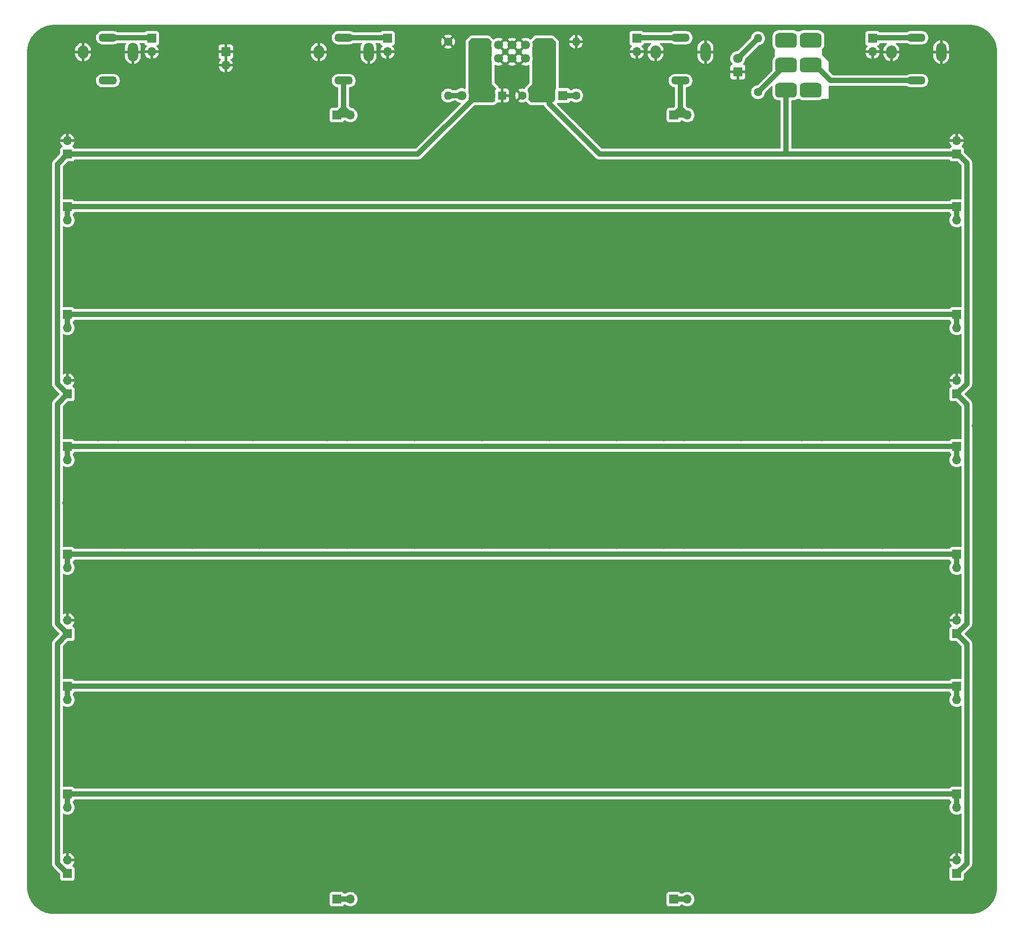
<source format=gbr>
%TF.GenerationSoftware,KiCad,Pcbnew,7.0.10-7.0.10~ubuntu22.04.1*%
%TF.CreationDate,2024-01-14T18:59:58-05:00*%
%TF.ProjectId,euro_3x,6575726f-5f33-4782-9e6b-696361645f70,rev?*%
%TF.SameCoordinates,Original*%
%TF.FileFunction,Copper,L1,Top*%
%TF.FilePolarity,Positive*%
%FSLAX46Y46*%
G04 Gerber Fmt 4.6, Leading zero omitted, Abs format (unit mm)*
G04 Created by KiCad (PCBNEW 7.0.10-7.0.10~ubuntu22.04.1) date 2024-01-14 18:59:58*
%MOMM*%
%LPD*%
G01*
G04 APERTURE LIST*
G04 Aperture macros list*
%AMRoundRect*
0 Rectangle with rounded corners*
0 $1 Rounding radius*
0 $2 $3 $4 $5 $6 $7 $8 $9 X,Y pos of 4 corners*
0 Add a 4 corners polygon primitive as box body*
4,1,4,$2,$3,$4,$5,$6,$7,$8,$9,$2,$3,0*
0 Add four circle primitives for the rounded corners*
1,1,$1+$1,$2,$3*
1,1,$1+$1,$4,$5*
1,1,$1+$1,$6,$7*
1,1,$1+$1,$8,$9*
0 Add four rect primitives between the rounded corners*
20,1,$1+$1,$2,$3,$4,$5,0*
20,1,$1+$1,$4,$5,$6,$7,0*
20,1,$1+$1,$6,$7,$8,$9,0*
20,1,$1+$1,$8,$9,$2,$3,0*%
G04 Aperture macros list end*
%TA.AperFunction,ComponentPad*%
%ADD10R,1.700000X1.700000*%
%TD*%
%TA.AperFunction,ComponentPad*%
%ADD11O,1.700000X1.700000*%
%TD*%
%TA.AperFunction,ComponentPad*%
%ADD12R,1.600000X1.600000*%
%TD*%
%TA.AperFunction,ComponentPad*%
%ADD13C,1.600000*%
%TD*%
%TA.AperFunction,ComponentPad*%
%ADD14R,1.800000X1.800000*%
%TD*%
%TA.AperFunction,ComponentPad*%
%ADD15C,1.800000*%
%TD*%
%TA.AperFunction,ComponentPad*%
%ADD16O,2.000000X3.500000*%
%TD*%
%TA.AperFunction,ComponentPad*%
%ADD17O,2.000000X2.500000*%
%TD*%
%TA.AperFunction,ComponentPad*%
%ADD18O,3.500000X1.500000*%
%TD*%
%TA.AperFunction,ComponentPad*%
%ADD19RoundRect,0.250000X0.600000X-0.600000X0.600000X0.600000X-0.600000X0.600000X-0.600000X-0.600000X0*%
%TD*%
%TA.AperFunction,ComponentPad*%
%ADD20C,1.700000*%
%TD*%
%TA.AperFunction,ComponentPad*%
%ADD21RoundRect,0.698500X-1.333500X-0.698500X1.333500X-0.698500X1.333500X0.698500X-1.333500X0.698500X0*%
%TD*%
%TA.AperFunction,ComponentPad*%
%ADD22O,1.600000X1.600000*%
%TD*%
%TA.AperFunction,ViaPad*%
%ADD23C,0.800000*%
%TD*%
%TA.AperFunction,Conductor*%
%ADD24C,1.000000*%
%TD*%
G04 APERTURE END LIST*
D10*
%TO.P,J9,1,Pin_1*%
%TO.N,-12V*%
X68580000Y-100076000D03*
D11*
%TO.P,J9,2,Pin_2*%
%TO.N,GND*%
X68580000Y-97536000D03*
%TD*%
D10*
%TO.P,J23,1,Pin_1*%
%TO.N,/AUX1*%
X119380000Y-195326000D03*
D11*
%TO.P,J23,2,Pin_2*%
X121920000Y-195326000D03*
%TD*%
D10*
%TO.P,J13,1,Pin_1*%
%TO.N,/TO_OUT*%
X236220000Y-85090000D03*
D11*
%TO.P,J13,2,Pin_2*%
X236220000Y-87630000D03*
%TD*%
D10*
%TO.P,J7,1,Pin_1*%
%TO.N,+12V*%
X236220000Y-100076000D03*
D11*
%TO.P,J7,2,Pin_2*%
%TO.N,GND*%
X236220000Y-97536000D03*
%TD*%
D10*
%TO.P,JP1,1,A*%
%TO.N,/TN_IN*%
X84455000Y-33020000D03*
D11*
%TO.P,JP1,2,B*%
%TO.N,GND*%
X84455000Y-35560000D03*
%TD*%
D10*
%TO.P,JP2,1,A*%
%TO.N,/TN_OUT*%
X220345000Y-33020000D03*
D11*
%TO.P,JP2,2,B*%
%TO.N,GND*%
X220345000Y-35560000D03*
%TD*%
D12*
%TO.P,C2,1*%
%TO.N,GND*%
X150495000Y-43815000D03*
D13*
%TO.P,C2,2*%
%TO.N,-12V*%
X148495000Y-43815000D03*
%TD*%
D10*
%TO.P,JP4,1,A*%
%TO.N,/TN_AUX2*%
X175895000Y-33020000D03*
D11*
%TO.P,JP4,2,B*%
%TO.N,GND*%
X175895000Y-35560000D03*
%TD*%
D10*
%TO.P,J31,1,Pin_1*%
%TO.N,+12V*%
X236220000Y-190500000D03*
D11*
%TO.P,J31,2,Pin_2*%
%TO.N,GND*%
X236220000Y-187960000D03*
%TD*%
D10*
%TO.P,J14,1,Pin_1*%
%TO.N,/AUX1*%
X119380000Y-47498000D03*
D11*
%TO.P,J14,2,Pin_2*%
X121920000Y-47498000D03*
%TD*%
D14*
%TO.P,D3,1,K*%
%TO.N,GND*%
X194945000Y-39370000D03*
D15*
%TO.P,D3,2,A*%
%TO.N,Net-(D3-A)*%
X194945000Y-36830000D03*
%TD*%
D10*
%TO.P,J32,1,Pin_1*%
%TO.N,-12V*%
X68580000Y-190500000D03*
D11*
%TO.P,J32,2,Pin_2*%
%TO.N,GND*%
X68580000Y-187960000D03*
%TD*%
D10*
%TO.P,J24,1,Pin_1*%
%TO.N,/AUX2*%
X182880000Y-195326000D03*
D11*
%TO.P,J24,2,Pin_2*%
X185420000Y-195326000D03*
%TD*%
D10*
%TO.P,J21,1,Pin_1*%
%TO.N,/INPUT*%
X68580000Y-109982000D03*
D11*
%TO.P,J21,2,Pin_2*%
X68580000Y-112522000D03*
%TD*%
D10*
%TO.P,J22,1,Pin_1*%
%TO.N,/TO_OUT*%
X68580000Y-130302000D03*
D11*
%TO.P,J22,2,Pin_2*%
X68580000Y-132842000D03*
%TD*%
D10*
%TO.P,JP3,1,A*%
%TO.N,/TN_AUX1*%
X128905000Y-33020000D03*
D11*
%TO.P,JP3,2,B*%
%TO.N,GND*%
X128905000Y-35560000D03*
%TD*%
D16*
%TO.P,J3,S*%
%TO.N,GND*%
X233300000Y-35595000D03*
D17*
X223900000Y-35595000D03*
D18*
%TO.P,J3,T*%
%TO.N,/OUTPUT*%
X228600000Y-40995000D03*
%TO.P,J3,TN*%
%TO.N,/TN_OUT*%
X228600000Y-32895000D03*
%TD*%
D10*
%TO.P,J8,1,Pin_1*%
%TO.N,-12V*%
X68580000Y-54864000D03*
D11*
%TO.P,J8,2,Pin_2*%
%TO.N,GND*%
X68580000Y-52324000D03*
%TD*%
D19*
%TO.P,J1,1,Pin_1*%
%TO.N,-12V*%
X147320000Y-36830000D03*
D20*
%TO.P,J1,2,Pin_2*%
X147320000Y-34290000D03*
%TO.P,J1,3,Pin_3*%
%TO.N,GND*%
X149860000Y-36830000D03*
%TO.P,J1,4,Pin_4*%
X149860000Y-34290000D03*
%TO.P,J1,5,Pin_5*%
X152400000Y-36830000D03*
%TO.P,J1,6,Pin_6*%
X152400000Y-34290000D03*
%TO.P,J1,7,Pin_7*%
X154940000Y-36830000D03*
%TO.P,J1,8,Pin_8*%
X154940000Y-34290000D03*
%TO.P,J1,9,Pin_9*%
%TO.N,+12V*%
X157480000Y-36830000D03*
%TO.P,J1,10,Pin_10*%
X157480000Y-34290000D03*
%TD*%
D14*
%TO.P,D2,1,K*%
%TO.N,-12V*%
X145415000Y-43815000D03*
D15*
%TO.P,D2,2,A*%
%TO.N,Net-(D2-A)*%
X142875000Y-43815000D03*
%TD*%
D16*
%TO.P,J5,S*%
%TO.N,GND*%
X188850000Y-35595000D03*
D17*
X179450000Y-35595000D03*
D18*
%TO.P,J5,T*%
%TO.N,/AUX2*%
X184150000Y-40995000D03*
%TO.P,J5,TN*%
%TO.N,/TN_AUX2*%
X184150000Y-32895000D03*
%TD*%
D21*
%TO.P,SW1,1,A*%
%TO.N,unconnected-(SW1A-A-Pad1)*%
X204025500Y-33401000D03*
%TO.P,SW1,2,B*%
%TO.N,/EN*%
X204025500Y-38100000D03*
%TO.P,SW1,3,C*%
%TO.N,+12V*%
X204025500Y-42799000D03*
%TO.P,SW1,4,A*%
%TO.N,/INPUT*%
X208724500Y-33401000D03*
%TO.P,SW1,5,B*%
%TO.N,/OUTPUT*%
X208724500Y-38100000D03*
%TO.P,SW1,6,C*%
%TO.N,/TO_OUT*%
X208724500Y-42799000D03*
%TD*%
D16*
%TO.P,J2,S*%
%TO.N,GND*%
X80900000Y-35595000D03*
D17*
X71500000Y-35595000D03*
D18*
%TO.P,J2,T*%
%TO.N,/INPUT*%
X76200000Y-40995000D03*
%TO.P,J2,TN*%
%TO.N,/TN_IN*%
X76200000Y-32895000D03*
%TD*%
D16*
%TO.P,J4,S*%
%TO.N,GND*%
X125350000Y-35595000D03*
D17*
X115950000Y-35595000D03*
D18*
%TO.P,J4,T*%
%TO.N,/AUX1*%
X120650000Y-40995000D03*
%TO.P,J4,TN*%
%TO.N,/TN_AUX1*%
X120650000Y-32895000D03*
%TD*%
D10*
%TO.P,J12,1,Pin_1*%
%TO.N,/TO_OUT*%
X68580000Y-85090000D03*
D11*
%TO.P,J12,2,Pin_2*%
X68580000Y-87630000D03*
%TD*%
D14*
%TO.P,D1,1,K*%
%TO.N,Net-(D1-K)*%
X161925000Y-43815000D03*
D15*
%TO.P,D1,2,A*%
%TO.N,+12V*%
X159385000Y-43815000D03*
%TD*%
D10*
%TO.P,J17,1,Pin_1*%
%TO.N,/TO_OUT*%
X236220000Y-130302000D03*
D11*
%TO.P,J17,2,Pin_2*%
X236220000Y-132842000D03*
%TD*%
D10*
%TO.P,J19,1,Pin_1*%
%TO.N,+12V*%
X236220000Y-145288000D03*
D11*
%TO.P,J19,2,Pin_2*%
%TO.N,GND*%
X236220000Y-142748000D03*
%TD*%
D10*
%TO.P,J27,1,Pin_1*%
%TO.N,/INPUT*%
X68580000Y-155194000D03*
D11*
%TO.P,J27,2,Pin_2*%
X68580000Y-157734000D03*
%TD*%
D10*
%TO.P,J20,1,Pin_1*%
%TO.N,-12V*%
X68580000Y-145288000D03*
D11*
%TO.P,J20,2,Pin_2*%
%TO.N,GND*%
X68580000Y-142748000D03*
%TD*%
D10*
%TO.P,J30,1,Pin_1*%
%TO.N,/TO_OUT*%
X68580000Y-175514000D03*
D11*
%TO.P,J30,2,Pin_2*%
X68580000Y-178054000D03*
%TD*%
D10*
%TO.P,J6,1,Pin_1*%
%TO.N,+12V*%
X236220000Y-54864000D03*
D11*
%TO.P,J6,2,Pin_2*%
%TO.N,GND*%
X236220000Y-52324000D03*
%TD*%
D10*
%TO.P,J18,1,Pin_1*%
%TO.N,GND*%
X98425000Y-35560000D03*
D11*
%TO.P,J18,2,Pin_2*%
X98425000Y-38100000D03*
%TD*%
D10*
%TO.P,J28,1,Pin_1*%
%TO.N,/INPUT*%
X236220000Y-155194000D03*
D11*
%TO.P,J28,2,Pin_2*%
X236220000Y-157734000D03*
%TD*%
D13*
%TO.P,R3,1*%
%TO.N,/EN*%
X198755000Y-43180000D03*
D22*
%TO.P,R3,2*%
%TO.N,Net-(D3-A)*%
X198755000Y-33020000D03*
%TD*%
D10*
%TO.P,J15,1,Pin_1*%
%TO.N,/AUX2*%
X182900000Y-47498000D03*
D11*
%TO.P,J15,2,Pin_2*%
X185440000Y-47498000D03*
%TD*%
D12*
%TO.P,C1,1*%
%TO.N,+12V*%
X156305000Y-43815000D03*
D13*
%TO.P,C1,2*%
%TO.N,GND*%
X154305000Y-43815000D03*
%TD*%
D10*
%TO.P,J11,1,Pin_1*%
%TO.N,/INPUT*%
X236220000Y-64770000D03*
D11*
%TO.P,J11,2,Pin_2*%
X236220000Y-67310000D03*
%TD*%
D10*
%TO.P,J16,1,Pin_1*%
%TO.N,/INPUT*%
X236220000Y-109982000D03*
D11*
%TO.P,J16,2,Pin_2*%
X236220000Y-112522000D03*
%TD*%
D10*
%TO.P,J10,1,Pin_1*%
%TO.N,/INPUT*%
X68580000Y-64770000D03*
D11*
%TO.P,J10,2,Pin_2*%
X68580000Y-67310000D03*
%TD*%
D13*
%TO.P,R1,1*%
%TO.N,Net-(D1-K)*%
X164465000Y-43815000D03*
D22*
%TO.P,R1,2*%
%TO.N,GND*%
X164465000Y-33655000D03*
%TD*%
D10*
%TO.P,J29,1,Pin_1*%
%TO.N,/TO_OUT*%
X236220000Y-175514000D03*
D11*
%TO.P,J29,2,Pin_2*%
X236220000Y-178054000D03*
%TD*%
D13*
%TO.P,R2,1*%
%TO.N,GND*%
X140335000Y-33655000D03*
D22*
%TO.P,R2,2*%
%TO.N,Net-(D2-A)*%
X140335000Y-43815000D03*
%TD*%
D23*
%TO.N,GND*%
X146685000Y-74930000D03*
X153670000Y-38100000D03*
X238760000Y-46355000D03*
X133985000Y-83185000D03*
X68580000Y-83185000D03*
X233045000Y-41275000D03*
X194310000Y-62865000D03*
X97155000Y-79375000D03*
X78105000Y-56515000D03*
X127635000Y-79375000D03*
X117475000Y-83185000D03*
X210820000Y-108585000D03*
X74295000Y-144780000D03*
X117475000Y-120650000D03*
X143510000Y-50165000D03*
X83820000Y-92710000D03*
X159385000Y-112395000D03*
X207010000Y-62865000D03*
X228600000Y-151765000D03*
X157480000Y-46355000D03*
X180340000Y-192405000D03*
X172085000Y-56515000D03*
X233680000Y-179705000D03*
X101600000Y-41275000D03*
X103505000Y-83185000D03*
X195580000Y-112395000D03*
X210820000Y-52705000D03*
X170815000Y-46355000D03*
X210185000Y-140335000D03*
X152400000Y-41910000D03*
X172085000Y-74930000D03*
X140335000Y-135890000D03*
X207010000Y-112395000D03*
X154305000Y-40640000D03*
X236220000Y-90170000D03*
X240665000Y-159385000D03*
X180975000Y-128905000D03*
X104775000Y-140335000D03*
X84455000Y-59690000D03*
X127635000Y-59690000D03*
X153035000Y-53340000D03*
X233680000Y-66675000D03*
X78105000Y-52705000D03*
X64770000Y-90805000D03*
X189865000Y-70485000D03*
X172085000Y-112395000D03*
X234315000Y-120015000D03*
X216535000Y-70485000D03*
X122555000Y-166370000D03*
X240030000Y-185420000D03*
X146050000Y-151765000D03*
X111760000Y-52705000D03*
X172085000Y-148590000D03*
X190500000Y-31115000D03*
X61595000Y-62865000D03*
X210820000Y-128905000D03*
X169545000Y-52705000D03*
X74295000Y-98425000D03*
X85725000Y-125095000D03*
X201295000Y-92710000D03*
X201295000Y-125095000D03*
X133985000Y-132715000D03*
X180340000Y-40640000D03*
X207010000Y-74930000D03*
X101600000Y-151765000D03*
X240030000Y-62865000D03*
X104775000Y-112395000D03*
X127635000Y-116205000D03*
X121285000Y-98425000D03*
X180975000Y-132715000D03*
X90805000Y-56515000D03*
X184785000Y-56515000D03*
X165735000Y-79375000D03*
X68580000Y-62230000D03*
X68580000Y-69215000D03*
X140335000Y-79375000D03*
X127635000Y-125095000D03*
X217170000Y-103505000D03*
X127635000Y-43180000D03*
X104775000Y-132715000D03*
X180975000Y-66675000D03*
X103505000Y-108585000D03*
X224790000Y-56515000D03*
X72390000Y-32385000D03*
X133985000Y-98425000D03*
X162560000Y-45720000D03*
X111760000Y-144780000D03*
X71755000Y-192405000D03*
X180975000Y-148590000D03*
X109220000Y-187960000D03*
X88900000Y-41275000D03*
X121285000Y-120650000D03*
X230505000Y-104140000D03*
X222250000Y-74930000D03*
X201930000Y-70485000D03*
X61595000Y-90805000D03*
X133985000Y-86995000D03*
X184785000Y-132715000D03*
X240030000Y-90805000D03*
X165735000Y-104140000D03*
X68580000Y-102870000D03*
X153035000Y-135890000D03*
X70485000Y-156845000D03*
X224790000Y-52705000D03*
X85725000Y-144780000D03*
X73660000Y-56515000D03*
X70485000Y-112395000D03*
X180975000Y-86995000D03*
X103505000Y-56515000D03*
X103505000Y-86995000D03*
X228600000Y-31115000D03*
X189865000Y-79375000D03*
X68580000Y-107950000D03*
X95250000Y-36195000D03*
X190500000Y-136525000D03*
X64770000Y-95885000D03*
X190500000Y-144780000D03*
X133985000Y-112395000D03*
X117475000Y-132715000D03*
X180340000Y-157480000D03*
X121285000Y-128905000D03*
X116205000Y-165100000D03*
X222885000Y-140335000D03*
X184785000Y-108585000D03*
X201295000Y-104140000D03*
X103505000Y-62865000D03*
X68580000Y-89535000D03*
X165100000Y-48260000D03*
X226060000Y-39370000D03*
X140335000Y-59690000D03*
X133985000Y-66675000D03*
X98425000Y-125095000D03*
X121285000Y-66675000D03*
X154305000Y-70485000D03*
X219710000Y-59690000D03*
X210820000Y-112395000D03*
X61595000Y-38100000D03*
X78740000Y-74930000D03*
X146685000Y-108585000D03*
X127635000Y-144145000D03*
X175895000Y-48260000D03*
X79375000Y-148590000D03*
X153035000Y-104140000D03*
X111125000Y-104140000D03*
X194310000Y-52705000D03*
X146685000Y-132715000D03*
X67945000Y-120650000D03*
X236220000Y-70485000D03*
X68580000Y-74930000D03*
X240665000Y-151765000D03*
X168275000Y-40640000D03*
X201930000Y-45085000D03*
X243205000Y-62865000D03*
X111125000Y-116205000D03*
X116840000Y-193040000D03*
X165735000Y-135890000D03*
X83820000Y-104140000D03*
X133350000Y-52705000D03*
X97155000Y-104140000D03*
X222250000Y-128905000D03*
X198755000Y-48260000D03*
X215900000Y-151765000D03*
X104140000Y-180975000D03*
X111125000Y-59690000D03*
X68580000Y-128270000D03*
X127635000Y-70485000D03*
X172085000Y-120650000D03*
X195580000Y-83185000D03*
X90805000Y-98425000D03*
X187960000Y-62865000D03*
X121920000Y-177800000D03*
X140335000Y-92710000D03*
X197485000Y-132715000D03*
X194310000Y-56515000D03*
X207010000Y-66675000D03*
X82550000Y-47625000D03*
X223520000Y-86995000D03*
X165735000Y-92710000D03*
X140335000Y-116205000D03*
X171450000Y-151765000D03*
X216535000Y-125095000D03*
X235585000Y-160020000D03*
X222250000Y-83185000D03*
X240665000Y-70485000D03*
X180975000Y-177165000D03*
X147320000Y-46355000D03*
X111125000Y-70485000D03*
X184785000Y-120650000D03*
X78105000Y-66675000D03*
X81280000Y-173355000D03*
X66040000Y-45720000D03*
X180975000Y-120650000D03*
X159385000Y-140335000D03*
X152400000Y-45720000D03*
X180975000Y-108585000D03*
X133985000Y-120650000D03*
X74295000Y-52705000D03*
X184785000Y-62865000D03*
X200660000Y-62865000D03*
X243205000Y-127000000D03*
X190500000Y-151765000D03*
X74295000Y-135890000D03*
X97155000Y-92710000D03*
X159385000Y-108585000D03*
X90805000Y-74930000D03*
X180975000Y-112395000D03*
X121285000Y-108585000D03*
X121285000Y-112395000D03*
X210820000Y-192405000D03*
X243205000Y-90805000D03*
X121285000Y-62865000D03*
X117475000Y-108585000D03*
X117475000Y-74930000D03*
X101600000Y-31115000D03*
X210820000Y-45720000D03*
X206375000Y-52705000D03*
X64135000Y-152400000D03*
X210820000Y-74930000D03*
X133985000Y-56515000D03*
X206375000Y-157480000D03*
X214630000Y-52705000D03*
X240030000Y-56515000D03*
X114300000Y-151765000D03*
X147320000Y-31750000D03*
X146685000Y-112395000D03*
X79375000Y-140335000D03*
X149860000Y-40640000D03*
X85725000Y-116205000D03*
X133985000Y-108585000D03*
X243205000Y-50800000D03*
X133985000Y-140335000D03*
X117475000Y-62865000D03*
X79375000Y-38735000D03*
X180975000Y-98425000D03*
X133350000Y-151765000D03*
X165735000Y-116205000D03*
X222250000Y-66675000D03*
X222885000Y-132715000D03*
X133985000Y-148590000D03*
X216535000Y-79375000D03*
X239395000Y-106045000D03*
X88900000Y-31115000D03*
X172085000Y-86995000D03*
X87630000Y-179705000D03*
X79375000Y-128905000D03*
X76200000Y-31115000D03*
X79375000Y-132715000D03*
X180975000Y-74930000D03*
X73660000Y-125730000D03*
X146685000Y-66675000D03*
X184785000Y-83185000D03*
X121285000Y-132715000D03*
X64770000Y-81915000D03*
X151130000Y-38100000D03*
X135890000Y-38100000D03*
X184785000Y-52705000D03*
X103505000Y-66675000D03*
X195580000Y-128905000D03*
X224790000Y-62865000D03*
X234315000Y-52705000D03*
X233045000Y-173355000D03*
X159385000Y-66675000D03*
X217170000Y-91440000D03*
X233680000Y-132715000D03*
X122555000Y-192405000D03*
X228600000Y-116205000D03*
X117475000Y-177165000D03*
X70485000Y-140335000D03*
X153035000Y-144145000D03*
X78105000Y-98425000D03*
X195580000Y-74930000D03*
X149860000Y-50165000D03*
X64770000Y-69215000D03*
X62230000Y-102235000D03*
X190500000Y-92710000D03*
X210185000Y-148590000D03*
X90805000Y-62865000D03*
X153670000Y-35560000D03*
X182245000Y-36830000D03*
X78105000Y-83185000D03*
X229870000Y-79375000D03*
X227965000Y-125095000D03*
X150495000Y-178435000D03*
X146685000Y-128905000D03*
X61595000Y-76200000D03*
X95250000Y-47625000D03*
X111125000Y-92710000D03*
X79375000Y-189230000D03*
X141605000Y-45085000D03*
X153035000Y-59690000D03*
X152400000Y-31115000D03*
X97155000Y-59690000D03*
X207010000Y-98425000D03*
X234315000Y-56515000D03*
X206375000Y-45085000D03*
X203835000Y-144780000D03*
X167005000Y-183515000D03*
X211455000Y-157480000D03*
X153670000Y-33020000D03*
X184785000Y-140335000D03*
X193675000Y-32385000D03*
X242570000Y-102235000D03*
X117475000Y-56515000D03*
X149860000Y-31750000D03*
X121285000Y-83185000D03*
X177800000Y-31115000D03*
X180975000Y-52705000D03*
X234315000Y-48895000D03*
X78105000Y-86995000D03*
X172085000Y-108585000D03*
X195580000Y-66675000D03*
X172085000Y-66675000D03*
X159385000Y-62865000D03*
X230505000Y-91440000D03*
X159385000Y-148590000D03*
X220980000Y-39370000D03*
X195580000Y-86995000D03*
X84455000Y-70485000D03*
X210820000Y-56515000D03*
X141605000Y-167005000D03*
X165735000Y-70485000D03*
X146685000Y-148590000D03*
X203835000Y-59690000D03*
X61595000Y-143510000D03*
X195580000Y-108585000D03*
X200660000Y-56515000D03*
X72390000Y-70485000D03*
X74295000Y-116205000D03*
X165735000Y-161290000D03*
X61595000Y-50800000D03*
X62865000Y-147955000D03*
X176530000Y-125095000D03*
X74930000Y-74930000D03*
X233045000Y-156845000D03*
X92075000Y-132715000D03*
X92075000Y-112395000D03*
X169545000Y-32385000D03*
X184785000Y-86995000D03*
X100965000Y-172720000D03*
X153035000Y-116205000D03*
X180975000Y-83185000D03*
X186690000Y-39370000D03*
X121920000Y-173355000D03*
X92075000Y-128905000D03*
X121285000Y-140335000D03*
X117475000Y-112395000D03*
X222250000Y-112395000D03*
X157480000Y-31750000D03*
X207010000Y-128905000D03*
X74295000Y-108585000D03*
X198755000Y-166370000D03*
X72390000Y-79375000D03*
X172085000Y-128905000D03*
X71120000Y-52705000D03*
X176530000Y-41275000D03*
X92075000Y-148590000D03*
X127000000Y-92710000D03*
X165735000Y-166370000D03*
X117475000Y-148590000D03*
X74295000Y-151130000D03*
X243205000Y-35560000D03*
X154305000Y-79375000D03*
X117475000Y-98425000D03*
X228600000Y-144780000D03*
X243205000Y-114935000D03*
X214630000Y-62865000D03*
X203200000Y-151765000D03*
X85725000Y-135890000D03*
X201930000Y-52705000D03*
X111760000Y-135255000D03*
X207010000Y-120650000D03*
X111125000Y-79375000D03*
X210820000Y-66675000D03*
X61595000Y-35560000D03*
X117475000Y-66675000D03*
X92075000Y-120650000D03*
X97155000Y-70485000D03*
X223520000Y-108585000D03*
X151130000Y-35560000D03*
X159385000Y-98425000D03*
X207010000Y-56515000D03*
X133985000Y-128905000D03*
X146685000Y-62865000D03*
X73660000Y-62865000D03*
X207010000Y-108585000D03*
X127635000Y-135890000D03*
X159385000Y-56515000D03*
X153035000Y-125095000D03*
X86360000Y-52705000D03*
X238760000Y-31115000D03*
X216535000Y-144780000D03*
X240030000Y-95885000D03*
X201295000Y-116205000D03*
X159385000Y-128905000D03*
X84455000Y-161925000D03*
X172085000Y-83185000D03*
X233680000Y-148590000D03*
X66675000Y-37465000D03*
X223520000Y-166370000D03*
X176530000Y-144145000D03*
X68580000Y-135255000D03*
X222885000Y-148590000D03*
X180975000Y-56515000D03*
X242570000Y-147955000D03*
X68580000Y-160020000D03*
X121285000Y-158115000D03*
X153670000Y-46990000D03*
X158750000Y-151765000D03*
X159385000Y-74930000D03*
X137795000Y-48260000D03*
X103505000Y-74930000D03*
X121285000Y-56515000D03*
X216535000Y-116205000D03*
X78105000Y-108585000D03*
X74295000Y-86995000D03*
X73025000Y-182245000D03*
X172085000Y-140335000D03*
X61595000Y-114935000D03*
X123825000Y-48133000D03*
X64770000Y-127635000D03*
X165735000Y-125095000D03*
X234315000Y-112395000D03*
X90805000Y-66675000D03*
X115570000Y-182245000D03*
X218440000Y-47625000D03*
X236220000Y-95250000D03*
X197485000Y-140335000D03*
X156210000Y-46990000D03*
X180975000Y-62865000D03*
X140335000Y-125095000D03*
X172085000Y-62865000D03*
X117475000Y-173990000D03*
X133985000Y-62865000D03*
X151130000Y-33020000D03*
X201930000Y-79375000D03*
X140970000Y-160020000D03*
X68580000Y-173355000D03*
X186690000Y-192405000D03*
X133985000Y-74930000D03*
X214630000Y-39370000D03*
X78105000Y-62865000D03*
X90805000Y-83185000D03*
X203200000Y-31115000D03*
X72390000Y-38735000D03*
X184785000Y-112395000D03*
X98425000Y-116205000D03*
X151130000Y-46990000D03*
X140335000Y-53340000D03*
X186055000Y-172720000D03*
X172085000Y-132715000D03*
X121285000Y-148590000D03*
X140335000Y-70485000D03*
X148590000Y-46990000D03*
X235585000Y-172085000D03*
X117475000Y-86995000D03*
X176530000Y-116205000D03*
X203835000Y-136525000D03*
X229235000Y-70485000D03*
X146685000Y-86995000D03*
X215900000Y-31115000D03*
X243205000Y-76200000D03*
X240030000Y-81280000D03*
X153035000Y-93345000D03*
X210820000Y-120650000D03*
X159385000Y-83185000D03*
X180340000Y-172720000D03*
X195580000Y-98425000D03*
X207010000Y-83185000D03*
X140335000Y-144145000D03*
X190500000Y-104140000D03*
X117475000Y-128905000D03*
X154940000Y-31750000D03*
X121285000Y-86995000D03*
X243205000Y-139700000D03*
X231775000Y-191770000D03*
X73025000Y-165100000D03*
X222250000Y-120015000D03*
X108585000Y-36195000D03*
X236220000Y-181610000D03*
X210820000Y-62865000D03*
X176530000Y-135890000D03*
X180975000Y-140335000D03*
X104775000Y-120650000D03*
X92075000Y-140335000D03*
X189865000Y-125095000D03*
X161925000Y-50165000D03*
X228600000Y-136525000D03*
X240030000Y-172085000D03*
X165100000Y-53340000D03*
X104775000Y-148590000D03*
X184785000Y-148590000D03*
X90805000Y-86995000D03*
X139700000Y-31115000D03*
X92075000Y-158115000D03*
X243205000Y-38100000D03*
X121285000Y-74930000D03*
X66040000Y-31115000D03*
X114300000Y-41275000D03*
X195580000Y-120650000D03*
X189865000Y-116205000D03*
X78105000Y-48895000D03*
X140335000Y-104140000D03*
X159385000Y-86995000D03*
X220980000Y-42545000D03*
X234315000Y-62865000D03*
X210820000Y-83185000D03*
X117475000Y-156845000D03*
X127000000Y-104140000D03*
X184785000Y-74930000D03*
X104775000Y-128905000D03*
X68580000Y-95250000D03*
X64770000Y-74930000D03*
X64770000Y-136525000D03*
X240030000Y-121285000D03*
X99060000Y-52705000D03*
X156210000Y-50165000D03*
X238125000Y-36830000D03*
X71120000Y-177800000D03*
X98425000Y-135890000D03*
X107315000Y-157480000D03*
X146685000Y-56515000D03*
X210820000Y-86995000D03*
X236220000Y-59690000D03*
X165100000Y-31115000D03*
X207010000Y-86995000D03*
X165735000Y-59690000D03*
X189230000Y-48260000D03*
X210185000Y-132715000D03*
X70485000Y-132715000D03*
X184785000Y-128905000D03*
X108585000Y-47625000D03*
X79375000Y-120650000D03*
X214630000Y-56515000D03*
X146685000Y-98425000D03*
X98425000Y-144780000D03*
X234315000Y-128905000D03*
X88900000Y-151765000D03*
X90805000Y-108585000D03*
X79375000Y-112395000D03*
X103505000Y-98425000D03*
X211455000Y-173355000D03*
X152400000Y-39370000D03*
X70485000Y-59690000D03*
X184785000Y-66675000D03*
X233680000Y-140335000D03*
X216535000Y-136525000D03*
X185420000Y-157480000D03*
X146685000Y-140335000D03*
X70485000Y-148590000D03*
X146685000Y-83185000D03*
X117475000Y-48133000D03*
X64770000Y-108585000D03*
X166370000Y-144145000D03*
X151765000Y-191770000D03*
X197485000Y-148590000D03*
X68580000Y-57150000D03*
X186690000Y-179070000D03*
X127000000Y-31115000D03*
X193675000Y-43180000D03*
X210820000Y-98425000D03*
X124460000Y-52705000D03*
X214630000Y-42545000D03*
X184785000Y-98425000D03*
X223520000Y-98425000D03*
X206375000Y-172720000D03*
X90805000Y-187325000D03*
X212090000Y-33655000D03*
X114300000Y-31115000D03*
X159385000Y-132715000D03*
X117475000Y-140335000D03*
X84455000Y-79375000D03*
X235585000Y-83185000D03*
X172085000Y-98425000D03*
X229870000Y-59690000D03*
X111125000Y-125095000D03*
%TO.N,/INPUT*%
X76200000Y-155194000D03*
X76200000Y-109982000D03*
X76200000Y-64770000D03*
X212725000Y-64770000D03*
%TO.N,/TO_OUT*%
X208915000Y-175514000D03*
X208915000Y-130302000D03*
X208915000Y-85090000D03*
%TD*%
D24*
%TO.N,+12V*%
X236220000Y-190500000D02*
X238125000Y-188595000D01*
X236220000Y-145288000D02*
X238125000Y-143383000D01*
X236220000Y-54864000D02*
X168907208Y-54864000D01*
X159385000Y-45341792D02*
X159385000Y-43815000D01*
X204025500Y-42799000D02*
X204025500Y-54864000D01*
X238125000Y-101981000D02*
X236220000Y-100076000D01*
X238125000Y-188595000D02*
X238125000Y-147193000D01*
X236220000Y-100076000D02*
X238125000Y-98171000D01*
X238125000Y-98171000D02*
X238125000Y-56515000D01*
X238125000Y-143383000D02*
X238125000Y-101981000D01*
X238125000Y-56515000D02*
X236474000Y-54864000D01*
X168907208Y-54864000D02*
X159385000Y-45341792D01*
X238125000Y-147193000D02*
X236220000Y-145288000D01*
%TO.N,-12V*%
X66675000Y-101981000D02*
X66675000Y-143383000D01*
X66675000Y-98171000D02*
X68580000Y-100076000D01*
X66675000Y-147193000D02*
X66675000Y-188595000D01*
X68580000Y-100076000D02*
X66675000Y-101981000D01*
X145415000Y-44069000D02*
X134620000Y-54864000D01*
X68580000Y-54864000D02*
X66675000Y-56769000D01*
X66675000Y-143383000D02*
X68580000Y-145288000D01*
X66675000Y-188595000D02*
X68580000Y-190500000D01*
X66675000Y-56769000D02*
X66675000Y-98171000D01*
X68580000Y-54864000D02*
X134620000Y-54864000D01*
X145415000Y-43815000D02*
X145415000Y-44069000D01*
X68580000Y-145288000D02*
X66675000Y-147193000D01*
%TO.N,Net-(D1-K)*%
X161925000Y-43815000D02*
X164465000Y-43815000D01*
%TO.N,Net-(D2-A)*%
X140335000Y-43815000D02*
X142875000Y-43815000D01*
%TO.N,Net-(D3-A)*%
X198755000Y-33020000D02*
X194945000Y-36830000D01*
%TO.N,/INPUT*%
X236220000Y-155194000D02*
X76200000Y-155194000D01*
X76200000Y-155194000D02*
X68580000Y-155194000D01*
X68580000Y-112522000D02*
X68580000Y-109982000D01*
X236220000Y-64770000D02*
X76200000Y-64770000D01*
X68580000Y-155194000D02*
X68580000Y-157734000D01*
X76200000Y-109982000D02*
X236220000Y-109982000D01*
X236220000Y-109982000D02*
X236220000Y-112522000D01*
X236220000Y-155194000D02*
X236220000Y-157734000D01*
X236220000Y-64770000D02*
X236220000Y-67310000D01*
X68580000Y-109982000D02*
X76200000Y-109982000D01*
X76200000Y-64770000D02*
X68580000Y-64770000D01*
X68580000Y-67310000D02*
X68580000Y-64770000D01*
%TO.N,/TN_IN*%
X84330000Y-32895000D02*
X84455000Y-33020000D01*
X76200000Y-32895000D02*
X84330000Y-32895000D01*
%TO.N,/OUTPUT*%
X209550000Y-38100000D02*
X212445000Y-40995000D01*
X208724500Y-38100000D02*
X209550000Y-38100000D01*
X212445000Y-40995000D02*
X228600000Y-40995000D01*
%TO.N,/TN_OUT*%
X228600000Y-32895000D02*
X220470000Y-32895000D01*
X220470000Y-32895000D02*
X220345000Y-33020000D01*
%TO.N,/AUX1*%
X119380000Y-47498000D02*
X120650000Y-47498000D01*
X121920000Y-47498000D02*
X120650000Y-46228000D01*
X119380000Y-195326000D02*
X121920000Y-195326000D01*
X120650000Y-46228000D02*
X119380000Y-47498000D01*
X120650000Y-40995000D02*
X120650000Y-47498000D01*
X120650000Y-47498000D02*
X121920000Y-47498000D01*
%TO.N,/TN_AUX1*%
X128780000Y-32895000D02*
X128905000Y-33020000D01*
X120650000Y-32895000D02*
X128780000Y-32895000D01*
%TO.N,/AUX2*%
X184150000Y-46248000D02*
X182900000Y-47498000D01*
X184190000Y-46248000D02*
X184150000Y-46248000D01*
X185440000Y-47498000D02*
X184190000Y-46248000D01*
X185440000Y-47498000D02*
X184150000Y-47498000D01*
X182880000Y-195326000D02*
X185420000Y-195326000D01*
X184150000Y-40995000D02*
X184150000Y-46965000D01*
X184150000Y-47498000D02*
X182900000Y-47498000D01*
%TO.N,/TN_AUX2*%
X184150000Y-32895000D02*
X176020000Y-32895000D01*
X176020000Y-32895000D02*
X175895000Y-33020000D01*
%TO.N,/TO_OUT*%
X208915000Y-85090000D02*
X236220000Y-85090000D01*
X236220000Y-87630000D02*
X236220000Y-85090000D01*
X68580000Y-175514000D02*
X68580000Y-178054000D01*
X68580000Y-130302000D02*
X208915000Y-130302000D01*
X208915000Y-130302000D02*
X236220000Y-130302000D01*
X236220000Y-130302000D02*
X236220000Y-132842000D01*
X208915000Y-175514000D02*
X236220000Y-175514000D01*
X68580000Y-85090000D02*
X208915000Y-85090000D01*
X236220000Y-178054000D02*
X236220000Y-175514000D01*
X68580000Y-130302000D02*
X68580000Y-132842000D01*
X68580000Y-87630000D02*
X68580000Y-85090000D01*
X68580000Y-175514000D02*
X208915000Y-175514000D01*
%TO.N,/EN*%
X203835000Y-38100000D02*
X198755000Y-43180000D01*
X204025500Y-38100000D02*
X203835000Y-38100000D01*
%TD*%
%TA.AperFunction,Conductor*%
%TO.N,-12V*%
G36*
X147970677Y-33039685D02*
G01*
X147991319Y-33056319D01*
X148553681Y-33618681D01*
X148587166Y-33680004D01*
X148590000Y-33706362D01*
X148590000Y-33795444D01*
X148585775Y-33827537D01*
X148524938Y-34054586D01*
X148524936Y-34054596D01*
X148504341Y-34289999D01*
X148504341Y-34290000D01*
X148524936Y-34525403D01*
X148524937Y-34525408D01*
X148585775Y-34752463D01*
X148590000Y-34784552D01*
X148590000Y-36335444D01*
X148585775Y-36367537D01*
X148524938Y-36594586D01*
X148524936Y-36594596D01*
X148504341Y-36829999D01*
X148504341Y-36830000D01*
X148524936Y-37065403D01*
X148524937Y-37065408D01*
X148585775Y-37292463D01*
X148590000Y-37324552D01*
X148590000Y-41656000D01*
X149381524Y-42447524D01*
X149415009Y-42508847D01*
X149410025Y-42578539D01*
X149368155Y-42634471D01*
X149337452Y-42657455D01*
X149251206Y-42772664D01*
X149251202Y-42772671D01*
X149200908Y-42907517D01*
X149194501Y-42967116D01*
X149194500Y-42967135D01*
X149194500Y-44662870D01*
X149194502Y-44662889D01*
X149195112Y-44668566D01*
X149182703Y-44737325D01*
X149159504Y-44769495D01*
X149019912Y-44909088D01*
X148880317Y-45048682D01*
X148818997Y-45082166D01*
X148792638Y-45085000D01*
X144831362Y-45085000D01*
X144764323Y-45065315D01*
X144743681Y-45048681D01*
X144191541Y-44496541D01*
X144158056Y-44435218D01*
X144163040Y-44365526D01*
X144165659Y-44359066D01*
X144204157Y-44271300D01*
X144261134Y-44046305D01*
X144280300Y-43815000D01*
X144280300Y-43814993D01*
X144261135Y-43583702D01*
X144261133Y-43583691D01*
X144204157Y-43358699D01*
X144155444Y-43247645D01*
X144145000Y-43197835D01*
X144145000Y-33706362D01*
X144164685Y-33639323D01*
X144181319Y-33618681D01*
X144743681Y-33056319D01*
X144805004Y-33022834D01*
X144831362Y-33020000D01*
X147903638Y-33020000D01*
X147970677Y-33039685D01*
G37*
%TD.AperFunction*%
%TD*%
%TA.AperFunction,Conductor*%
%TO.N,GND*%
G36*
X234872898Y-156214185D02*
G01*
X234918653Y-156266989D01*
X234922030Y-156275140D01*
X234926204Y-156286331D01*
X234926205Y-156286332D01*
X234926206Y-156286335D01*
X235012452Y-156401544D01*
X235012455Y-156401547D01*
X235127665Y-156487794D01*
X235127667Y-156487794D01*
X235127669Y-156487796D01*
X235138830Y-156491958D01*
X235194764Y-156533826D01*
X235219184Y-156599289D01*
X235219500Y-156608141D01*
X235219500Y-156773241D01*
X235199815Y-156840280D01*
X235183181Y-156860922D01*
X235181505Y-156862597D01*
X235045965Y-157056169D01*
X235045964Y-157056171D01*
X234946098Y-157270335D01*
X234946094Y-157270344D01*
X234884938Y-157498586D01*
X234884936Y-157498596D01*
X234864341Y-157733999D01*
X234864341Y-157734000D01*
X234884936Y-157969403D01*
X234884938Y-157969413D01*
X234946094Y-158197655D01*
X234946096Y-158197659D01*
X234946097Y-158197663D01*
X235045965Y-158411830D01*
X235045967Y-158411834D01*
X235154281Y-158566521D01*
X235181505Y-158605401D01*
X235348599Y-158772495D01*
X235445384Y-158840265D01*
X235542165Y-158908032D01*
X235542167Y-158908033D01*
X235542170Y-158908035D01*
X235756337Y-159007903D01*
X235984592Y-159069063D01*
X236172918Y-159085539D01*
X236219999Y-159089659D01*
X236220000Y-159089659D01*
X236220001Y-159089659D01*
X236259234Y-159086226D01*
X236455408Y-159069063D01*
X236683663Y-159007903D01*
X236897830Y-158908035D01*
X236929377Y-158885945D01*
X236995581Y-158863618D01*
X237063348Y-158880627D01*
X237111162Y-158931574D01*
X237124500Y-158987520D01*
X237124500Y-174039500D01*
X237104815Y-174106539D01*
X237052011Y-174152294D01*
X237000500Y-174163500D01*
X235322129Y-174163500D01*
X235322123Y-174163501D01*
X235262516Y-174169908D01*
X235127671Y-174220202D01*
X235127664Y-174220206D01*
X235012455Y-174306452D01*
X235012452Y-174306455D01*
X234926206Y-174421664D01*
X234926204Y-174421668D01*
X234926204Y-174421669D01*
X234922039Y-174432834D01*
X234880171Y-174488766D01*
X234814707Y-174513184D01*
X234805859Y-174513500D01*
X69994141Y-174513500D01*
X69927102Y-174493815D01*
X69881347Y-174441011D01*
X69877969Y-174432859D01*
X69873796Y-174421669D01*
X69873793Y-174421665D01*
X69873793Y-174421664D01*
X69787547Y-174306455D01*
X69787544Y-174306452D01*
X69672335Y-174220206D01*
X69672328Y-174220202D01*
X69537482Y-174169908D01*
X69537483Y-174169908D01*
X69477883Y-174163501D01*
X69477881Y-174163500D01*
X69477873Y-174163500D01*
X69477865Y-174163500D01*
X67799500Y-174163500D01*
X67732461Y-174143815D01*
X67686706Y-174091011D01*
X67675500Y-174039500D01*
X67675500Y-158987520D01*
X67695185Y-158920481D01*
X67747989Y-158874726D01*
X67817147Y-158864782D01*
X67870621Y-158885944D01*
X67902170Y-158908035D01*
X68116337Y-159007903D01*
X68344592Y-159069063D01*
X68532918Y-159085539D01*
X68579999Y-159089659D01*
X68580000Y-159089659D01*
X68580001Y-159089659D01*
X68619234Y-159086226D01*
X68815408Y-159069063D01*
X69043663Y-159007903D01*
X69257830Y-158908035D01*
X69451401Y-158772495D01*
X69618495Y-158605401D01*
X69754035Y-158411830D01*
X69853903Y-158197663D01*
X69915063Y-157969408D01*
X69935659Y-157734000D01*
X69915063Y-157498592D01*
X69853903Y-157270337D01*
X69754035Y-157056171D01*
X69618495Y-156862599D01*
X69618494Y-156862597D01*
X69616819Y-156860922D01*
X69616315Y-156860000D01*
X69615014Y-156858449D01*
X69615325Y-156858187D01*
X69583334Y-156799599D01*
X69580500Y-156773241D01*
X69580500Y-156608141D01*
X69600185Y-156541102D01*
X69652989Y-156495347D01*
X69661149Y-156491966D01*
X69672331Y-156487796D01*
X69787546Y-156401546D01*
X69873796Y-156286331D01*
X69877960Y-156275165D01*
X69919829Y-156219234D01*
X69985293Y-156194816D01*
X69994141Y-156194500D01*
X76098259Y-156194500D01*
X234805859Y-156194500D01*
X234872898Y-156214185D01*
G37*
%TD.AperFunction*%
%TA.AperFunction,Conductor*%
G36*
X234872898Y-131322185D02*
G01*
X234918653Y-131374989D01*
X234922030Y-131383140D01*
X234926204Y-131394331D01*
X234926205Y-131394332D01*
X234926206Y-131394335D01*
X235012452Y-131509544D01*
X235012455Y-131509547D01*
X235127665Y-131595794D01*
X235127667Y-131595794D01*
X235127669Y-131595796D01*
X235138830Y-131599958D01*
X235194764Y-131641826D01*
X235219184Y-131707289D01*
X235219500Y-131716141D01*
X235219500Y-131881241D01*
X235199815Y-131948280D01*
X235183181Y-131968922D01*
X235181505Y-131970597D01*
X235045965Y-132164169D01*
X235045964Y-132164171D01*
X234946098Y-132378335D01*
X234946094Y-132378344D01*
X234884938Y-132606586D01*
X234884936Y-132606596D01*
X234864341Y-132841999D01*
X234864341Y-132842000D01*
X234884936Y-133077403D01*
X234884938Y-133077413D01*
X234946094Y-133305655D01*
X234946096Y-133305659D01*
X234946097Y-133305663D01*
X235045965Y-133519830D01*
X235045967Y-133519834D01*
X235154281Y-133674521D01*
X235181505Y-133713401D01*
X235348599Y-133880495D01*
X235445384Y-133948265D01*
X235542165Y-134016032D01*
X235542167Y-134016033D01*
X235542170Y-134016035D01*
X235756337Y-134115903D01*
X235984592Y-134177063D01*
X236172918Y-134193539D01*
X236219999Y-134197659D01*
X236220000Y-134197659D01*
X236220001Y-134197659D01*
X236259234Y-134194226D01*
X236455408Y-134177063D01*
X236683663Y-134115903D01*
X236897830Y-134016035D01*
X236929377Y-133993945D01*
X236995581Y-133971618D01*
X237063348Y-133988627D01*
X237111162Y-134039574D01*
X237124500Y-134095520D01*
X237124500Y-141495090D01*
X237104815Y-141562129D01*
X237052011Y-141607884D01*
X236982853Y-141617828D01*
X236929376Y-141596665D01*
X236897578Y-141574400D01*
X236683492Y-141474570D01*
X236683486Y-141474567D01*
X236470000Y-141417364D01*
X236470000Y-142312498D01*
X236362315Y-142263320D01*
X236255763Y-142248000D01*
X236184237Y-142248000D01*
X236077685Y-142263320D01*
X235970000Y-142312498D01*
X235970000Y-141417364D01*
X235969999Y-141417364D01*
X235756513Y-141474567D01*
X235756507Y-141474570D01*
X235542422Y-141574399D01*
X235542420Y-141574400D01*
X235348926Y-141709886D01*
X235348920Y-141709891D01*
X235181891Y-141876920D01*
X235181886Y-141876926D01*
X235046400Y-142070420D01*
X235046399Y-142070422D01*
X234946570Y-142284507D01*
X234946567Y-142284513D01*
X234889364Y-142497999D01*
X234889364Y-142498000D01*
X235786314Y-142498000D01*
X235760507Y-142538156D01*
X235720000Y-142676111D01*
X235720000Y-142819889D01*
X235760507Y-142957844D01*
X235786314Y-142998000D01*
X234889364Y-142998000D01*
X234946567Y-143211486D01*
X234946570Y-143211492D01*
X235046399Y-143425578D01*
X235181894Y-143619082D01*
X235303946Y-143741134D01*
X235337431Y-143802457D01*
X235332447Y-143872149D01*
X235290575Y-143928082D01*
X235259598Y-143944997D01*
X235127671Y-143994202D01*
X235127664Y-143994206D01*
X235012455Y-144080452D01*
X235012452Y-144080455D01*
X234926206Y-144195664D01*
X234926202Y-144195671D01*
X234875908Y-144330517D01*
X234869501Y-144390116D01*
X234869501Y-144390123D01*
X234869500Y-144390135D01*
X234869500Y-146185870D01*
X234869501Y-146185876D01*
X234875908Y-146245483D01*
X234926202Y-146380328D01*
X234926206Y-146380335D01*
X235012452Y-146495544D01*
X235012455Y-146495547D01*
X235127664Y-146581793D01*
X235127671Y-146581797D01*
X235262517Y-146632091D01*
X235262516Y-146632091D01*
X235269444Y-146632835D01*
X235322127Y-146638500D01*
X236104216Y-146638499D01*
X236171255Y-146658183D01*
X236191897Y-146674818D01*
X237088181Y-147571101D01*
X237121666Y-147632424D01*
X237124500Y-147658782D01*
X237124500Y-153719500D01*
X237104815Y-153786539D01*
X237052011Y-153832294D01*
X237000500Y-153843500D01*
X235322129Y-153843500D01*
X235322123Y-153843501D01*
X235262516Y-153849908D01*
X235127671Y-153900202D01*
X235127664Y-153900206D01*
X235012455Y-153986452D01*
X235012452Y-153986455D01*
X234926206Y-154101664D01*
X234926204Y-154101668D01*
X234926204Y-154101669D01*
X234922039Y-154112834D01*
X234880171Y-154168766D01*
X234814707Y-154193184D01*
X234805859Y-154193500D01*
X69994141Y-154193500D01*
X69927102Y-154173815D01*
X69881347Y-154121011D01*
X69877969Y-154112859D01*
X69873796Y-154101669D01*
X69873793Y-154101665D01*
X69873793Y-154101664D01*
X69787547Y-153986455D01*
X69787544Y-153986452D01*
X69672335Y-153900206D01*
X69672328Y-153900202D01*
X69537482Y-153849908D01*
X69537483Y-153849908D01*
X69477883Y-153843501D01*
X69477881Y-153843500D01*
X69477873Y-153843500D01*
X69477865Y-153843500D01*
X67799500Y-153843500D01*
X67732461Y-153823815D01*
X67686706Y-153771011D01*
X67675500Y-153719500D01*
X67675500Y-147658781D01*
X67695185Y-147591742D01*
X67711815Y-147571104D01*
X68608101Y-146674817D01*
X68669424Y-146641333D01*
X68695782Y-146638499D01*
X69477871Y-146638499D01*
X69477872Y-146638499D01*
X69537483Y-146632091D01*
X69672331Y-146581796D01*
X69787546Y-146495546D01*
X69873796Y-146380331D01*
X69924091Y-146245483D01*
X69930500Y-146185873D01*
X69930499Y-144390128D01*
X69924091Y-144330517D01*
X69873796Y-144195669D01*
X69873795Y-144195668D01*
X69873793Y-144195664D01*
X69787547Y-144080455D01*
X69787544Y-144080452D01*
X69672335Y-143994206D01*
X69672328Y-143994202D01*
X69540401Y-143944997D01*
X69484467Y-143903126D01*
X69460050Y-143837662D01*
X69474902Y-143769389D01*
X69496053Y-143741133D01*
X69618108Y-143619078D01*
X69753600Y-143425578D01*
X69853429Y-143211492D01*
X69853432Y-143211486D01*
X69910636Y-142998000D01*
X69013686Y-142998000D01*
X69039493Y-142957844D01*
X69080000Y-142819889D01*
X69080000Y-142676111D01*
X69039493Y-142538156D01*
X69013686Y-142498000D01*
X69910636Y-142498000D01*
X69910635Y-142497999D01*
X69853432Y-142284513D01*
X69853429Y-142284507D01*
X69753600Y-142070422D01*
X69753599Y-142070420D01*
X69618113Y-141876926D01*
X69618108Y-141876920D01*
X69451082Y-141709894D01*
X69257578Y-141574399D01*
X69043492Y-141474570D01*
X69043486Y-141474567D01*
X68830000Y-141417364D01*
X68830000Y-142312498D01*
X68722315Y-142263320D01*
X68615763Y-142248000D01*
X68544237Y-142248000D01*
X68437685Y-142263320D01*
X68330000Y-142312498D01*
X68330000Y-141417364D01*
X68329999Y-141417364D01*
X68116513Y-141474567D01*
X68116507Y-141474570D01*
X67902422Y-141574399D01*
X67870622Y-141596666D01*
X67804416Y-141618993D01*
X67736649Y-141601981D01*
X67688836Y-141551033D01*
X67675500Y-141495090D01*
X67675500Y-134095520D01*
X67695185Y-134028481D01*
X67747989Y-133982726D01*
X67817147Y-133972782D01*
X67870621Y-133993944D01*
X67902170Y-134016035D01*
X68116337Y-134115903D01*
X68344592Y-134177063D01*
X68532918Y-134193539D01*
X68579999Y-134197659D01*
X68580000Y-134197659D01*
X68580001Y-134197659D01*
X68619234Y-134194226D01*
X68815408Y-134177063D01*
X69043663Y-134115903D01*
X69257830Y-134016035D01*
X69451401Y-133880495D01*
X69618495Y-133713401D01*
X69754035Y-133519830D01*
X69853903Y-133305663D01*
X69915063Y-133077408D01*
X69935659Y-132842000D01*
X69915063Y-132606592D01*
X69853903Y-132378337D01*
X69754035Y-132164171D01*
X69618495Y-131970599D01*
X69618494Y-131970597D01*
X69616819Y-131968922D01*
X69616315Y-131968000D01*
X69615014Y-131966449D01*
X69615325Y-131966187D01*
X69583334Y-131907599D01*
X69580500Y-131881241D01*
X69580500Y-131716141D01*
X69600185Y-131649102D01*
X69652989Y-131603347D01*
X69661149Y-131599966D01*
X69672331Y-131595796D01*
X69787546Y-131509546D01*
X69873796Y-131394331D01*
X69877960Y-131383165D01*
X69919829Y-131327234D01*
X69985293Y-131302816D01*
X69994141Y-131302500D01*
X208813259Y-131302500D01*
X234805859Y-131302500D01*
X234872898Y-131322185D01*
G37*
%TD.AperFunction*%
%TA.AperFunction,Conductor*%
G36*
X234872898Y-111002185D02*
G01*
X234918653Y-111054989D01*
X234922030Y-111063140D01*
X234926204Y-111074331D01*
X234926205Y-111074332D01*
X234926206Y-111074335D01*
X235012452Y-111189544D01*
X235012455Y-111189547D01*
X235127665Y-111275794D01*
X235127667Y-111275794D01*
X235127669Y-111275796D01*
X235138830Y-111279958D01*
X235194764Y-111321826D01*
X235219184Y-111387289D01*
X235219500Y-111396141D01*
X235219500Y-111561241D01*
X235199815Y-111628280D01*
X235183181Y-111648922D01*
X235181505Y-111650597D01*
X235045965Y-111844169D01*
X235045964Y-111844171D01*
X234946098Y-112058335D01*
X234946094Y-112058344D01*
X234884938Y-112286586D01*
X234884936Y-112286596D01*
X234864341Y-112521999D01*
X234864341Y-112522000D01*
X234884936Y-112757403D01*
X234884938Y-112757413D01*
X234946094Y-112985655D01*
X234946096Y-112985659D01*
X234946097Y-112985663D01*
X235045965Y-113199830D01*
X235045967Y-113199834D01*
X235154281Y-113354521D01*
X235181505Y-113393401D01*
X235348599Y-113560495D01*
X235445384Y-113628265D01*
X235542165Y-113696032D01*
X235542167Y-113696033D01*
X235542170Y-113696035D01*
X235756337Y-113795903D01*
X235984592Y-113857063D01*
X236172918Y-113873539D01*
X236219999Y-113877659D01*
X236220000Y-113877659D01*
X236220001Y-113877659D01*
X236259234Y-113874226D01*
X236455408Y-113857063D01*
X236683663Y-113795903D01*
X236897830Y-113696035D01*
X236929377Y-113673945D01*
X236995581Y-113651618D01*
X237063348Y-113668627D01*
X237111162Y-113719574D01*
X237124500Y-113775520D01*
X237124500Y-128827500D01*
X237104815Y-128894539D01*
X237052011Y-128940294D01*
X237000500Y-128951500D01*
X235322129Y-128951500D01*
X235322123Y-128951501D01*
X235262516Y-128957908D01*
X235127671Y-129008202D01*
X235127664Y-129008206D01*
X235012455Y-129094452D01*
X235012452Y-129094455D01*
X234926206Y-129209664D01*
X234926204Y-129209668D01*
X234926204Y-129209669D01*
X234922039Y-129220834D01*
X234880171Y-129276766D01*
X234814707Y-129301184D01*
X234805859Y-129301500D01*
X69994141Y-129301500D01*
X69927102Y-129281815D01*
X69881347Y-129229011D01*
X69877969Y-129220859D01*
X69873796Y-129209669D01*
X69873793Y-129209665D01*
X69873793Y-129209664D01*
X69787547Y-129094455D01*
X69787544Y-129094452D01*
X69672335Y-129008206D01*
X69672328Y-129008202D01*
X69537482Y-128957908D01*
X69537483Y-128957908D01*
X69477883Y-128951501D01*
X69477881Y-128951500D01*
X69477873Y-128951500D01*
X69477865Y-128951500D01*
X67799500Y-128951500D01*
X67732461Y-128931815D01*
X67686706Y-128879011D01*
X67675500Y-128827500D01*
X67675500Y-113775520D01*
X67695185Y-113708481D01*
X67747989Y-113662726D01*
X67817147Y-113652782D01*
X67870621Y-113673944D01*
X67902170Y-113696035D01*
X68116337Y-113795903D01*
X68344592Y-113857063D01*
X68532918Y-113873539D01*
X68579999Y-113877659D01*
X68580000Y-113877659D01*
X68580001Y-113877659D01*
X68619234Y-113874226D01*
X68815408Y-113857063D01*
X69043663Y-113795903D01*
X69257830Y-113696035D01*
X69451401Y-113560495D01*
X69618495Y-113393401D01*
X69754035Y-113199830D01*
X69853903Y-112985663D01*
X69915063Y-112757408D01*
X69935659Y-112522000D01*
X69915063Y-112286592D01*
X69853903Y-112058337D01*
X69754035Y-111844171D01*
X69618495Y-111650599D01*
X69618494Y-111650597D01*
X69616819Y-111648922D01*
X69616315Y-111648000D01*
X69615014Y-111646449D01*
X69615325Y-111646187D01*
X69583334Y-111587599D01*
X69580500Y-111561241D01*
X69580500Y-111396141D01*
X69600185Y-111329102D01*
X69652989Y-111283347D01*
X69661149Y-111279966D01*
X69672331Y-111275796D01*
X69787546Y-111189546D01*
X69873796Y-111074331D01*
X69877960Y-111063165D01*
X69919829Y-111007234D01*
X69985293Y-110982816D01*
X69994141Y-110982500D01*
X76098259Y-110982500D01*
X234805859Y-110982500D01*
X234872898Y-111002185D01*
G37*
%TD.AperFunction*%
%TA.AperFunction,Conductor*%
G36*
X234872898Y-86110185D02*
G01*
X234918653Y-86162989D01*
X234922030Y-86171140D01*
X234926204Y-86182331D01*
X234926205Y-86182332D01*
X234926206Y-86182335D01*
X235012452Y-86297544D01*
X235012455Y-86297547D01*
X235127665Y-86383794D01*
X235127667Y-86383794D01*
X235127669Y-86383796D01*
X235138830Y-86387958D01*
X235194764Y-86429826D01*
X235219184Y-86495289D01*
X235219500Y-86504141D01*
X235219500Y-86669241D01*
X235199815Y-86736280D01*
X235183181Y-86756922D01*
X235181505Y-86758597D01*
X235045965Y-86952169D01*
X235045964Y-86952171D01*
X234946098Y-87166335D01*
X234946094Y-87166344D01*
X234884938Y-87394586D01*
X234884936Y-87394596D01*
X234864341Y-87629999D01*
X234864341Y-87630000D01*
X234884936Y-87865403D01*
X234884938Y-87865413D01*
X234946094Y-88093655D01*
X234946096Y-88093659D01*
X234946097Y-88093663D01*
X235045965Y-88307830D01*
X235045967Y-88307834D01*
X235154281Y-88462521D01*
X235181505Y-88501401D01*
X235348599Y-88668495D01*
X235445384Y-88736265D01*
X235542165Y-88804032D01*
X235542167Y-88804033D01*
X235542170Y-88804035D01*
X235756337Y-88903903D01*
X235984592Y-88965063D01*
X236172918Y-88981539D01*
X236219999Y-88985659D01*
X236220000Y-88985659D01*
X236220001Y-88985659D01*
X236259234Y-88982226D01*
X236455408Y-88965063D01*
X236683663Y-88903903D01*
X236897830Y-88804035D01*
X236929377Y-88781945D01*
X236995581Y-88759618D01*
X237063348Y-88776627D01*
X237111162Y-88827574D01*
X237124500Y-88883520D01*
X237124500Y-96283090D01*
X237104815Y-96350129D01*
X237052011Y-96395884D01*
X236982853Y-96405828D01*
X236929376Y-96384665D01*
X236897578Y-96362400D01*
X236683492Y-96262570D01*
X236683486Y-96262567D01*
X236470000Y-96205364D01*
X236470000Y-97100498D01*
X236362315Y-97051320D01*
X236255763Y-97036000D01*
X236184237Y-97036000D01*
X236077685Y-97051320D01*
X235970000Y-97100498D01*
X235970000Y-96205364D01*
X235969999Y-96205364D01*
X235756513Y-96262567D01*
X235756507Y-96262570D01*
X235542422Y-96362399D01*
X235542420Y-96362400D01*
X235348926Y-96497886D01*
X235348920Y-96497891D01*
X235181891Y-96664920D01*
X235181886Y-96664926D01*
X235046400Y-96858420D01*
X235046399Y-96858422D01*
X234946570Y-97072507D01*
X234946567Y-97072513D01*
X234889364Y-97285999D01*
X234889364Y-97286000D01*
X235786314Y-97286000D01*
X235760507Y-97326156D01*
X235720000Y-97464111D01*
X235720000Y-97607889D01*
X235760507Y-97745844D01*
X235786314Y-97786000D01*
X234889364Y-97786000D01*
X234946567Y-97999486D01*
X234946570Y-97999492D01*
X235046399Y-98213578D01*
X235181894Y-98407082D01*
X235303946Y-98529134D01*
X235337431Y-98590457D01*
X235332447Y-98660149D01*
X235290575Y-98716082D01*
X235259598Y-98732997D01*
X235127671Y-98782202D01*
X235127664Y-98782206D01*
X235012455Y-98868452D01*
X235012452Y-98868455D01*
X234926206Y-98983664D01*
X234926202Y-98983671D01*
X234875908Y-99118517D01*
X234869501Y-99178116D01*
X234869501Y-99178123D01*
X234869500Y-99178135D01*
X234869500Y-100973870D01*
X234869501Y-100973876D01*
X234875908Y-101033483D01*
X234926202Y-101168328D01*
X234926206Y-101168335D01*
X235012452Y-101283544D01*
X235012455Y-101283547D01*
X235127664Y-101369793D01*
X235127671Y-101369797D01*
X235262517Y-101420091D01*
X235262516Y-101420091D01*
X235269444Y-101420835D01*
X235322127Y-101426500D01*
X236104216Y-101426499D01*
X236171255Y-101446183D01*
X236191897Y-101462818D01*
X237088181Y-102359101D01*
X237121666Y-102420424D01*
X237124500Y-102446782D01*
X237124500Y-108507500D01*
X237104815Y-108574539D01*
X237052011Y-108620294D01*
X237000500Y-108631500D01*
X235322129Y-108631500D01*
X235322123Y-108631501D01*
X235262516Y-108637908D01*
X235127671Y-108688202D01*
X235127664Y-108688206D01*
X235012455Y-108774452D01*
X235012452Y-108774455D01*
X234926206Y-108889664D01*
X234926204Y-108889668D01*
X234926204Y-108889669D01*
X234922039Y-108900834D01*
X234880171Y-108956766D01*
X234814707Y-108981184D01*
X234805859Y-108981500D01*
X69994141Y-108981500D01*
X69927102Y-108961815D01*
X69881347Y-108909011D01*
X69877969Y-108900859D01*
X69873796Y-108889669D01*
X69873793Y-108889665D01*
X69873793Y-108889664D01*
X69787547Y-108774455D01*
X69787544Y-108774452D01*
X69672335Y-108688206D01*
X69672328Y-108688202D01*
X69537482Y-108637908D01*
X69537483Y-108637908D01*
X69477883Y-108631501D01*
X69477881Y-108631500D01*
X69477873Y-108631500D01*
X69477865Y-108631500D01*
X67799500Y-108631500D01*
X67732461Y-108611815D01*
X67686706Y-108559011D01*
X67675500Y-108507500D01*
X67675500Y-102446781D01*
X67695185Y-102379742D01*
X67711815Y-102359104D01*
X68608101Y-101462817D01*
X68669424Y-101429333D01*
X68695782Y-101426499D01*
X69477871Y-101426499D01*
X69477872Y-101426499D01*
X69537483Y-101420091D01*
X69672331Y-101369796D01*
X69787546Y-101283546D01*
X69873796Y-101168331D01*
X69924091Y-101033483D01*
X69930500Y-100973873D01*
X69930499Y-99178128D01*
X69924091Y-99118517D01*
X69873796Y-98983669D01*
X69873795Y-98983668D01*
X69873793Y-98983664D01*
X69787547Y-98868455D01*
X69787544Y-98868452D01*
X69672335Y-98782206D01*
X69672328Y-98782202D01*
X69540401Y-98732997D01*
X69484467Y-98691126D01*
X69460050Y-98625662D01*
X69474902Y-98557389D01*
X69496053Y-98529133D01*
X69618108Y-98407078D01*
X69753600Y-98213578D01*
X69853429Y-97999492D01*
X69853432Y-97999486D01*
X69910636Y-97786000D01*
X69013686Y-97786000D01*
X69039493Y-97745844D01*
X69080000Y-97607889D01*
X69080000Y-97464111D01*
X69039493Y-97326156D01*
X69013686Y-97286000D01*
X69910636Y-97286000D01*
X69910635Y-97285999D01*
X69853432Y-97072513D01*
X69853429Y-97072507D01*
X69753600Y-96858422D01*
X69753599Y-96858420D01*
X69618113Y-96664926D01*
X69618108Y-96664920D01*
X69451082Y-96497894D01*
X69257578Y-96362399D01*
X69043492Y-96262570D01*
X69043486Y-96262567D01*
X68830000Y-96205364D01*
X68830000Y-97100498D01*
X68722315Y-97051320D01*
X68615763Y-97036000D01*
X68544237Y-97036000D01*
X68437685Y-97051320D01*
X68330000Y-97100498D01*
X68330000Y-96205364D01*
X68329999Y-96205364D01*
X68116513Y-96262567D01*
X68116507Y-96262570D01*
X67902422Y-96362399D01*
X67870622Y-96384666D01*
X67804416Y-96406993D01*
X67736649Y-96389981D01*
X67688836Y-96339033D01*
X67675500Y-96283090D01*
X67675500Y-88883520D01*
X67695185Y-88816481D01*
X67747989Y-88770726D01*
X67817147Y-88760782D01*
X67870621Y-88781944D01*
X67902170Y-88804035D01*
X68116337Y-88903903D01*
X68344592Y-88965063D01*
X68532918Y-88981539D01*
X68579999Y-88985659D01*
X68580000Y-88985659D01*
X68580001Y-88985659D01*
X68619234Y-88982226D01*
X68815408Y-88965063D01*
X69043663Y-88903903D01*
X69257830Y-88804035D01*
X69451401Y-88668495D01*
X69618495Y-88501401D01*
X69754035Y-88307830D01*
X69853903Y-88093663D01*
X69915063Y-87865408D01*
X69935659Y-87630000D01*
X69915063Y-87394592D01*
X69853903Y-87166337D01*
X69754035Y-86952171D01*
X69618495Y-86758599D01*
X69618494Y-86758597D01*
X69616819Y-86756922D01*
X69616315Y-86756000D01*
X69615014Y-86754449D01*
X69615325Y-86754187D01*
X69583334Y-86695599D01*
X69580500Y-86669241D01*
X69580500Y-86504141D01*
X69600185Y-86437102D01*
X69652989Y-86391347D01*
X69661149Y-86387966D01*
X69672331Y-86383796D01*
X69787546Y-86297546D01*
X69873796Y-86182331D01*
X69877960Y-86171165D01*
X69919829Y-86115234D01*
X69985293Y-86090816D01*
X69994141Y-86090500D01*
X208813259Y-86090500D01*
X234805859Y-86090500D01*
X234872898Y-86110185D01*
G37*
%TD.AperFunction*%
%TA.AperFunction,Conductor*%
G36*
X234872898Y-65790185D02*
G01*
X234918653Y-65842989D01*
X234922030Y-65851140D01*
X234926204Y-65862331D01*
X234926205Y-65862332D01*
X234926206Y-65862335D01*
X235012452Y-65977544D01*
X235012455Y-65977547D01*
X235127665Y-66063794D01*
X235127667Y-66063794D01*
X235127669Y-66063796D01*
X235138830Y-66067958D01*
X235194764Y-66109826D01*
X235219184Y-66175289D01*
X235219500Y-66184141D01*
X235219500Y-66349241D01*
X235199815Y-66416280D01*
X235183181Y-66436922D01*
X235181505Y-66438597D01*
X235045965Y-66632169D01*
X235045964Y-66632171D01*
X234946098Y-66846335D01*
X234946094Y-66846344D01*
X234884938Y-67074586D01*
X234884936Y-67074596D01*
X234864341Y-67309999D01*
X234864341Y-67310000D01*
X234884936Y-67545403D01*
X234884938Y-67545413D01*
X234946094Y-67773655D01*
X234946096Y-67773659D01*
X234946097Y-67773663D01*
X235045965Y-67987830D01*
X235045967Y-67987834D01*
X235154281Y-68142521D01*
X235181505Y-68181401D01*
X235348599Y-68348495D01*
X235445384Y-68416265D01*
X235542165Y-68484032D01*
X235542167Y-68484033D01*
X235542170Y-68484035D01*
X235756337Y-68583903D01*
X235984592Y-68645063D01*
X236172918Y-68661539D01*
X236219999Y-68665659D01*
X236220000Y-68665659D01*
X236220001Y-68665659D01*
X236259234Y-68662226D01*
X236455408Y-68645063D01*
X236683663Y-68583903D01*
X236897830Y-68484035D01*
X236929377Y-68461945D01*
X236995581Y-68439618D01*
X237063348Y-68456627D01*
X237111162Y-68507574D01*
X237124500Y-68563520D01*
X237124500Y-83615500D01*
X237104815Y-83682539D01*
X237052011Y-83728294D01*
X237000500Y-83739500D01*
X235322129Y-83739500D01*
X235322123Y-83739501D01*
X235262516Y-83745908D01*
X235127671Y-83796202D01*
X235127664Y-83796206D01*
X235012455Y-83882452D01*
X235012452Y-83882455D01*
X234926206Y-83997664D01*
X234926204Y-83997668D01*
X234926204Y-83997669D01*
X234922039Y-84008834D01*
X234880171Y-84064766D01*
X234814707Y-84089184D01*
X234805859Y-84089500D01*
X69994141Y-84089500D01*
X69927102Y-84069815D01*
X69881347Y-84017011D01*
X69877969Y-84008859D01*
X69873796Y-83997669D01*
X69873793Y-83997665D01*
X69873793Y-83997664D01*
X69787547Y-83882455D01*
X69787544Y-83882452D01*
X69672335Y-83796206D01*
X69672328Y-83796202D01*
X69537482Y-83745908D01*
X69537483Y-83745908D01*
X69477883Y-83739501D01*
X69477881Y-83739500D01*
X69477873Y-83739500D01*
X69477865Y-83739500D01*
X67799500Y-83739500D01*
X67732461Y-83719815D01*
X67686706Y-83667011D01*
X67675500Y-83615500D01*
X67675500Y-68563520D01*
X67695185Y-68496481D01*
X67747989Y-68450726D01*
X67817147Y-68440782D01*
X67870621Y-68461944D01*
X67902170Y-68484035D01*
X68116337Y-68583903D01*
X68344592Y-68645063D01*
X68532918Y-68661539D01*
X68579999Y-68665659D01*
X68580000Y-68665659D01*
X68580001Y-68665659D01*
X68619234Y-68662226D01*
X68815408Y-68645063D01*
X69043663Y-68583903D01*
X69257830Y-68484035D01*
X69451401Y-68348495D01*
X69618495Y-68181401D01*
X69754035Y-67987830D01*
X69853903Y-67773663D01*
X69915063Y-67545408D01*
X69935659Y-67310000D01*
X69915063Y-67074592D01*
X69853903Y-66846337D01*
X69754035Y-66632171D01*
X69618495Y-66438599D01*
X69618494Y-66438597D01*
X69616819Y-66436922D01*
X69616315Y-66436000D01*
X69615014Y-66434449D01*
X69615325Y-66434187D01*
X69583334Y-66375599D01*
X69580500Y-66349241D01*
X69580500Y-66184141D01*
X69600185Y-66117102D01*
X69652989Y-66071347D01*
X69661149Y-66067966D01*
X69672331Y-66063796D01*
X69787546Y-65977546D01*
X69873796Y-65862331D01*
X69877960Y-65851165D01*
X69919829Y-65795234D01*
X69985293Y-65770816D01*
X69994141Y-65770500D01*
X76098259Y-65770500D01*
X234805859Y-65770500D01*
X234872898Y-65790185D01*
G37*
%TD.AperFunction*%
%TA.AperFunction,Conductor*%
G36*
X154480507Y-37039844D02*
G01*
X154558239Y-37160798D01*
X154666900Y-37254952D01*
X154797685Y-37314680D01*
X154807464Y-37316086D01*
X154178625Y-37944925D01*
X154262421Y-38003599D01*
X154476507Y-38103429D01*
X154476516Y-38103433D01*
X154704673Y-38164567D01*
X154704684Y-38164569D01*
X154939998Y-38185157D01*
X154940002Y-38185157D01*
X155175315Y-38164569D01*
X155175326Y-38164567D01*
X155403483Y-38103433D01*
X155403492Y-38103430D01*
X155528095Y-38045326D01*
X155597172Y-38034834D01*
X155660956Y-38063353D01*
X155699196Y-38121830D01*
X155704500Y-38157708D01*
X155704500Y-41395254D01*
X155684815Y-41462293D01*
X155668181Y-41482935D01*
X154999892Y-42151223D01*
X154999855Y-42151262D01*
X154963728Y-42191480D01*
X154963718Y-42191492D01*
X154947076Y-42212143D01*
X154915433Y-42256025D01*
X154855663Y-42386899D01*
X154835976Y-42453943D01*
X154834058Y-42467287D01*
X154805032Y-42530842D01*
X154746254Y-42568616D01*
X154679227Y-42569414D01*
X154531610Y-42529860D01*
X154531599Y-42529858D01*
X154305002Y-42510034D01*
X154304998Y-42510034D01*
X154078400Y-42529858D01*
X154078389Y-42529860D01*
X153858682Y-42588730D01*
X153858673Y-42588734D01*
X153652516Y-42684866D01*
X153652512Y-42684868D01*
X153579526Y-42735973D01*
X153579526Y-42735974D01*
X154260599Y-43417046D01*
X154179852Y-43429835D01*
X154066955Y-43487359D01*
X153977359Y-43576955D01*
X153919835Y-43689852D01*
X153907046Y-43770598D01*
X153225974Y-43089526D01*
X153225973Y-43089526D01*
X153174868Y-43162512D01*
X153174866Y-43162516D01*
X153078734Y-43368673D01*
X153078730Y-43368682D01*
X153019860Y-43588389D01*
X153019858Y-43588400D01*
X153000034Y-43814997D01*
X153000034Y-43815002D01*
X153019858Y-44041599D01*
X153019860Y-44041610D01*
X153078730Y-44261317D01*
X153078735Y-44261331D01*
X153174863Y-44467478D01*
X153225974Y-44540472D01*
X153907046Y-43859400D01*
X153919835Y-43940148D01*
X153977359Y-44053045D01*
X154066955Y-44142641D01*
X154179852Y-44200165D01*
X154260597Y-44212953D01*
X153579526Y-44894025D01*
X153652513Y-44945132D01*
X153652521Y-44945136D01*
X153858668Y-45041264D01*
X153858682Y-45041269D01*
X154078389Y-45100139D01*
X154078400Y-45100141D01*
X154304998Y-45119966D01*
X154305002Y-45119966D01*
X154531599Y-45100141D01*
X154531610Y-45100139D01*
X154751317Y-45041269D01*
X154751331Y-45041264D01*
X154957478Y-44945136D01*
X154962170Y-44942428D01*
X154962833Y-44943576D01*
X155023004Y-44923278D01*
X155090773Y-44940282D01*
X155115614Y-44959499D01*
X155345498Y-45189382D01*
X155562239Y-45406123D01*
X155562255Y-45406137D01*
X155562262Y-45406144D01*
X155602480Y-45442271D01*
X155602492Y-45442281D01*
X155602500Y-45442288D01*
X155623142Y-45458922D01*
X155667026Y-45490567D01*
X155797903Y-45550338D01*
X155864942Y-45570023D01*
X155864946Y-45570024D01*
X156007362Y-45590500D01*
X158322984Y-45590500D01*
X158390023Y-45610185D01*
X158435778Y-45662989D01*
X158438137Y-45668502D01*
X158440020Y-45673216D01*
X158443177Y-45682084D01*
X158460841Y-45738380D01*
X158460842Y-45738381D01*
X158460844Y-45738387D01*
X158475603Y-45764977D01*
X158482336Y-45779153D01*
X158493622Y-45807406D01*
X158493627Y-45807416D01*
X158526080Y-45856658D01*
X158530962Y-45864715D01*
X158559588Y-45916290D01*
X158559589Y-45916292D01*
X158559591Y-45916294D01*
X158579410Y-45939380D01*
X158588855Y-45951907D01*
X158605599Y-45977313D01*
X158647299Y-46019012D01*
X158653704Y-46025923D01*
X158692131Y-46070684D01*
X158692134Y-46070687D01*
X158716187Y-46089305D01*
X158727968Y-46099681D01*
X168189657Y-55561370D01*
X168191850Y-55563619D01*
X168252146Y-55627050D01*
X168252149Y-55627053D01*
X168300556Y-55660746D01*
X168308077Y-55666417D01*
X168353795Y-55703694D01*
X168353798Y-55703695D01*
X168353801Y-55703698D01*
X168380773Y-55717786D01*
X168394188Y-55725915D01*
X168419159Y-55743295D01*
X168447313Y-55755377D01*
X168473371Y-55766559D01*
X168481871Y-55770595D01*
X168534159Y-55797909D01*
X168563407Y-55806277D01*
X168578183Y-55811538D01*
X168606150Y-55823540D01*
X168606153Y-55823540D01*
X168606154Y-55823541D01*
X168663921Y-55835412D01*
X168673074Y-55837658D01*
X168729790Y-55853887D01*
X168760122Y-55856196D01*
X168775671Y-55858377D01*
X168805463Y-55864500D01*
X168805467Y-55864500D01*
X168864450Y-55864500D01*
X168873864Y-55864857D01*
X168882218Y-55865494D01*
X168932684Y-55869337D01*
X168932684Y-55869336D01*
X168932685Y-55869337D01*
X168962860Y-55865493D01*
X168978527Y-55864500D01*
X203997000Y-55864500D01*
X204003278Y-55864658D01*
X204076436Y-55868369D01*
X204092357Y-55865930D01*
X204111133Y-55864500D01*
X234805859Y-55864500D01*
X234872898Y-55884185D01*
X234918653Y-55936989D01*
X234922030Y-55945140D01*
X234926204Y-55956331D01*
X234926205Y-55956332D01*
X234926206Y-55956335D01*
X235012452Y-56071544D01*
X235012455Y-56071547D01*
X235127664Y-56157793D01*
X235127671Y-56157797D01*
X235262517Y-56208091D01*
X235262516Y-56208091D01*
X235269444Y-56208835D01*
X235322127Y-56214500D01*
X236358216Y-56214499D01*
X236425255Y-56234183D01*
X236445897Y-56250818D01*
X237088181Y-56893102D01*
X237121666Y-56954425D01*
X237124500Y-56980783D01*
X237124500Y-63295500D01*
X237104815Y-63362539D01*
X237052011Y-63408294D01*
X237000500Y-63419500D01*
X235322129Y-63419500D01*
X235322123Y-63419501D01*
X235262516Y-63425908D01*
X235127671Y-63476202D01*
X235127664Y-63476206D01*
X235012455Y-63562452D01*
X235012452Y-63562455D01*
X234926206Y-63677664D01*
X234926204Y-63677668D01*
X234926204Y-63677669D01*
X234922039Y-63688834D01*
X234880171Y-63744766D01*
X234814707Y-63769184D01*
X234805859Y-63769500D01*
X69994141Y-63769500D01*
X69927102Y-63749815D01*
X69881347Y-63697011D01*
X69877969Y-63688859D01*
X69873796Y-63677669D01*
X69873793Y-63677665D01*
X69873793Y-63677664D01*
X69787547Y-63562455D01*
X69787544Y-63562452D01*
X69672335Y-63476206D01*
X69672328Y-63476202D01*
X69537482Y-63425908D01*
X69537483Y-63425908D01*
X69477883Y-63419501D01*
X69477881Y-63419500D01*
X69477873Y-63419500D01*
X69477865Y-63419500D01*
X67799500Y-63419500D01*
X67732461Y-63399815D01*
X67686706Y-63347011D01*
X67675500Y-63295500D01*
X67675500Y-57234781D01*
X67695185Y-57167742D01*
X67711815Y-57147104D01*
X68608101Y-56250817D01*
X68669424Y-56217333D01*
X68695782Y-56214499D01*
X69477871Y-56214499D01*
X69477872Y-56214499D01*
X69537483Y-56208091D01*
X69672331Y-56157796D01*
X69787546Y-56071546D01*
X69873796Y-55956331D01*
X69877960Y-55945165D01*
X69919829Y-55889234D01*
X69985293Y-55864816D01*
X69994141Y-55864500D01*
X134605721Y-55864500D01*
X134608863Y-55864540D01*
X134696358Y-55866757D01*
X134696358Y-55866756D01*
X134696363Y-55866757D01*
X134754425Y-55856349D01*
X134763754Y-55855041D01*
X134822438Y-55849074D01*
X134851471Y-55839964D01*
X134866700Y-55836226D01*
X134896653Y-55830858D01*
X134896657Y-55830856D01*
X134896659Y-55830856D01*
X134951423Y-55808980D01*
X134960292Y-55805821D01*
X135016588Y-55788159D01*
X135043200Y-55773387D01*
X135057362Y-55766662D01*
X135085617Y-55755377D01*
X135134879Y-55722909D01*
X135142910Y-55718043D01*
X135194502Y-55689409D01*
X135194509Y-55689402D01*
X135194512Y-55689401D01*
X135217583Y-55669594D01*
X135230125Y-55660137D01*
X135255519Y-55643402D01*
X135297237Y-55601682D01*
X135304122Y-55595301D01*
X135348895Y-55556866D01*
X135367520Y-55532802D01*
X135377880Y-55521039D01*
X145272102Y-45626819D01*
X145333425Y-45593334D01*
X145359783Y-45590500D01*
X148792639Y-45590500D01*
X148799701Y-45590121D01*
X148846676Y-45587603D01*
X148846682Y-45587602D01*
X148846688Y-45587602D01*
X148856295Y-45586568D01*
X148873035Y-45584769D01*
X148873045Y-45584767D01*
X148873048Y-45584767D01*
X148926447Y-45576114D01*
X148926447Y-45576113D01*
X148926453Y-45576113D01*
X149061262Y-45525830D01*
X149122582Y-45492346D01*
X149237759Y-45406124D01*
X149498418Y-45145464D01*
X149559737Y-45111982D01*
X149599353Y-45109859D01*
X149647158Y-45114999D01*
X149647172Y-45115000D01*
X150245000Y-45115000D01*
X150245000Y-44130686D01*
X150256955Y-44142641D01*
X150369852Y-44200165D01*
X150463519Y-44215000D01*
X150526481Y-44215000D01*
X150620148Y-44200165D01*
X150733045Y-44142641D01*
X150745000Y-44130686D01*
X150745000Y-45115000D01*
X151342828Y-45115000D01*
X151342844Y-45114999D01*
X151402372Y-45108598D01*
X151402379Y-45108596D01*
X151537086Y-45058354D01*
X151537093Y-45058350D01*
X151652187Y-44972190D01*
X151652190Y-44972187D01*
X151738350Y-44857093D01*
X151738354Y-44857086D01*
X151788596Y-44722379D01*
X151788598Y-44722372D01*
X151794999Y-44662844D01*
X151795000Y-44662827D01*
X151795000Y-44065000D01*
X150810686Y-44065000D01*
X150822641Y-44053045D01*
X150880165Y-43940148D01*
X150899986Y-43815000D01*
X150880165Y-43689852D01*
X150822641Y-43576955D01*
X150810686Y-43565000D01*
X151795000Y-43565000D01*
X151795000Y-42967172D01*
X151794999Y-42967155D01*
X151788598Y-42907627D01*
X151788596Y-42907620D01*
X151738354Y-42772913D01*
X151738350Y-42772906D01*
X151652190Y-42657812D01*
X151652187Y-42657809D01*
X151537093Y-42571649D01*
X151537086Y-42571645D01*
X151402379Y-42521403D01*
X151402372Y-42521401D01*
X151342844Y-42515000D01*
X150745000Y-42515000D01*
X150745000Y-43499314D01*
X150733045Y-43487359D01*
X150620148Y-43429835D01*
X150526481Y-43415000D01*
X150463519Y-43415000D01*
X150369852Y-43429835D01*
X150256955Y-43487359D01*
X150245000Y-43499314D01*
X150245000Y-42515000D01*
X150032530Y-42515000D01*
X149965491Y-42495315D01*
X149919736Y-42442511D01*
X149911419Y-42409931D01*
X149910841Y-42410057D01*
X149908957Y-42401395D01*
X149894953Y-42363850D01*
X149858675Y-42266586D01*
X149825190Y-42205263D01*
X149738966Y-42090082D01*
X149738961Y-42090077D01*
X149738956Y-42090071D01*
X149131819Y-41482934D01*
X149098334Y-41421611D01*
X149095500Y-41395253D01*
X149095500Y-38157708D01*
X149115185Y-38090669D01*
X149167989Y-38044914D01*
X149237147Y-38034970D01*
X149271905Y-38045326D01*
X149396507Y-38103430D01*
X149396516Y-38103433D01*
X149624673Y-38164567D01*
X149624684Y-38164569D01*
X149859998Y-38185157D01*
X149860002Y-38185157D01*
X150095315Y-38164569D01*
X150095326Y-38164567D01*
X150323483Y-38103433D01*
X150323492Y-38103429D01*
X150537578Y-38003600D01*
X150537582Y-38003598D01*
X150621373Y-37944926D01*
X150621373Y-37944925D01*
X149992534Y-37316086D01*
X150002315Y-37314680D01*
X150133100Y-37254952D01*
X150241761Y-37160798D01*
X150319493Y-37039844D01*
X150343076Y-36959524D01*
X150974925Y-37591373D01*
X151028425Y-37514968D01*
X151083002Y-37471344D01*
X151152501Y-37464151D01*
X151214855Y-37495673D01*
X151231576Y-37514969D01*
X151285073Y-37591372D01*
X151916922Y-36959523D01*
X151940507Y-37039844D01*
X152018239Y-37160798D01*
X152126900Y-37254952D01*
X152257685Y-37314680D01*
X152267466Y-37316086D01*
X151638625Y-37944925D01*
X151722421Y-38003599D01*
X151936507Y-38103429D01*
X151936516Y-38103433D01*
X152164673Y-38164567D01*
X152164684Y-38164569D01*
X152399998Y-38185157D01*
X152400002Y-38185157D01*
X152635315Y-38164569D01*
X152635326Y-38164567D01*
X152863483Y-38103433D01*
X152863492Y-38103429D01*
X153077578Y-38003600D01*
X153077582Y-38003598D01*
X153161373Y-37944926D01*
X153161373Y-37944925D01*
X152532533Y-37316086D01*
X152542315Y-37314680D01*
X152673100Y-37254952D01*
X152781761Y-37160798D01*
X152859493Y-37039844D01*
X152883076Y-36959524D01*
X153514925Y-37591373D01*
X153568425Y-37514968D01*
X153623002Y-37471344D01*
X153692501Y-37464151D01*
X153754855Y-37495673D01*
X153771576Y-37514969D01*
X153825073Y-37591372D01*
X154456922Y-36959523D01*
X154480507Y-37039844D01*
G37*
%TD.AperFunction*%
%TA.AperFunction,Conductor*%
G36*
X154480507Y-34499844D02*
G01*
X154558239Y-34620798D01*
X154666900Y-34714952D01*
X154797685Y-34774680D01*
X154807464Y-34776086D01*
X154178625Y-35404925D01*
X154255031Y-35458425D01*
X154298655Y-35513002D01*
X154305848Y-35582501D01*
X154274326Y-35644855D01*
X154255029Y-35661576D01*
X154178625Y-35715072D01*
X154807466Y-36343913D01*
X154797685Y-36345320D01*
X154666900Y-36405048D01*
X154558239Y-36499202D01*
X154480507Y-36620156D01*
X154456923Y-36700476D01*
X153825072Y-36068625D01*
X153825072Y-36068626D01*
X153771574Y-36145030D01*
X153716998Y-36188655D01*
X153647499Y-36195849D01*
X153585144Y-36164326D01*
X153568424Y-36145030D01*
X153514925Y-36068626D01*
X153514925Y-36068625D01*
X152883076Y-36700475D01*
X152859493Y-36620156D01*
X152781761Y-36499202D01*
X152673100Y-36405048D01*
X152542315Y-36345320D01*
X152532533Y-36343913D01*
X153161373Y-35715073D01*
X153084969Y-35661576D01*
X153041344Y-35606999D01*
X153034150Y-35537501D01*
X153065672Y-35475146D01*
X153084968Y-35458425D01*
X153161373Y-35404925D01*
X152532533Y-34776086D01*
X152542315Y-34774680D01*
X152673100Y-34714952D01*
X152781761Y-34620798D01*
X152859493Y-34499844D01*
X152883076Y-34419524D01*
X153514925Y-35051373D01*
X153568425Y-34974968D01*
X153623002Y-34931344D01*
X153692501Y-34924151D01*
X153754855Y-34955673D01*
X153771576Y-34974969D01*
X153825073Y-35051372D01*
X154456922Y-34419523D01*
X154480507Y-34499844D01*
G37*
%TD.AperFunction*%
%TA.AperFunction,Conductor*%
G36*
X151940507Y-34499844D02*
G01*
X152018239Y-34620798D01*
X152126900Y-34714952D01*
X152257685Y-34774680D01*
X152267466Y-34776086D01*
X151638625Y-35404925D01*
X151715031Y-35458425D01*
X151758655Y-35513002D01*
X151765848Y-35582501D01*
X151734326Y-35644855D01*
X151715029Y-35661576D01*
X151638625Y-35715072D01*
X152267466Y-36343913D01*
X152257685Y-36345320D01*
X152126900Y-36405048D01*
X152018239Y-36499202D01*
X151940507Y-36620156D01*
X151916923Y-36700475D01*
X151285073Y-36068625D01*
X151285072Y-36068626D01*
X151231574Y-36145030D01*
X151176998Y-36188655D01*
X151107499Y-36195849D01*
X151045144Y-36164326D01*
X151028424Y-36145030D01*
X150974925Y-36068626D01*
X150974925Y-36068625D01*
X150343076Y-36700475D01*
X150319493Y-36620156D01*
X150241761Y-36499202D01*
X150133100Y-36405048D01*
X150002315Y-36345320D01*
X149992533Y-36343913D01*
X150621373Y-35715073D01*
X150544969Y-35661576D01*
X150501344Y-35606999D01*
X150494150Y-35537501D01*
X150525672Y-35475146D01*
X150544968Y-35458425D01*
X150621373Y-35404925D01*
X149992534Y-34776086D01*
X150002315Y-34774680D01*
X150133100Y-34714952D01*
X150241761Y-34620798D01*
X150319493Y-34499844D01*
X150343076Y-34419524D01*
X150974925Y-35051373D01*
X151028425Y-34974968D01*
X151083002Y-34931344D01*
X151152501Y-34924151D01*
X151214855Y-34955673D01*
X151231576Y-34974969D01*
X151285073Y-35051372D01*
X151916922Y-34419523D01*
X151940507Y-34499844D01*
G37*
%TD.AperFunction*%
%TA.AperFunction,Conductor*%
G36*
X98675000Y-37664498D02*
G01*
X98567315Y-37615320D01*
X98460763Y-37600000D01*
X98389237Y-37600000D01*
X98282685Y-37615320D01*
X98175000Y-37664498D01*
X98175000Y-35995501D01*
X98282685Y-36044680D01*
X98389237Y-36060000D01*
X98460763Y-36060000D01*
X98567315Y-36044680D01*
X98675000Y-35995501D01*
X98675000Y-37664498D01*
G37*
%TD.AperFunction*%
%TA.AperFunction,Conductor*%
G36*
X238762564Y-30480603D02*
G01*
X238977505Y-30489493D01*
X239180251Y-30498346D01*
X239190122Y-30499175D01*
X239405512Y-30526024D01*
X239405965Y-30526082D01*
X239608506Y-30552747D01*
X239617714Y-30554316D01*
X239829801Y-30598786D01*
X239830992Y-30599043D01*
X240030556Y-30643285D01*
X240039066Y-30645493D01*
X240246631Y-30707287D01*
X240248338Y-30707810D01*
X240443386Y-30769309D01*
X240451156Y-30772047D01*
X240652771Y-30850717D01*
X240655001Y-30851614D01*
X240844006Y-30929902D01*
X240850977Y-30933047D01*
X241045329Y-31028060D01*
X241048125Y-31029471D01*
X241229489Y-31123883D01*
X241235700Y-31127346D01*
X241421538Y-31238081D01*
X241424598Y-31239966D01*
X241597155Y-31349897D01*
X241602550Y-31353538D01*
X241778566Y-31479212D01*
X241781998Y-31481753D01*
X241818692Y-31509909D01*
X241944252Y-31606254D01*
X241948878Y-31609985D01*
X242113945Y-31749790D01*
X242117523Y-31752942D01*
X242266476Y-31889432D01*
X242268308Y-31891111D01*
X242272216Y-31894852D01*
X242425146Y-32047782D01*
X242428887Y-32051690D01*
X242567051Y-32202470D01*
X242570215Y-32206061D01*
X242710001Y-32371105D01*
X242713753Y-32375757D01*
X242714037Y-32376127D01*
X242838245Y-32538000D01*
X242840786Y-32541432D01*
X242966460Y-32717448D01*
X242970113Y-32722861D01*
X243080010Y-32895364D01*
X243081930Y-32898481D01*
X243192649Y-33084293D01*
X243196115Y-33090509D01*
X243290527Y-33271873D01*
X243291938Y-33274669D01*
X243386943Y-33469003D01*
X243390104Y-33476011D01*
X243468355Y-33664925D01*
X243469311Y-33667303D01*
X243547948Y-33868834D01*
X243550692Y-33876621D01*
X243612158Y-34071564D01*
X243612742Y-34073470D01*
X243674501Y-34280916D01*
X243676717Y-34289460D01*
X243720934Y-34488911D01*
X243721234Y-34490302D01*
X243765677Y-34702257D01*
X243767255Y-34711519D01*
X243793889Y-34913827D01*
X243793998Y-34914674D01*
X243820819Y-35129845D01*
X243821653Y-35139774D01*
X243830533Y-35343158D01*
X243830545Y-35343443D01*
X243839394Y-35557387D01*
X243839500Y-35562511D01*
X243839500Y-193037437D01*
X243839394Y-193042561D01*
X243830524Y-193257013D01*
X243830512Y-193257298D01*
X243821652Y-193460220D01*
X243820818Y-193470149D01*
X243793996Y-193685322D01*
X243793887Y-193686169D01*
X243767253Y-193888477D01*
X243765675Y-193897738D01*
X243721249Y-194109618D01*
X243720949Y-194111011D01*
X243676710Y-194310557D01*
X243674494Y-194319100D01*
X243612747Y-194526503D01*
X243612163Y-194528407D01*
X243550693Y-194723371D01*
X243547949Y-194731160D01*
X243469307Y-194932700D01*
X243468351Y-194935078D01*
X243390102Y-195123987D01*
X243386942Y-195130994D01*
X243291946Y-195325312D01*
X243290534Y-195328109D01*
X243196116Y-195509482D01*
X243192650Y-195515698D01*
X243081917Y-195701533D01*
X243079974Y-195704685D01*
X242970123Y-195877116D01*
X242966460Y-195882545D01*
X242840780Y-196058570D01*
X242838239Y-196062002D01*
X242713766Y-196224219D01*
X242710013Y-196228874D01*
X242570227Y-196393920D01*
X242567026Y-196397552D01*
X242428866Y-196548327D01*
X242425125Y-196552235D01*
X242272235Y-196705125D01*
X242268327Y-196708866D01*
X242117552Y-196847026D01*
X242113920Y-196850227D01*
X241948874Y-196990013D01*
X241944219Y-196993766D01*
X241782002Y-197118239D01*
X241778570Y-197120780D01*
X241602545Y-197246460D01*
X241597116Y-197250123D01*
X241424685Y-197359974D01*
X241421533Y-197361917D01*
X241235698Y-197472650D01*
X241229482Y-197476116D01*
X241048109Y-197570534D01*
X241045312Y-197571946D01*
X240850994Y-197666942D01*
X240843987Y-197670102D01*
X240655078Y-197748351D01*
X240652700Y-197749307D01*
X240451160Y-197827949D01*
X240443371Y-197830693D01*
X240248407Y-197892163D01*
X240246503Y-197892747D01*
X240039100Y-197954494D01*
X240030557Y-197956710D01*
X239831011Y-198000949D01*
X239829618Y-198001249D01*
X239617738Y-198045675D01*
X239608477Y-198047253D01*
X239406169Y-198073887D01*
X239405322Y-198073996D01*
X239190149Y-198100818D01*
X239180220Y-198101652D01*
X238977408Y-198110507D01*
X238977124Y-198110519D01*
X238762563Y-198119394D01*
X238757438Y-198119500D01*
X66042562Y-198119500D01*
X66037437Y-198119394D01*
X65822874Y-198110519D01*
X65822590Y-198110507D01*
X65619778Y-198101652D01*
X65609849Y-198100818D01*
X65394676Y-198073996D01*
X65393829Y-198073887D01*
X65191521Y-198047253D01*
X65182260Y-198045675D01*
X64970380Y-198001249D01*
X64968987Y-198000949D01*
X64769441Y-197956710D01*
X64760898Y-197954494D01*
X64553495Y-197892747D01*
X64551591Y-197892163D01*
X64356627Y-197830693D01*
X64348845Y-197827951D01*
X64218255Y-197776995D01*
X64147298Y-197749307D01*
X64144920Y-197748351D01*
X63956011Y-197670102D01*
X63949004Y-197666942D01*
X63754657Y-197571931D01*
X63751889Y-197570534D01*
X63570516Y-197476116D01*
X63564300Y-197472650D01*
X63378465Y-197361917D01*
X63375313Y-197359974D01*
X63202882Y-197250123D01*
X63197453Y-197246460D01*
X63021428Y-197120780D01*
X63017996Y-197118239D01*
X62855779Y-196993766D01*
X62851124Y-196990013D01*
X62686078Y-196850227D01*
X62682446Y-196847026D01*
X62531671Y-196708866D01*
X62527763Y-196705125D01*
X62374873Y-196552235D01*
X62371132Y-196548327D01*
X62232972Y-196397552D01*
X62229771Y-196393920D01*
X62089985Y-196228874D01*
X62086232Y-196224219D01*
X62085964Y-196223870D01*
X118029500Y-196223870D01*
X118029501Y-196223876D01*
X118035908Y-196283483D01*
X118086202Y-196418328D01*
X118086206Y-196418335D01*
X118172452Y-196533544D01*
X118172455Y-196533547D01*
X118287664Y-196619793D01*
X118287671Y-196619797D01*
X118422517Y-196670091D01*
X118422516Y-196670091D01*
X118429444Y-196670835D01*
X118482127Y-196676500D01*
X120277872Y-196676499D01*
X120337483Y-196670091D01*
X120472331Y-196619796D01*
X120587546Y-196533546D01*
X120673796Y-196418331D01*
X120677960Y-196407165D01*
X120719829Y-196351234D01*
X120785293Y-196326816D01*
X120794141Y-196326500D01*
X120959242Y-196326500D01*
X121026281Y-196346185D01*
X121046923Y-196362819D01*
X121048599Y-196364495D01*
X121145384Y-196432265D01*
X121242165Y-196500032D01*
X121242167Y-196500033D01*
X121242170Y-196500035D01*
X121456337Y-196599903D01*
X121684592Y-196661063D01*
X121861034Y-196676500D01*
X121919999Y-196681659D01*
X121920000Y-196681659D01*
X121920001Y-196681659D01*
X121978966Y-196676500D01*
X122155408Y-196661063D01*
X122383663Y-196599903D01*
X122597830Y-196500035D01*
X122791401Y-196364495D01*
X122932026Y-196223870D01*
X181529500Y-196223870D01*
X181529501Y-196223876D01*
X181535908Y-196283483D01*
X181586202Y-196418328D01*
X181586206Y-196418335D01*
X181672452Y-196533544D01*
X181672455Y-196533547D01*
X181787664Y-196619793D01*
X181787671Y-196619797D01*
X181922517Y-196670091D01*
X181922516Y-196670091D01*
X181929444Y-196670835D01*
X181982127Y-196676500D01*
X183777872Y-196676499D01*
X183837483Y-196670091D01*
X183972331Y-196619796D01*
X184087546Y-196533546D01*
X184173796Y-196418331D01*
X184177960Y-196407165D01*
X184219829Y-196351234D01*
X184285293Y-196326816D01*
X184294141Y-196326500D01*
X184459242Y-196326500D01*
X184526281Y-196346185D01*
X184546923Y-196362819D01*
X184548599Y-196364495D01*
X184645384Y-196432265D01*
X184742165Y-196500032D01*
X184742167Y-196500033D01*
X184742170Y-196500035D01*
X184956337Y-196599903D01*
X185184592Y-196661063D01*
X185361034Y-196676500D01*
X185419999Y-196681659D01*
X185420000Y-196681659D01*
X185420001Y-196681659D01*
X185478966Y-196676500D01*
X185655408Y-196661063D01*
X185883663Y-196599903D01*
X186097830Y-196500035D01*
X186291401Y-196364495D01*
X186458495Y-196197401D01*
X186594035Y-196003830D01*
X186693903Y-195789663D01*
X186755063Y-195561408D01*
X186775659Y-195326000D01*
X186755063Y-195090592D01*
X186693903Y-194862337D01*
X186594035Y-194648171D01*
X186483907Y-194490890D01*
X186458494Y-194454597D01*
X186291402Y-194287506D01*
X186291395Y-194287501D01*
X186097834Y-194151967D01*
X186097830Y-194151965D01*
X186097828Y-194151964D01*
X185883663Y-194052097D01*
X185883659Y-194052096D01*
X185883655Y-194052094D01*
X185655413Y-193990938D01*
X185655403Y-193990936D01*
X185420001Y-193970341D01*
X185419999Y-193970341D01*
X185184596Y-193990936D01*
X185184586Y-193990938D01*
X184956344Y-194052094D01*
X184956335Y-194052098D01*
X184742171Y-194151964D01*
X184742169Y-194151965D01*
X184548597Y-194287505D01*
X184546922Y-194289181D01*
X184546000Y-194289684D01*
X184544449Y-194290986D01*
X184544187Y-194290674D01*
X184485599Y-194322666D01*
X184459241Y-194325500D01*
X184294141Y-194325500D01*
X184227102Y-194305815D01*
X184181347Y-194253011D01*
X184177969Y-194244859D01*
X184173796Y-194233669D01*
X184173793Y-194233665D01*
X184173793Y-194233664D01*
X184087547Y-194118455D01*
X184087544Y-194118452D01*
X183972335Y-194032206D01*
X183972328Y-194032202D01*
X183837482Y-193981908D01*
X183837483Y-193981908D01*
X183777883Y-193975501D01*
X183777881Y-193975500D01*
X183777873Y-193975500D01*
X183777864Y-193975500D01*
X181982129Y-193975500D01*
X181982123Y-193975501D01*
X181922516Y-193981908D01*
X181787671Y-194032202D01*
X181787664Y-194032206D01*
X181672455Y-194118452D01*
X181672452Y-194118455D01*
X181586206Y-194233664D01*
X181586202Y-194233671D01*
X181535908Y-194368517D01*
X181529501Y-194428116D01*
X181529500Y-194428135D01*
X181529500Y-196223870D01*
X122932026Y-196223870D01*
X122958495Y-196197401D01*
X123094035Y-196003830D01*
X123193903Y-195789663D01*
X123255063Y-195561408D01*
X123275659Y-195326000D01*
X123255063Y-195090592D01*
X123193903Y-194862337D01*
X123094035Y-194648171D01*
X122983907Y-194490890D01*
X122958494Y-194454597D01*
X122791402Y-194287506D01*
X122791395Y-194287501D01*
X122597834Y-194151967D01*
X122597830Y-194151965D01*
X122597828Y-194151964D01*
X122383663Y-194052097D01*
X122383659Y-194052096D01*
X122383655Y-194052094D01*
X122155413Y-193990938D01*
X122155403Y-193990936D01*
X121920001Y-193970341D01*
X121919999Y-193970341D01*
X121684596Y-193990936D01*
X121684586Y-193990938D01*
X121456344Y-194052094D01*
X121456335Y-194052098D01*
X121242171Y-194151964D01*
X121242169Y-194151965D01*
X121048597Y-194287505D01*
X121046922Y-194289181D01*
X121046000Y-194289684D01*
X121044449Y-194290986D01*
X121044187Y-194290674D01*
X120985599Y-194322666D01*
X120959241Y-194325500D01*
X120794141Y-194325500D01*
X120727102Y-194305815D01*
X120681347Y-194253011D01*
X120677969Y-194244859D01*
X120673796Y-194233669D01*
X120673793Y-194233665D01*
X120673793Y-194233664D01*
X120587547Y-194118455D01*
X120587544Y-194118452D01*
X120472335Y-194032206D01*
X120472328Y-194032202D01*
X120337482Y-193981908D01*
X120337483Y-193981908D01*
X120277883Y-193975501D01*
X120277881Y-193975500D01*
X120277873Y-193975500D01*
X120277864Y-193975500D01*
X118482129Y-193975500D01*
X118482123Y-193975501D01*
X118422516Y-193981908D01*
X118287671Y-194032202D01*
X118287664Y-194032206D01*
X118172455Y-194118452D01*
X118172452Y-194118455D01*
X118086206Y-194233664D01*
X118086202Y-194233671D01*
X118035908Y-194368517D01*
X118029501Y-194428116D01*
X118029500Y-194428135D01*
X118029500Y-196223870D01*
X62085964Y-196223870D01*
X61961759Y-196062002D01*
X61959218Y-196058570D01*
X61833538Y-195882545D01*
X61829875Y-195877116D01*
X61720024Y-195704685D01*
X61718081Y-195701533D01*
X61607348Y-195515698D01*
X61603882Y-195509482D01*
X61509464Y-195328109D01*
X61508098Y-195325404D01*
X61413043Y-195130965D01*
X61409896Y-195123987D01*
X61396061Y-195090586D01*
X61331626Y-194935027D01*
X61330712Y-194932754D01*
X61252034Y-194731119D01*
X61249316Y-194723404D01*
X61187835Y-194528407D01*
X61187251Y-194526503D01*
X61165844Y-194454599D01*
X61125502Y-194319092D01*
X61123288Y-194310557D01*
X61122237Y-194305815D01*
X61079009Y-194110827D01*
X61078787Y-194109797D01*
X61034319Y-193897718D01*
X61032749Y-193888504D01*
X61006084Y-193685963D01*
X61006026Y-193685510D01*
X60979177Y-193470120D01*
X60978348Y-193460249D01*
X60969487Y-193257298D01*
X60960606Y-193042561D01*
X60960500Y-193037438D01*
X60960500Y-147218474D01*
X65669662Y-147218474D01*
X65673506Y-147248649D01*
X65674500Y-147264317D01*
X65674500Y-188580721D01*
X65674460Y-188583861D01*
X65672243Y-188671362D01*
X65672243Y-188671371D01*
X65682648Y-188729420D01*
X65683956Y-188738748D01*
X65689925Y-188797430D01*
X65689927Y-188797444D01*
X65699033Y-188826468D01*
X65702772Y-188841701D01*
X65708142Y-188871653D01*
X65708142Y-188871655D01*
X65730020Y-188926424D01*
X65733177Y-188935292D01*
X65750841Y-188991588D01*
X65750842Y-188991589D01*
X65750844Y-188991595D01*
X65765603Y-189018185D01*
X65772336Y-189032361D01*
X65783622Y-189060614D01*
X65783627Y-189060624D01*
X65816080Y-189109866D01*
X65820962Y-189117923D01*
X65849588Y-189169498D01*
X65849589Y-189169500D01*
X65849591Y-189169502D01*
X65869410Y-189192588D01*
X65878855Y-189205115D01*
X65895599Y-189230521D01*
X65937299Y-189272220D01*
X65943704Y-189279131D01*
X65982130Y-189323892D01*
X66006193Y-189342518D01*
X66017972Y-189352893D01*
X67193181Y-190528101D01*
X67226666Y-190589424D01*
X67229500Y-190615782D01*
X67229500Y-191397870D01*
X67229501Y-191397876D01*
X67235908Y-191457483D01*
X67286202Y-191592328D01*
X67286206Y-191592335D01*
X67372452Y-191707544D01*
X67372455Y-191707547D01*
X67487664Y-191793793D01*
X67487671Y-191793797D01*
X67622517Y-191844091D01*
X67622516Y-191844091D01*
X67629444Y-191844835D01*
X67682127Y-191850500D01*
X69477872Y-191850499D01*
X69537483Y-191844091D01*
X69672331Y-191793796D01*
X69787546Y-191707546D01*
X69873796Y-191592331D01*
X69924091Y-191457483D01*
X69930500Y-191397873D01*
X69930499Y-189602128D01*
X69924091Y-189542517D01*
X69873796Y-189407669D01*
X69873795Y-189407668D01*
X69873793Y-189407664D01*
X69787547Y-189292455D01*
X69787544Y-189292452D01*
X69672335Y-189206206D01*
X69672328Y-189206202D01*
X69540401Y-189156997D01*
X69484467Y-189115126D01*
X69460050Y-189049662D01*
X69474902Y-188981389D01*
X69496053Y-188953133D01*
X69618108Y-188831078D01*
X69753600Y-188637578D01*
X69853429Y-188423492D01*
X69853432Y-188423486D01*
X69910636Y-188210000D01*
X69013686Y-188210000D01*
X69039493Y-188169844D01*
X69080000Y-188031889D01*
X69080000Y-187888111D01*
X69039493Y-187750156D01*
X69013686Y-187710000D01*
X69910636Y-187710000D01*
X69910635Y-187709999D01*
X69853432Y-187496513D01*
X69853429Y-187496507D01*
X69753600Y-187282422D01*
X69753599Y-187282420D01*
X69618113Y-187088926D01*
X69618108Y-187088920D01*
X69451082Y-186921894D01*
X69257578Y-186786399D01*
X69043492Y-186686570D01*
X69043486Y-186686567D01*
X68830000Y-186629364D01*
X68830000Y-187524498D01*
X68722315Y-187475320D01*
X68615763Y-187460000D01*
X68544237Y-187460000D01*
X68437685Y-187475320D01*
X68330000Y-187524498D01*
X68330000Y-186629364D01*
X68329999Y-186629364D01*
X68116513Y-186686567D01*
X68116507Y-186686570D01*
X67902422Y-186786399D01*
X67870622Y-186808666D01*
X67804416Y-186830993D01*
X67736649Y-186813981D01*
X67688836Y-186763033D01*
X67675500Y-186707090D01*
X67675500Y-179307520D01*
X67695185Y-179240481D01*
X67747989Y-179194726D01*
X67817147Y-179184782D01*
X67870621Y-179205944D01*
X67902170Y-179228035D01*
X68116337Y-179327903D01*
X68344592Y-179389063D01*
X68532918Y-179405539D01*
X68579999Y-179409659D01*
X68580000Y-179409659D01*
X68580001Y-179409659D01*
X68619234Y-179406226D01*
X68815408Y-179389063D01*
X69043663Y-179327903D01*
X69257830Y-179228035D01*
X69451401Y-179092495D01*
X69618495Y-178925401D01*
X69754035Y-178731830D01*
X69853903Y-178517663D01*
X69915063Y-178289408D01*
X69935659Y-178054000D01*
X69915063Y-177818592D01*
X69853903Y-177590337D01*
X69754035Y-177376171D01*
X69618495Y-177182599D01*
X69618494Y-177182597D01*
X69616819Y-177180922D01*
X69616315Y-177180000D01*
X69615014Y-177178449D01*
X69615325Y-177178187D01*
X69583334Y-177119599D01*
X69580500Y-177093241D01*
X69580500Y-176928141D01*
X69600185Y-176861102D01*
X69652989Y-176815347D01*
X69661149Y-176811966D01*
X69672331Y-176807796D01*
X69787546Y-176721546D01*
X69873796Y-176606331D01*
X69877960Y-176595165D01*
X69919829Y-176539234D01*
X69985293Y-176514816D01*
X69994141Y-176514500D01*
X208813259Y-176514500D01*
X234805859Y-176514500D01*
X234872898Y-176534185D01*
X234918653Y-176586989D01*
X234922030Y-176595140D01*
X234926204Y-176606331D01*
X234926205Y-176606332D01*
X234926206Y-176606335D01*
X235012452Y-176721544D01*
X235012455Y-176721547D01*
X235127665Y-176807794D01*
X235127667Y-176807794D01*
X235127669Y-176807796D01*
X235138830Y-176811958D01*
X235194764Y-176853826D01*
X235219184Y-176919289D01*
X235219500Y-176928141D01*
X235219500Y-177093241D01*
X235199815Y-177160280D01*
X235183181Y-177180922D01*
X235181505Y-177182597D01*
X235045965Y-177376169D01*
X235045964Y-177376171D01*
X234946098Y-177590335D01*
X234946094Y-177590344D01*
X234884938Y-177818586D01*
X234884936Y-177818596D01*
X234864341Y-178053999D01*
X234864341Y-178054000D01*
X234884936Y-178289403D01*
X234884938Y-178289413D01*
X234946094Y-178517655D01*
X234946096Y-178517659D01*
X234946097Y-178517663D01*
X235045965Y-178731830D01*
X235045967Y-178731834D01*
X235154281Y-178886521D01*
X235181505Y-178925401D01*
X235348599Y-179092495D01*
X235445384Y-179160265D01*
X235542165Y-179228032D01*
X235542167Y-179228033D01*
X235542170Y-179228035D01*
X235756337Y-179327903D01*
X235984592Y-179389063D01*
X236172918Y-179405539D01*
X236219999Y-179409659D01*
X236220000Y-179409659D01*
X236220001Y-179409659D01*
X236259234Y-179406226D01*
X236455408Y-179389063D01*
X236683663Y-179327903D01*
X236897830Y-179228035D01*
X236929377Y-179205945D01*
X236995581Y-179183618D01*
X237063348Y-179200627D01*
X237111162Y-179251574D01*
X237124500Y-179307520D01*
X237124500Y-186707090D01*
X237104815Y-186774129D01*
X237052011Y-186819884D01*
X236982853Y-186829828D01*
X236929376Y-186808665D01*
X236897578Y-186786400D01*
X236683492Y-186686570D01*
X236683486Y-186686567D01*
X236470000Y-186629364D01*
X236470000Y-187524498D01*
X236362315Y-187475320D01*
X236255763Y-187460000D01*
X236184237Y-187460000D01*
X236077685Y-187475320D01*
X235970000Y-187524498D01*
X235970000Y-186629364D01*
X235969999Y-186629364D01*
X235756513Y-186686567D01*
X235756507Y-186686570D01*
X235542422Y-186786399D01*
X235542420Y-186786400D01*
X235348926Y-186921886D01*
X235348920Y-186921891D01*
X235181891Y-187088920D01*
X235181886Y-187088926D01*
X235046400Y-187282420D01*
X235046399Y-187282422D01*
X234946570Y-187496507D01*
X234946567Y-187496513D01*
X234889364Y-187709999D01*
X234889364Y-187710000D01*
X235786314Y-187710000D01*
X235760507Y-187750156D01*
X235720000Y-187888111D01*
X235720000Y-188031889D01*
X235760507Y-188169844D01*
X235786314Y-188210000D01*
X234889364Y-188210000D01*
X234946567Y-188423486D01*
X234946570Y-188423492D01*
X235046399Y-188637578D01*
X235181894Y-188831082D01*
X235303946Y-188953134D01*
X235337431Y-189014457D01*
X235332447Y-189084149D01*
X235290575Y-189140082D01*
X235259598Y-189156997D01*
X235127671Y-189206202D01*
X235127664Y-189206206D01*
X235012455Y-189292452D01*
X235012452Y-189292455D01*
X234926206Y-189407664D01*
X234926202Y-189407671D01*
X234875908Y-189542517D01*
X234869501Y-189602116D01*
X234869501Y-189602123D01*
X234869500Y-189602135D01*
X234869500Y-191397870D01*
X234869501Y-191397876D01*
X234875908Y-191457483D01*
X234926202Y-191592328D01*
X234926206Y-191592335D01*
X235012452Y-191707544D01*
X235012455Y-191707547D01*
X235127664Y-191793793D01*
X235127671Y-191793797D01*
X235262517Y-191844091D01*
X235262516Y-191844091D01*
X235269444Y-191844835D01*
X235322127Y-191850500D01*
X237117872Y-191850499D01*
X237177483Y-191844091D01*
X237312331Y-191793796D01*
X237427546Y-191707546D01*
X237513796Y-191592331D01*
X237564091Y-191457483D01*
X237570500Y-191397873D01*
X237570499Y-190615781D01*
X237590183Y-190548743D01*
X237606813Y-190528106D01*
X238822390Y-189312528D01*
X238824559Y-189310413D01*
X238888053Y-189250059D01*
X238921752Y-189201641D01*
X238927428Y-189194113D01*
X238928678Y-189192580D01*
X238964698Y-189148407D01*
X238978782Y-189121444D01*
X238986919Y-189108013D01*
X239004292Y-189083053D01*
X239004295Y-189083049D01*
X239027563Y-189028825D01*
X239031582Y-189020361D01*
X239058909Y-188968049D01*
X239067278Y-188938797D01*
X239072538Y-188924023D01*
X239084540Y-188896058D01*
X239096415Y-188838268D01*
X239098649Y-188829162D01*
X239114887Y-188772418D01*
X239117197Y-188742077D01*
X239119376Y-188726535D01*
X239125500Y-188696741D01*
X239125500Y-188637758D01*
X239125858Y-188628342D01*
X239130337Y-188569527D01*
X239126493Y-188539339D01*
X239125500Y-188523675D01*
X239125500Y-147207277D01*
X239125540Y-147204135D01*
X239127757Y-147116641D01*
X239127756Y-147116640D01*
X239127757Y-147116637D01*
X239117349Y-147058573D01*
X239116041Y-147049242D01*
X239110074Y-146990562D01*
X239100963Y-146961524D01*
X239097226Y-146946301D01*
X239091858Y-146916347D01*
X239069966Y-146861541D01*
X239066821Y-146852706D01*
X239056545Y-146819952D01*
X239049161Y-146796416D01*
X239049160Y-146796414D01*
X239034399Y-146769821D01*
X239027663Y-146755636D01*
X239016380Y-146727388D01*
X239016378Y-146727383D01*
X238983914Y-146678126D01*
X238979040Y-146670082D01*
X238950409Y-146618498D01*
X238930590Y-146595412D01*
X238921145Y-146582884D01*
X238904404Y-146557484D01*
X238862699Y-146515779D01*
X238856306Y-146508882D01*
X238817866Y-146464105D01*
X238793800Y-146445476D01*
X238782022Y-146435102D01*
X237722600Y-145375680D01*
X237689115Y-145314357D01*
X237694099Y-145244665D01*
X237722596Y-145200323D01*
X238822390Y-144100528D01*
X238824559Y-144098413D01*
X238888053Y-144038059D01*
X238921752Y-143989641D01*
X238927428Y-143982113D01*
X238928678Y-143980580D01*
X238964698Y-143936407D01*
X238978782Y-143909444D01*
X238986919Y-143896013D01*
X239004292Y-143871053D01*
X239004295Y-143871049D01*
X239027563Y-143816825D01*
X239031582Y-143808361D01*
X239058909Y-143756049D01*
X239067278Y-143726797D01*
X239072538Y-143712023D01*
X239084540Y-143684058D01*
X239096415Y-143626268D01*
X239098649Y-143617162D01*
X239114887Y-143560418D01*
X239117197Y-143530077D01*
X239119376Y-143514535D01*
X239125500Y-143484741D01*
X239125500Y-143425758D01*
X239125858Y-143416342D01*
X239130337Y-143357527D01*
X239126493Y-143327339D01*
X239125500Y-143311675D01*
X239125500Y-101995277D01*
X239125540Y-101992135D01*
X239127757Y-101904641D01*
X239127756Y-101904640D01*
X239127757Y-101904637D01*
X239117349Y-101846573D01*
X239116041Y-101837242D01*
X239110074Y-101778562D01*
X239100963Y-101749524D01*
X239097226Y-101734301D01*
X239091858Y-101704347D01*
X239069966Y-101649541D01*
X239066821Y-101640706D01*
X239056545Y-101607952D01*
X239049161Y-101584416D01*
X239049160Y-101584414D01*
X239034399Y-101557821D01*
X239027663Y-101543636D01*
X239016380Y-101515388D01*
X239016378Y-101515383D01*
X238983914Y-101466126D01*
X238979040Y-101458082D01*
X238950409Y-101406498D01*
X238930590Y-101383412D01*
X238921145Y-101370884D01*
X238904404Y-101345484D01*
X238862699Y-101303779D01*
X238856306Y-101296882D01*
X238817866Y-101252105D01*
X238793800Y-101233476D01*
X238782022Y-101223102D01*
X237722600Y-100163680D01*
X237689115Y-100102357D01*
X237694099Y-100032665D01*
X237722596Y-99988323D01*
X238822390Y-98888528D01*
X238824559Y-98886413D01*
X238888053Y-98826059D01*
X238921752Y-98777641D01*
X238927428Y-98770113D01*
X238928678Y-98768580D01*
X238964698Y-98724407D01*
X238978782Y-98697444D01*
X238986919Y-98684013D01*
X239004292Y-98659053D01*
X239004295Y-98659049D01*
X239027563Y-98604825D01*
X239031582Y-98596361D01*
X239058909Y-98544049D01*
X239067278Y-98514797D01*
X239072538Y-98500023D01*
X239084540Y-98472058D01*
X239096415Y-98414268D01*
X239098649Y-98405162D01*
X239114887Y-98348418D01*
X239117197Y-98318077D01*
X239119376Y-98302535D01*
X239125500Y-98272741D01*
X239125500Y-98213758D01*
X239125858Y-98204342D01*
X239130337Y-98145527D01*
X239126493Y-98115339D01*
X239125500Y-98099675D01*
X239125500Y-56529277D01*
X239125540Y-56526135D01*
X239127757Y-56438642D01*
X239127756Y-56438641D01*
X239127757Y-56438637D01*
X239117346Y-56380558D01*
X239116039Y-56371232D01*
X239110074Y-56312560D01*
X239110073Y-56312559D01*
X239100967Y-56283536D01*
X239097226Y-56268297D01*
X239091859Y-56238348D01*
X239091858Y-56238345D01*
X239069972Y-56183554D01*
X239066816Y-56174690D01*
X239049159Y-56118412D01*
X239034392Y-56091807D01*
X239027665Y-56077640D01*
X239018072Y-56053624D01*
X239016378Y-56049383D01*
X238983914Y-56000125D01*
X238979040Y-55992082D01*
X238950409Y-55940498D01*
X238930590Y-55917412D01*
X238921145Y-55904884D01*
X238904404Y-55879484D01*
X238862699Y-55837779D01*
X238856306Y-55830882D01*
X238817866Y-55786105D01*
X238793800Y-55767476D01*
X238782022Y-55757102D01*
X237606818Y-54581898D01*
X237573333Y-54520575D01*
X237570499Y-54494217D01*
X237570499Y-53966129D01*
X237570498Y-53966123D01*
X237570497Y-53966116D01*
X237564091Y-53906517D01*
X237513796Y-53771669D01*
X237513795Y-53771668D01*
X237513793Y-53771664D01*
X237427547Y-53656455D01*
X237427544Y-53656452D01*
X237312335Y-53570206D01*
X237312328Y-53570202D01*
X237180401Y-53520997D01*
X237124467Y-53479126D01*
X237100050Y-53413662D01*
X237114902Y-53345389D01*
X237136053Y-53317133D01*
X237258108Y-53195078D01*
X237393600Y-53001578D01*
X237493429Y-52787492D01*
X237493432Y-52787486D01*
X237550636Y-52574000D01*
X236653686Y-52574000D01*
X236679493Y-52533844D01*
X236720000Y-52395889D01*
X236720000Y-52252111D01*
X236679493Y-52114156D01*
X236653686Y-52074000D01*
X237550636Y-52074000D01*
X237550635Y-52073999D01*
X237493432Y-51860513D01*
X237493429Y-51860507D01*
X237393600Y-51646422D01*
X237393599Y-51646420D01*
X237258113Y-51452926D01*
X237258108Y-51452920D01*
X237091082Y-51285894D01*
X236897578Y-51150399D01*
X236683492Y-51050570D01*
X236683486Y-51050567D01*
X236470000Y-50993364D01*
X236470000Y-51888498D01*
X236362315Y-51839320D01*
X236255763Y-51824000D01*
X236184237Y-51824000D01*
X236077685Y-51839320D01*
X235970000Y-51888498D01*
X235970000Y-50993364D01*
X235969999Y-50993364D01*
X235756513Y-51050567D01*
X235756507Y-51050570D01*
X235542422Y-51150399D01*
X235542420Y-51150400D01*
X235348926Y-51285886D01*
X235348920Y-51285891D01*
X235181891Y-51452920D01*
X235181886Y-51452926D01*
X235046400Y-51646420D01*
X235046399Y-51646422D01*
X234946570Y-51860507D01*
X234946567Y-51860513D01*
X234889364Y-52073999D01*
X234889364Y-52074000D01*
X235786314Y-52074000D01*
X235760507Y-52114156D01*
X235720000Y-52252111D01*
X235720000Y-52395889D01*
X235760507Y-52533844D01*
X235786314Y-52574000D01*
X234889364Y-52574000D01*
X234946567Y-52787486D01*
X234946570Y-52787492D01*
X235046399Y-53001578D01*
X235181894Y-53195082D01*
X235303946Y-53317134D01*
X235337431Y-53378457D01*
X235332447Y-53448149D01*
X235290575Y-53504082D01*
X235259598Y-53520997D01*
X235127671Y-53570202D01*
X235127664Y-53570206D01*
X235012455Y-53656452D01*
X235012452Y-53656455D01*
X234926206Y-53771664D01*
X234926204Y-53771668D01*
X234926204Y-53771669D01*
X234922039Y-53782834D01*
X234880171Y-53838766D01*
X234814707Y-53863184D01*
X234805859Y-53863500D01*
X205150000Y-53863500D01*
X205082961Y-53843815D01*
X205037206Y-53791011D01*
X205026000Y-53739500D01*
X205026000Y-44820499D01*
X205045685Y-44753460D01*
X205098489Y-44707705D01*
X205150000Y-44696499D01*
X205433012Y-44696499D01*
X205466590Y-44694168D01*
X205525359Y-44690090D01*
X205741664Y-44639215D01*
X205944938Y-44549461D01*
X206058455Y-44471700D01*
X206124887Y-44450054D01*
X206128532Y-44450000D01*
X206621468Y-44450000D01*
X206688507Y-44469685D01*
X206691545Y-44471700D01*
X206805062Y-44549461D01*
X207008336Y-44639215D01*
X207008342Y-44639216D01*
X207008344Y-44639217D01*
X207224630Y-44690088D01*
X207224635Y-44690088D01*
X207224641Y-44690090D01*
X207316991Y-44696500D01*
X210132008Y-44696499D01*
X210132012Y-44696499D01*
X210165590Y-44694168D01*
X210224359Y-44690090D01*
X210440664Y-44639215D01*
X210643938Y-44549461D01*
X210757455Y-44471700D01*
X210823887Y-44450054D01*
X210827532Y-44450000D01*
X212090000Y-44450000D01*
X212090000Y-42098529D01*
X212109685Y-42031490D01*
X212162489Y-41985735D01*
X212231647Y-41975791D01*
X212248102Y-41979311D01*
X212267582Y-41984886D01*
X212297918Y-41987196D01*
X212313457Y-41989376D01*
X212343255Y-41995500D01*
X212343259Y-41995500D01*
X212402244Y-41995500D01*
X212411659Y-41995857D01*
X212470476Y-42000337D01*
X212500651Y-41996493D01*
X212516318Y-41995500D01*
X226802234Y-41995500D01*
X226865829Y-42013050D01*
X227055236Y-42126215D01*
X227265859Y-42205263D01*
X227265976Y-42205307D01*
X227487450Y-42245500D01*
X227487453Y-42245500D01*
X229656148Y-42245500D01*
X229656155Y-42245500D01*
X229824188Y-42230377D01*
X229890257Y-42212143D01*
X230041160Y-42170496D01*
X230041162Y-42170495D01*
X230041170Y-42170493D01*
X230243973Y-42072829D01*
X230426078Y-41940522D01*
X230581632Y-41777825D01*
X230705635Y-41589968D01*
X230794103Y-41382988D01*
X230844191Y-41163537D01*
X230854290Y-40938670D01*
X230824075Y-40715613D01*
X230754517Y-40501536D01*
X230647852Y-40303319D01*
X230507508Y-40127334D01*
X230337996Y-39979235D01*
X230144764Y-39863785D01*
X230026775Y-39819503D01*
X229934023Y-39784692D01*
X229712550Y-39744500D01*
X229712547Y-39744500D01*
X227543845Y-39744500D01*
X227505399Y-39747960D01*
X227375813Y-39759622D01*
X227375807Y-39759623D01*
X227158839Y-39819503D01*
X227158826Y-39819508D01*
X226956033Y-39917167D01*
X226956025Y-39917171D01*
X226882188Y-39970818D01*
X226816382Y-39994298D01*
X226809303Y-39994500D01*
X212910783Y-39994500D01*
X212843744Y-39974815D01*
X212823102Y-39958181D01*
X212126319Y-39261398D01*
X212092834Y-39200075D01*
X212090000Y-39173717D01*
X212090000Y-37465000D01*
X210856319Y-36231319D01*
X210822834Y-36169996D01*
X210820000Y-36143638D01*
X210820000Y-35084504D01*
X210839685Y-35017465D01*
X210856314Y-34996827D01*
X210984383Y-34868759D01*
X211109961Y-34685438D01*
X211199715Y-34482164D01*
X211224290Y-34377680D01*
X211250588Y-34265869D01*
X211250588Y-34265865D01*
X211250590Y-34265859D01*
X211257000Y-34173509D01*
X211257000Y-33917870D01*
X218994500Y-33917870D01*
X218994501Y-33917876D01*
X219000908Y-33977483D01*
X219051202Y-34112328D01*
X219051206Y-34112335D01*
X219137452Y-34227544D01*
X219137455Y-34227547D01*
X219252664Y-34313793D01*
X219252671Y-34313797D01*
X219259535Y-34316357D01*
X219384598Y-34363002D01*
X219440531Y-34404873D01*
X219464949Y-34470337D01*
X219450098Y-34538610D01*
X219428947Y-34566865D01*
X219306886Y-34688926D01*
X219171400Y-34882420D01*
X219171399Y-34882422D01*
X219071570Y-35096507D01*
X219071567Y-35096513D01*
X219014364Y-35309999D01*
X219014364Y-35310000D01*
X219911314Y-35310000D01*
X219885507Y-35350156D01*
X219845000Y-35488111D01*
X219845000Y-35631889D01*
X219885507Y-35769844D01*
X219911314Y-35810000D01*
X219014364Y-35810000D01*
X219071567Y-36023486D01*
X219071570Y-36023492D01*
X219171399Y-36237578D01*
X219306894Y-36431082D01*
X219473917Y-36598105D01*
X219667421Y-36733600D01*
X219881507Y-36833429D01*
X219881516Y-36833433D01*
X220095000Y-36890634D01*
X220095000Y-35995501D01*
X220202685Y-36044680D01*
X220309237Y-36060000D01*
X220380763Y-36060000D01*
X220487315Y-36044680D01*
X220595000Y-35995501D01*
X220595000Y-36890633D01*
X220808483Y-36833433D01*
X220808492Y-36833429D01*
X221022578Y-36733600D01*
X221216082Y-36598105D01*
X221383105Y-36431082D01*
X221518600Y-36237578D01*
X221618429Y-36023492D01*
X221618432Y-36023486D01*
X221675636Y-35810000D01*
X220778686Y-35810000D01*
X220804493Y-35769844D01*
X220845000Y-35631889D01*
X220845000Y-35488111D01*
X220804493Y-35350156D01*
X220778686Y-35310000D01*
X221675636Y-35310000D01*
X221675635Y-35309999D01*
X221618432Y-35096513D01*
X221618429Y-35096507D01*
X221518600Y-34882422D01*
X221518599Y-34882420D01*
X221383113Y-34688926D01*
X221383108Y-34688920D01*
X221261053Y-34566865D01*
X221227568Y-34505542D01*
X221232552Y-34435850D01*
X221274424Y-34379917D01*
X221305400Y-34363002D01*
X221430465Y-34316357D01*
X221437326Y-34313798D01*
X221437326Y-34313797D01*
X221437331Y-34313796D01*
X221552546Y-34227546D01*
X221638796Y-34112331D01*
X221670916Y-34026212D01*
X221689582Y-33976167D01*
X221731453Y-33920233D01*
X221796917Y-33895816D01*
X221805764Y-33895500D01*
X222958967Y-33895500D01*
X223026006Y-33915185D01*
X223071761Y-33967989D01*
X223081705Y-34037147D01*
X223052680Y-34100703D01*
X223035130Y-34117353D01*
X222880597Y-34237631D01*
X222880592Y-34237635D01*
X222712232Y-34420521D01*
X222576267Y-34628632D01*
X222476412Y-34856282D01*
X222415387Y-35097261D01*
X222415385Y-35097269D01*
X222400000Y-35282945D01*
X222400000Y-35345000D01*
X223400000Y-35345000D01*
X223400000Y-35845000D01*
X222400000Y-35845000D01*
X222400000Y-35907054D01*
X222415385Y-36092730D01*
X222415387Y-36092738D01*
X222476412Y-36333717D01*
X222576267Y-36561367D01*
X222712232Y-36769478D01*
X222880592Y-36952364D01*
X222880602Y-36952373D01*
X223076762Y-37105051D01*
X223076771Y-37105057D01*
X223295385Y-37223364D01*
X223295396Y-37223369D01*
X223530507Y-37304083D01*
X223649999Y-37324023D01*
X223650000Y-37324022D01*
X223650000Y-36278686D01*
X223690156Y-36304493D01*
X223828111Y-36345000D01*
X223971889Y-36345000D01*
X224109844Y-36304493D01*
X224150000Y-36278686D01*
X224150000Y-37324023D01*
X224269492Y-37304083D01*
X224504603Y-37223369D01*
X224504614Y-37223364D01*
X224723228Y-37105057D01*
X224723237Y-37105051D01*
X224919397Y-36952373D01*
X224919407Y-36952364D01*
X225087767Y-36769478D01*
X225223732Y-36561367D01*
X225291419Y-36407054D01*
X231800000Y-36407054D01*
X231815385Y-36592730D01*
X231815387Y-36592738D01*
X231876412Y-36833717D01*
X231976267Y-37061367D01*
X232112232Y-37269478D01*
X232280592Y-37452364D01*
X232280602Y-37452373D01*
X232476762Y-37605051D01*
X232476771Y-37605057D01*
X232695385Y-37723364D01*
X232695396Y-37723369D01*
X232930507Y-37804083D01*
X233049999Y-37824023D01*
X233050000Y-37824022D01*
X233050000Y-36778686D01*
X233090156Y-36804493D01*
X233228111Y-36845000D01*
X233371889Y-36845000D01*
X233509844Y-36804493D01*
X233550000Y-36778686D01*
X233550000Y-37824023D01*
X233669492Y-37804083D01*
X233904603Y-37723369D01*
X233904614Y-37723364D01*
X234123228Y-37605057D01*
X234123237Y-37605051D01*
X234319397Y-37452373D01*
X234319407Y-37452364D01*
X234487767Y-37269478D01*
X234623732Y-37061367D01*
X234723587Y-36833717D01*
X234784612Y-36592738D01*
X234784614Y-36592730D01*
X234799999Y-36407054D01*
X234800000Y-36407039D01*
X234800000Y-35845000D01*
X233800000Y-35845000D01*
X233800000Y-35345000D01*
X234800000Y-35345000D01*
X234800000Y-34782961D01*
X234799999Y-34782945D01*
X234784614Y-34597269D01*
X234784612Y-34597261D01*
X234723587Y-34356282D01*
X234623732Y-34128632D01*
X234487767Y-33920521D01*
X234319407Y-33737635D01*
X234319397Y-33737626D01*
X234123237Y-33584948D01*
X234123228Y-33584942D01*
X233904614Y-33466635D01*
X233904603Y-33466630D01*
X233669492Y-33385916D01*
X233550000Y-33365976D01*
X233550000Y-34411313D01*
X233509844Y-34385507D01*
X233371889Y-34345000D01*
X233228111Y-34345000D01*
X233090156Y-34385507D01*
X233050000Y-34411313D01*
X233050000Y-33365976D01*
X233049999Y-33365976D01*
X232930507Y-33385916D01*
X232695396Y-33466630D01*
X232695385Y-33466635D01*
X232476771Y-33584942D01*
X232476762Y-33584948D01*
X232280602Y-33737626D01*
X232280592Y-33737635D01*
X232112232Y-33920521D01*
X231976267Y-34128632D01*
X231876412Y-34356282D01*
X231815387Y-34597261D01*
X231815385Y-34597269D01*
X231800000Y-34782945D01*
X231800000Y-35345000D01*
X232800000Y-35345000D01*
X232800000Y-35845000D01*
X231800000Y-35845000D01*
X231800000Y-36407054D01*
X225291419Y-36407054D01*
X225323587Y-36333717D01*
X225384612Y-36092738D01*
X225384614Y-36092730D01*
X225399999Y-35907054D01*
X225400000Y-35907039D01*
X225400000Y-35845000D01*
X224400000Y-35845000D01*
X224400000Y-35345000D01*
X225400000Y-35345000D01*
X225400000Y-35282961D01*
X225399999Y-35282945D01*
X225384614Y-35097269D01*
X225384612Y-35097261D01*
X225323587Y-34856282D01*
X225223732Y-34628632D01*
X225087767Y-34420521D01*
X224919407Y-34237635D01*
X224919402Y-34237631D01*
X224764870Y-34117353D01*
X224724058Y-34060643D01*
X224720383Y-33990870D01*
X224755015Y-33930187D01*
X224816956Y-33897860D01*
X224841033Y-33895500D01*
X226802234Y-33895500D01*
X226865829Y-33913050D01*
X227055236Y-34026215D01*
X227253709Y-34100703D01*
X227265976Y-34105307D01*
X227487450Y-34145500D01*
X227487453Y-34145500D01*
X229656148Y-34145500D01*
X229656155Y-34145500D01*
X229824188Y-34130377D01*
X229830511Y-34128632D01*
X230041160Y-34070496D01*
X230041162Y-34070495D01*
X230041170Y-34070493D01*
X230243973Y-33972829D01*
X230426078Y-33840522D01*
X230581632Y-33677825D01*
X230705635Y-33489968D01*
X230714596Y-33469004D01*
X230794100Y-33282995D01*
X230794099Y-33282995D01*
X230794103Y-33282988D01*
X230844191Y-33063537D01*
X230854290Y-32838670D01*
X230824075Y-32615613D01*
X230754517Y-32401536D01*
X230647852Y-32203319D01*
X230583100Y-32122123D01*
X230507510Y-32027336D01*
X230499061Y-32019954D01*
X230337996Y-31879235D01*
X230144764Y-31763785D01*
X230013530Y-31714532D01*
X229934023Y-31684692D01*
X229712550Y-31644500D01*
X229712547Y-31644500D01*
X227543845Y-31644500D01*
X227505399Y-31647960D01*
X227375813Y-31659622D01*
X227375807Y-31659623D01*
X227158839Y-31719503D01*
X227158826Y-31719508D01*
X226956033Y-31817167D01*
X226956025Y-31817171D01*
X226882188Y-31870818D01*
X226816382Y-31894298D01*
X226809303Y-31894500D01*
X221676035Y-31894500D01*
X221608996Y-31874815D01*
X221576768Y-31844810D01*
X221552550Y-31812458D01*
X221552547Y-31812455D01*
X221552546Y-31812454D01*
X221542824Y-31805176D01*
X221437335Y-31726206D01*
X221437328Y-31726202D01*
X221302482Y-31675908D01*
X221302483Y-31675908D01*
X221242883Y-31669501D01*
X221242881Y-31669500D01*
X221242873Y-31669500D01*
X221242864Y-31669500D01*
X219447129Y-31669500D01*
X219447123Y-31669501D01*
X219387516Y-31675908D01*
X219252671Y-31726202D01*
X219252664Y-31726206D01*
X219137455Y-31812452D01*
X219137452Y-31812455D01*
X219051206Y-31927664D01*
X219051202Y-31927671D01*
X219000908Y-32062517D01*
X218995570Y-32112175D01*
X218994501Y-32122123D01*
X218994500Y-32122135D01*
X218994500Y-33917870D01*
X211257000Y-33917870D01*
X211256999Y-32628492D01*
X211256023Y-32614433D01*
X211250957Y-32541428D01*
X211250590Y-32536141D01*
X211250587Y-32536130D01*
X211199717Y-32319844D01*
X211199715Y-32319838D01*
X211199715Y-32319836D01*
X211109961Y-32116562D01*
X210984383Y-31933241D01*
X210984378Y-31933235D01*
X210856319Y-31805176D01*
X210833636Y-31763636D01*
X210816868Y-31746868D01*
X210760493Y-31730315D01*
X210757455Y-31728300D01*
X210737356Y-31714532D01*
X210643938Y-31650539D01*
X210440664Y-31560785D01*
X210440662Y-31560784D01*
X210440661Y-31560784D01*
X210440655Y-31560782D01*
X210224369Y-31509911D01*
X210224353Y-31509909D01*
X210132012Y-31503500D01*
X207316987Y-31503500D01*
X207224647Y-31509909D01*
X207224631Y-31509911D01*
X207008344Y-31560782D01*
X207008338Y-31560784D01*
X206805062Y-31650539D01*
X206691545Y-31728300D01*
X206625113Y-31749946D01*
X206621468Y-31750000D01*
X206128532Y-31750000D01*
X206061493Y-31730315D01*
X206058455Y-31728300D01*
X206038356Y-31714532D01*
X205944938Y-31650539D01*
X205741664Y-31560785D01*
X205741662Y-31560784D01*
X205741661Y-31560784D01*
X205741655Y-31560782D01*
X205525369Y-31509911D01*
X205525353Y-31509909D01*
X205433012Y-31503500D01*
X202617987Y-31503500D01*
X202525647Y-31509909D01*
X202525631Y-31509911D01*
X202309344Y-31560782D01*
X202309338Y-31560784D01*
X202106062Y-31650539D01*
X201992545Y-31728300D01*
X201931958Y-31748041D01*
X201916487Y-31763512D01*
X201910315Y-31784534D01*
X201893681Y-31805176D01*
X201765621Y-31933235D01*
X201765616Y-31933241D01*
X201640039Y-32116562D01*
X201550284Y-32319838D01*
X201550282Y-32319844D01*
X201499411Y-32536130D01*
X201499409Y-32536146D01*
X201493000Y-32628487D01*
X201493000Y-34173512D01*
X201499409Y-34265852D01*
X201499411Y-34265868D01*
X201550282Y-34482155D01*
X201550284Y-34482161D01*
X201550285Y-34482164D01*
X201640039Y-34685438D01*
X201708334Y-34785136D01*
X201749341Y-34845000D01*
X201765617Y-34868759D01*
X201893682Y-34996824D01*
X201927166Y-35058145D01*
X201930000Y-35084504D01*
X201930000Y-36416495D01*
X201910315Y-36483534D01*
X201893681Y-36504176D01*
X201765621Y-36632235D01*
X201765616Y-36632241D01*
X201640039Y-36815562D01*
X201550284Y-37018838D01*
X201550282Y-37018844D01*
X201499411Y-37235130D01*
X201499409Y-37235146D01*
X201493000Y-37327487D01*
X201493000Y-38872499D01*
X201499122Y-38960714D01*
X201484125Y-39028955D01*
X201463100Y-39056978D01*
X198666966Y-41853111D01*
X198605643Y-41886596D01*
X198590095Y-41888958D01*
X198528307Y-41894365D01*
X198308511Y-41953258D01*
X198308502Y-41953261D01*
X198102267Y-42049431D01*
X198102265Y-42049432D01*
X197915858Y-42179954D01*
X197754954Y-42340858D01*
X197624432Y-42527265D01*
X197624431Y-42527267D01*
X197528261Y-42733502D01*
X197528258Y-42733511D01*
X197469366Y-42953302D01*
X197469364Y-42953313D01*
X197449532Y-43179998D01*
X197449532Y-43180001D01*
X197469364Y-43406686D01*
X197469366Y-43406697D01*
X197528258Y-43626488D01*
X197528261Y-43626497D01*
X197624431Y-43832732D01*
X197624432Y-43832734D01*
X197754954Y-44019141D01*
X197915858Y-44180045D01*
X197915861Y-44180047D01*
X198102266Y-44310568D01*
X198308504Y-44406739D01*
X198528308Y-44465635D01*
X198690230Y-44479801D01*
X198754998Y-44485468D01*
X198755000Y-44485468D01*
X198755002Y-44485468D01*
X198811673Y-44480509D01*
X198981692Y-44465635D01*
X199201496Y-44406739D01*
X199407734Y-44310568D01*
X199594139Y-44180047D01*
X199755047Y-44019139D01*
X199885568Y-43832734D01*
X199981739Y-43626496D01*
X200040635Y-43406692D01*
X200046040Y-43344905D01*
X200071490Y-43279839D01*
X200081878Y-43268040D01*
X201281320Y-42068598D01*
X201342642Y-42035115D01*
X201412334Y-42040099D01*
X201468267Y-42081971D01*
X201492684Y-42147435D01*
X201493000Y-42156281D01*
X201493000Y-43571512D01*
X201499409Y-43663852D01*
X201499411Y-43663868D01*
X201550282Y-43880155D01*
X201550284Y-43880161D01*
X201550285Y-43880164D01*
X201640039Y-44083438D01*
X201706218Y-44180047D01*
X201762011Y-44261496D01*
X201765617Y-44266759D01*
X201893682Y-44394824D01*
X201916365Y-44436365D01*
X201933131Y-44453131D01*
X201989507Y-44469685D01*
X201992545Y-44471700D01*
X202106062Y-44549461D01*
X202309336Y-44639215D01*
X202309342Y-44639216D01*
X202309344Y-44639217D01*
X202525630Y-44690088D01*
X202525635Y-44690088D01*
X202525641Y-44690090D01*
X202617991Y-44696500D01*
X202901001Y-44696499D01*
X202968039Y-44716183D01*
X203013794Y-44768987D01*
X203025000Y-44820499D01*
X203025000Y-53739500D01*
X203005315Y-53806539D01*
X202952511Y-53852294D01*
X202901000Y-53863500D01*
X169372990Y-53863500D01*
X169305951Y-53843815D01*
X169285309Y-53827181D01*
X163853998Y-48395870D01*
X181549500Y-48395870D01*
X181549501Y-48395876D01*
X181555908Y-48455483D01*
X181606202Y-48590328D01*
X181606206Y-48590335D01*
X181692452Y-48705544D01*
X181692455Y-48705547D01*
X181807664Y-48791793D01*
X181807671Y-48791797D01*
X181942517Y-48842091D01*
X181942516Y-48842091D01*
X181949444Y-48842835D01*
X182002127Y-48848500D01*
X183797872Y-48848499D01*
X183857483Y-48842091D01*
X183992331Y-48791796D01*
X184107546Y-48705546D01*
X184193796Y-48590331D01*
X184197960Y-48579165D01*
X184239829Y-48523234D01*
X184305293Y-48498816D01*
X184314141Y-48498500D01*
X184479242Y-48498500D01*
X184546281Y-48518185D01*
X184566923Y-48534819D01*
X184568599Y-48536495D01*
X184665384Y-48604265D01*
X184762165Y-48672032D01*
X184762167Y-48672033D01*
X184762170Y-48672035D01*
X184976337Y-48771903D01*
X185204592Y-48833063D01*
X185381034Y-48848500D01*
X185439999Y-48853659D01*
X185440000Y-48853659D01*
X185440001Y-48853659D01*
X185498966Y-48848500D01*
X185675408Y-48833063D01*
X185903663Y-48771903D01*
X186117830Y-48672035D01*
X186311401Y-48536495D01*
X186478495Y-48369401D01*
X186614035Y-48175830D01*
X186713903Y-47961663D01*
X186775063Y-47733408D01*
X186795659Y-47498000D01*
X186775063Y-47262592D01*
X186713903Y-47034337D01*
X186614035Y-46820171D01*
X186478495Y-46626599D01*
X186478494Y-46626597D01*
X186311402Y-46459506D01*
X186311395Y-46459501D01*
X186117834Y-46323967D01*
X186117830Y-46323965D01*
X185903663Y-46224097D01*
X185903659Y-46224096D01*
X185903655Y-46224094D01*
X185675413Y-46162938D01*
X185675403Y-46162936D01*
X185549901Y-46151955D01*
X185484833Y-46126502D01*
X185473029Y-46116108D01*
X185186819Y-45829898D01*
X185153334Y-45768575D01*
X185150500Y-45742217D01*
X185150500Y-42363850D01*
X185170185Y-42296811D01*
X185222989Y-42251056D01*
X185263383Y-42240349D01*
X185374188Y-42230377D01*
X185440257Y-42212143D01*
X185591160Y-42170496D01*
X185591162Y-42170495D01*
X185591170Y-42170493D01*
X185793973Y-42072829D01*
X185976078Y-41940522D01*
X186131632Y-41777825D01*
X186255635Y-41589968D01*
X186344103Y-41382988D01*
X186394191Y-41163537D01*
X186404290Y-40938670D01*
X186374075Y-40715613D01*
X186304517Y-40501536D01*
X186197852Y-40303319D01*
X186057508Y-40127334D01*
X185887996Y-39979235D01*
X185694764Y-39863785D01*
X185576775Y-39819503D01*
X185484023Y-39784692D01*
X185262550Y-39744500D01*
X185262547Y-39744500D01*
X183093845Y-39744500D01*
X183055399Y-39747960D01*
X182925813Y-39759622D01*
X182925807Y-39759623D01*
X182708839Y-39819503D01*
X182708826Y-39819508D01*
X182506033Y-39917167D01*
X182506025Y-39917171D01*
X182323927Y-40049473D01*
X182323925Y-40049474D01*
X182168366Y-40212176D01*
X182044363Y-40400033D01*
X181955899Y-40607004D01*
X181955895Y-40607017D01*
X181905810Y-40826457D01*
X181905808Y-40826468D01*
X181900769Y-40938674D01*
X181895710Y-41051330D01*
X181925925Y-41274387D01*
X181925926Y-41274390D01*
X181995483Y-41488465D01*
X182102146Y-41686678D01*
X182102148Y-41686681D01*
X182242489Y-41862663D01*
X182242491Y-41862664D01*
X182242492Y-41862666D01*
X182412004Y-42010765D01*
X182605236Y-42126215D01*
X182815859Y-42205263D01*
X182815976Y-42205307D01*
X183042933Y-42246495D01*
X183042691Y-42247823D01*
X183101603Y-42271026D01*
X183142451Y-42327712D01*
X183149500Y-42368925D01*
X183149500Y-45782216D01*
X183129815Y-45849255D01*
X183113181Y-45869897D01*
X182871897Y-46111181D01*
X182810574Y-46144666D01*
X182784216Y-46147500D01*
X182002129Y-46147500D01*
X182002123Y-46147501D01*
X181942516Y-46153908D01*
X181807671Y-46204202D01*
X181807664Y-46204206D01*
X181692455Y-46290452D01*
X181692452Y-46290455D01*
X181606206Y-46405664D01*
X181606202Y-46405671D01*
X181555908Y-46540517D01*
X181549501Y-46600116D01*
X181549500Y-46600135D01*
X181549500Y-48395870D01*
X163853998Y-48395870D01*
X160885262Y-45427134D01*
X160851777Y-45365811D01*
X160856761Y-45296119D01*
X160898633Y-45240186D01*
X160964097Y-45215769D01*
X160973806Y-45215686D01*
X160973806Y-45215500D01*
X160977126Y-45215499D01*
X160977127Y-45215500D01*
X162872872Y-45215499D01*
X162932483Y-45209091D01*
X163067331Y-45158796D01*
X163182546Y-45072546D01*
X163268796Y-44957331D01*
X163291609Y-44896167D01*
X163333480Y-44840233D01*
X163398944Y-44815816D01*
X163407791Y-44815500D01*
X163587412Y-44815500D01*
X163654451Y-44835185D01*
X163658523Y-44837917D01*
X163812266Y-44945568D01*
X164018504Y-45041739D01*
X164238308Y-45100635D01*
X164400230Y-45114801D01*
X164464998Y-45120468D01*
X164465000Y-45120468D01*
X164465002Y-45120468D01*
X164527511Y-45114999D01*
X164691692Y-45100635D01*
X164911496Y-45041739D01*
X165117734Y-44945568D01*
X165304139Y-44815047D01*
X165465047Y-44654139D01*
X165595568Y-44467734D01*
X165691739Y-44261496D01*
X165750635Y-44041692D01*
X165767634Y-43847384D01*
X165770468Y-43815001D01*
X165770468Y-43814998D01*
X165759519Y-43689852D01*
X165750635Y-43588308D01*
X165691739Y-43368504D01*
X165595568Y-43162266D01*
X165465047Y-42975861D01*
X165465045Y-42975858D01*
X165304141Y-42814954D01*
X165117734Y-42684432D01*
X165117732Y-42684431D01*
X164911497Y-42588261D01*
X164911488Y-42588258D01*
X164691697Y-42529366D01*
X164691693Y-42529365D01*
X164691692Y-42529365D01*
X164691691Y-42529364D01*
X164691686Y-42529364D01*
X164465002Y-42509532D01*
X164464998Y-42509532D01*
X164238313Y-42529364D01*
X164238302Y-42529366D01*
X164018511Y-42588258D01*
X164018502Y-42588261D01*
X163812267Y-42684431D01*
X163812265Y-42684432D01*
X163730034Y-42742011D01*
X163669729Y-42784237D01*
X163658535Y-42792075D01*
X163592329Y-42814402D01*
X163587412Y-42814500D01*
X163407791Y-42814500D01*
X163340752Y-42794815D01*
X163294997Y-42742011D01*
X163291609Y-42733833D01*
X163268797Y-42672671D01*
X163268793Y-42672664D01*
X163182547Y-42557455D01*
X163182544Y-42557452D01*
X163067335Y-42471206D01*
X163067328Y-42471202D01*
X162932482Y-42420908D01*
X162932483Y-42420908D01*
X162872883Y-42414501D01*
X162872881Y-42414500D01*
X162872873Y-42414500D01*
X162872865Y-42414500D01*
X161284500Y-42414500D01*
X161217461Y-42394815D01*
X161171706Y-42342011D01*
X161160500Y-42290500D01*
X161160500Y-33706359D01*
X161158406Y-33667298D01*
X161157603Y-33652322D01*
X161154769Y-33625964D01*
X161146114Y-33572552D01*
X161095832Y-33437743D01*
X161077952Y-33404999D01*
X163186127Y-33404999D01*
X163186128Y-33405000D01*
X164149314Y-33405000D01*
X164137359Y-33416955D01*
X164079835Y-33529852D01*
X164060014Y-33655000D01*
X164079835Y-33780148D01*
X164137359Y-33893045D01*
X164149314Y-33905000D01*
X163186128Y-33905000D01*
X163238730Y-34101317D01*
X163238734Y-34101326D01*
X163334865Y-34307482D01*
X163465342Y-34493820D01*
X163626179Y-34654657D01*
X163812517Y-34785134D01*
X164018673Y-34881265D01*
X164018682Y-34881269D01*
X164214999Y-34933872D01*
X164215000Y-34933871D01*
X164215000Y-33970686D01*
X164226955Y-33982641D01*
X164339852Y-34040165D01*
X164433519Y-34055000D01*
X164496481Y-34055000D01*
X164590148Y-34040165D01*
X164703045Y-33982641D01*
X164715000Y-33970686D01*
X164715000Y-34933872D01*
X164911317Y-34881269D01*
X164911326Y-34881265D01*
X165117482Y-34785134D01*
X165303820Y-34654657D01*
X165464657Y-34493820D01*
X165595134Y-34307482D01*
X165691265Y-34101326D01*
X165691269Y-34101317D01*
X165740423Y-33917870D01*
X174544500Y-33917870D01*
X174544501Y-33917876D01*
X174550908Y-33977483D01*
X174601202Y-34112328D01*
X174601206Y-34112335D01*
X174687452Y-34227544D01*
X174687455Y-34227547D01*
X174802664Y-34313793D01*
X174802671Y-34313797D01*
X174809535Y-34316357D01*
X174934598Y-34363002D01*
X174990531Y-34404873D01*
X175014949Y-34470337D01*
X175000098Y-34538610D01*
X174978947Y-34566865D01*
X174856886Y-34688926D01*
X174721400Y-34882420D01*
X174721399Y-34882422D01*
X174621570Y-35096507D01*
X174621567Y-35096513D01*
X174564364Y-35309999D01*
X174564364Y-35310000D01*
X175461314Y-35310000D01*
X175435507Y-35350156D01*
X175395000Y-35488111D01*
X175395000Y-35631889D01*
X175435507Y-35769844D01*
X175461314Y-35810000D01*
X174564364Y-35810000D01*
X174621567Y-36023486D01*
X174621570Y-36023492D01*
X174721399Y-36237578D01*
X174856894Y-36431082D01*
X175023917Y-36598105D01*
X175217421Y-36733600D01*
X175431507Y-36833429D01*
X175431516Y-36833433D01*
X175645000Y-36890634D01*
X175645000Y-35995501D01*
X175752685Y-36044680D01*
X175859237Y-36060000D01*
X175930763Y-36060000D01*
X176037315Y-36044680D01*
X176145000Y-35995501D01*
X176145000Y-36890633D01*
X176358483Y-36833433D01*
X176358492Y-36833429D01*
X176572578Y-36733600D01*
X176766082Y-36598105D01*
X176933105Y-36431082D01*
X177068600Y-36237578D01*
X177168429Y-36023492D01*
X177168432Y-36023486D01*
X177225636Y-35810000D01*
X176328686Y-35810000D01*
X176354493Y-35769844D01*
X176395000Y-35631889D01*
X176395000Y-35488111D01*
X176354493Y-35350156D01*
X176328686Y-35310000D01*
X177225636Y-35310000D01*
X177225635Y-35309999D01*
X177168432Y-35096513D01*
X177168429Y-35096507D01*
X177068600Y-34882422D01*
X177068599Y-34882420D01*
X176933113Y-34688926D01*
X176933108Y-34688920D01*
X176811053Y-34566865D01*
X176777568Y-34505542D01*
X176782552Y-34435850D01*
X176824424Y-34379917D01*
X176855400Y-34363002D01*
X176980465Y-34316357D01*
X176987326Y-34313798D01*
X176987326Y-34313797D01*
X176987331Y-34313796D01*
X177102546Y-34227546D01*
X177188796Y-34112331D01*
X177220916Y-34026212D01*
X177239582Y-33976167D01*
X177281453Y-33920233D01*
X177346917Y-33895816D01*
X177355764Y-33895500D01*
X178508967Y-33895500D01*
X178576006Y-33915185D01*
X178621761Y-33967989D01*
X178631705Y-34037147D01*
X178602680Y-34100703D01*
X178585130Y-34117353D01*
X178430597Y-34237631D01*
X178430592Y-34237635D01*
X178262232Y-34420521D01*
X178126267Y-34628632D01*
X178026412Y-34856282D01*
X177965387Y-35097261D01*
X177965385Y-35097269D01*
X177950000Y-35282945D01*
X177950000Y-35345000D01*
X178950000Y-35345000D01*
X178950000Y-35845000D01*
X177950000Y-35845000D01*
X177950000Y-35907054D01*
X177965385Y-36092730D01*
X177965387Y-36092738D01*
X178026412Y-36333717D01*
X178126267Y-36561367D01*
X178262232Y-36769478D01*
X178430592Y-36952364D01*
X178430602Y-36952373D01*
X178626762Y-37105051D01*
X178626771Y-37105057D01*
X178845385Y-37223364D01*
X178845396Y-37223369D01*
X179080507Y-37304083D01*
X179199999Y-37324023D01*
X179200000Y-37324022D01*
X179200000Y-36278686D01*
X179240156Y-36304493D01*
X179378111Y-36345000D01*
X179521889Y-36345000D01*
X179659844Y-36304493D01*
X179700000Y-36278686D01*
X179700000Y-37324023D01*
X179819492Y-37304083D01*
X180054603Y-37223369D01*
X180054614Y-37223364D01*
X180273228Y-37105057D01*
X180273237Y-37105051D01*
X180469397Y-36952373D01*
X180469407Y-36952364D01*
X180637767Y-36769478D01*
X180773732Y-36561367D01*
X180841419Y-36407054D01*
X187350000Y-36407054D01*
X187365385Y-36592730D01*
X187365387Y-36592738D01*
X187426412Y-36833717D01*
X187526267Y-37061367D01*
X187662232Y-37269478D01*
X187830592Y-37452364D01*
X187830602Y-37452373D01*
X188026762Y-37605051D01*
X188026771Y-37605057D01*
X188245385Y-37723364D01*
X188245396Y-37723369D01*
X188480507Y-37804083D01*
X188599999Y-37824023D01*
X188600000Y-37824022D01*
X188600000Y-36778686D01*
X188640156Y-36804493D01*
X188778111Y-36845000D01*
X188921889Y-36845000D01*
X189059844Y-36804493D01*
X189100000Y-36778686D01*
X189100000Y-37824023D01*
X189219492Y-37804083D01*
X189454603Y-37723369D01*
X189454614Y-37723364D01*
X189673228Y-37605057D01*
X189673237Y-37605051D01*
X189869397Y-37452373D01*
X189869407Y-37452364D01*
X190037767Y-37269478D01*
X190173732Y-37061367D01*
X190273587Y-36833717D01*
X190274527Y-36830006D01*
X193539700Y-36830006D01*
X193558864Y-37061297D01*
X193558866Y-37061308D01*
X193615842Y-37286300D01*
X193709075Y-37498848D01*
X193836018Y-37693150D01*
X193931167Y-37796510D01*
X193962089Y-37859164D01*
X193954228Y-37928590D01*
X193910081Y-37982746D01*
X193883271Y-37996674D01*
X193802911Y-38026646D01*
X193802906Y-38026649D01*
X193687812Y-38112809D01*
X193687809Y-38112812D01*
X193601649Y-38227906D01*
X193601645Y-38227913D01*
X193551403Y-38362620D01*
X193551401Y-38362627D01*
X193545000Y-38422155D01*
X193545000Y-39120000D01*
X194569722Y-39120000D01*
X194521375Y-39203740D01*
X194491190Y-39335992D01*
X194501327Y-39471265D01*
X194550887Y-39597541D01*
X194568797Y-39620000D01*
X193545000Y-39620000D01*
X193545000Y-40317844D01*
X193551401Y-40377372D01*
X193551403Y-40377379D01*
X193601645Y-40512086D01*
X193601649Y-40512093D01*
X193687809Y-40627187D01*
X193687812Y-40627190D01*
X193802906Y-40713350D01*
X193802913Y-40713354D01*
X193937620Y-40763596D01*
X193937627Y-40763598D01*
X193997155Y-40769999D01*
X193997172Y-40770000D01*
X194695000Y-40770000D01*
X194695000Y-39744189D01*
X194747547Y-39780016D01*
X194877173Y-39820000D01*
X194978724Y-39820000D01*
X195079138Y-39804865D01*
X195195000Y-39749068D01*
X195195000Y-40770000D01*
X195892828Y-40770000D01*
X195892844Y-40769999D01*
X195952372Y-40763598D01*
X195952379Y-40763596D01*
X196087086Y-40713354D01*
X196087093Y-40713350D01*
X196202187Y-40627190D01*
X196202190Y-40627187D01*
X196288350Y-40512093D01*
X196288354Y-40512086D01*
X196338596Y-40377379D01*
X196338598Y-40377372D01*
X196344999Y-40317844D01*
X196345000Y-40317827D01*
X196345000Y-39620000D01*
X195320278Y-39620000D01*
X195368625Y-39536260D01*
X195398810Y-39404008D01*
X195388673Y-39268735D01*
X195339113Y-39142459D01*
X195321203Y-39120000D01*
X196345000Y-39120000D01*
X196345000Y-38422172D01*
X196344999Y-38422155D01*
X196338598Y-38362627D01*
X196338596Y-38362620D01*
X196288354Y-38227913D01*
X196288350Y-38227906D01*
X196202190Y-38112812D01*
X196202187Y-38112809D01*
X196087093Y-38026649D01*
X196087086Y-38026645D01*
X196006729Y-37996674D01*
X195950795Y-37954803D01*
X195926378Y-37889338D01*
X195941230Y-37821065D01*
X195958826Y-37796516D01*
X196053979Y-37693153D01*
X196180924Y-37498849D01*
X196274157Y-37286300D01*
X196331134Y-37061305D01*
X196345676Y-36885786D01*
X196370829Y-36820604D01*
X196381564Y-36808355D01*
X198843035Y-34346884D01*
X198904356Y-34313401D01*
X198919897Y-34311040D01*
X198981692Y-34305635D01*
X199201496Y-34246739D01*
X199407734Y-34150568D01*
X199594139Y-34020047D01*
X199755047Y-33859139D01*
X199885568Y-33672734D01*
X199981739Y-33466496D01*
X200040635Y-33246692D01*
X200060468Y-33020000D01*
X200058938Y-33002517D01*
X200052766Y-32931967D01*
X200040635Y-32793308D01*
X199981739Y-32573504D01*
X199885568Y-32367266D01*
X199755047Y-32180861D01*
X199755045Y-32180858D01*
X199594141Y-32019954D01*
X199407734Y-31889432D01*
X199407732Y-31889431D01*
X199201497Y-31793261D01*
X199201488Y-31793258D01*
X198981697Y-31734366D01*
X198981693Y-31734365D01*
X198981692Y-31734365D01*
X198981691Y-31734364D01*
X198981686Y-31734364D01*
X198755002Y-31714532D01*
X198754998Y-31714532D01*
X198528313Y-31734364D01*
X198528302Y-31734366D01*
X198308511Y-31793258D01*
X198308502Y-31793261D01*
X198102267Y-31889431D01*
X198102265Y-31889432D01*
X197915858Y-32019954D01*
X197754954Y-32180858D01*
X197624432Y-32367265D01*
X197624431Y-32367267D01*
X197528261Y-32573502D01*
X197528258Y-32573511D01*
X197469366Y-32793302D01*
X197469364Y-32793311D01*
X197463958Y-32855096D01*
X197438504Y-32920164D01*
X197428111Y-32931967D01*
X194966899Y-35393181D01*
X194905576Y-35426666D01*
X194879218Y-35429500D01*
X194828951Y-35429500D01*
X194783164Y-35437140D01*
X194600015Y-35467702D01*
X194380504Y-35543061D01*
X194380495Y-35543064D01*
X194176371Y-35653531D01*
X194176365Y-35653535D01*
X193993222Y-35796081D01*
X193993219Y-35796084D01*
X193836016Y-35966852D01*
X193709075Y-36161151D01*
X193615842Y-36373699D01*
X193558866Y-36598691D01*
X193558864Y-36598702D01*
X193539700Y-36829993D01*
X193539700Y-36830006D01*
X190274527Y-36830006D01*
X190334612Y-36592738D01*
X190334614Y-36592730D01*
X190349999Y-36407054D01*
X190350000Y-36407039D01*
X190350000Y-35845000D01*
X189350000Y-35845000D01*
X189350000Y-35345000D01*
X190350000Y-35345000D01*
X190350000Y-34782961D01*
X190349999Y-34782945D01*
X190334614Y-34597269D01*
X190334612Y-34597261D01*
X190273587Y-34356282D01*
X190173732Y-34128632D01*
X190037767Y-33920521D01*
X189869407Y-33737635D01*
X189869397Y-33737626D01*
X189673237Y-33584948D01*
X189673228Y-33584942D01*
X189454614Y-33466635D01*
X189454603Y-33466630D01*
X189219492Y-33385916D01*
X189100000Y-33365976D01*
X189100000Y-34411313D01*
X189059844Y-34385507D01*
X188921889Y-34345000D01*
X188778111Y-34345000D01*
X188640156Y-34385507D01*
X188600000Y-34411313D01*
X188600000Y-33365976D01*
X188599999Y-33365976D01*
X188480507Y-33385916D01*
X188245396Y-33466630D01*
X188245385Y-33466635D01*
X188026771Y-33584942D01*
X188026762Y-33584948D01*
X187830602Y-33737626D01*
X187830592Y-33737635D01*
X187662232Y-33920521D01*
X187526267Y-34128632D01*
X187426412Y-34356282D01*
X187365387Y-34597261D01*
X187365385Y-34597269D01*
X187350000Y-34782945D01*
X187350000Y-35345000D01*
X188350000Y-35345000D01*
X188350000Y-35845000D01*
X187350000Y-35845000D01*
X187350000Y-36407054D01*
X180841419Y-36407054D01*
X180873587Y-36333717D01*
X180934612Y-36092738D01*
X180934614Y-36092730D01*
X180949999Y-35907054D01*
X180950000Y-35907039D01*
X180950000Y-35845000D01*
X179950000Y-35845000D01*
X179950000Y-35345000D01*
X180950000Y-35345000D01*
X180950000Y-35282961D01*
X180949999Y-35282945D01*
X180934614Y-35097269D01*
X180934612Y-35097261D01*
X180873587Y-34856282D01*
X180773732Y-34628632D01*
X180637767Y-34420521D01*
X180469407Y-34237635D01*
X180469402Y-34237631D01*
X180314870Y-34117353D01*
X180274058Y-34060643D01*
X180270383Y-33990870D01*
X180305015Y-33930187D01*
X180366956Y-33897860D01*
X180391033Y-33895500D01*
X182352234Y-33895500D01*
X182415829Y-33913050D01*
X182605236Y-34026215D01*
X182803709Y-34100703D01*
X182815976Y-34105307D01*
X183037450Y-34145500D01*
X183037453Y-34145500D01*
X185206148Y-34145500D01*
X185206155Y-34145500D01*
X185374188Y-34130377D01*
X185380511Y-34128632D01*
X185591160Y-34070496D01*
X185591162Y-34070495D01*
X185591170Y-34070493D01*
X185793973Y-33972829D01*
X185976078Y-33840522D01*
X186131632Y-33677825D01*
X186255635Y-33489968D01*
X186264596Y-33469004D01*
X186344100Y-33282995D01*
X186344099Y-33282995D01*
X186344103Y-33282988D01*
X186394191Y-33063537D01*
X186404290Y-32838670D01*
X186374075Y-32615613D01*
X186304517Y-32401536D01*
X186197852Y-32203319D01*
X186133100Y-32122123D01*
X186057510Y-32027336D01*
X186049061Y-32019954D01*
X185887996Y-31879235D01*
X185694764Y-31763785D01*
X185563530Y-31714532D01*
X185484023Y-31684692D01*
X185262550Y-31644500D01*
X185262547Y-31644500D01*
X183093845Y-31644500D01*
X183055399Y-31647960D01*
X182925813Y-31659622D01*
X182925807Y-31659623D01*
X182708839Y-31719503D01*
X182708826Y-31719508D01*
X182506033Y-31817167D01*
X182506025Y-31817171D01*
X182432188Y-31870818D01*
X182366382Y-31894298D01*
X182359303Y-31894500D01*
X177226035Y-31894500D01*
X177158996Y-31874815D01*
X177126768Y-31844810D01*
X177102550Y-31812458D01*
X177102547Y-31812455D01*
X177102546Y-31812454D01*
X177092824Y-31805176D01*
X176987335Y-31726206D01*
X176987328Y-31726202D01*
X176852482Y-31675908D01*
X176852483Y-31675908D01*
X176792883Y-31669501D01*
X176792881Y-31669500D01*
X176792873Y-31669500D01*
X176792864Y-31669500D01*
X174997129Y-31669500D01*
X174997123Y-31669501D01*
X174937516Y-31675908D01*
X174802671Y-31726202D01*
X174802664Y-31726206D01*
X174687455Y-31812452D01*
X174687452Y-31812455D01*
X174601206Y-31927664D01*
X174601202Y-31927671D01*
X174550908Y-32062517D01*
X174545570Y-32112175D01*
X174544501Y-32122123D01*
X174544500Y-32122135D01*
X174544500Y-33917870D01*
X165740423Y-33917870D01*
X165743872Y-33905000D01*
X164780686Y-33905000D01*
X164792641Y-33893045D01*
X164850165Y-33780148D01*
X164869986Y-33655000D01*
X164850165Y-33529852D01*
X164792641Y-33416955D01*
X164780686Y-33405000D01*
X165743872Y-33405000D01*
X165743872Y-33404999D01*
X165691269Y-33208682D01*
X165691265Y-33208673D01*
X165595134Y-33002517D01*
X165464657Y-32816179D01*
X165303820Y-32655342D01*
X165117482Y-32524865D01*
X164911328Y-32428734D01*
X164715000Y-32376127D01*
X164715000Y-33339314D01*
X164703045Y-33327359D01*
X164590148Y-33269835D01*
X164496481Y-33255000D01*
X164433519Y-33255000D01*
X164339852Y-33269835D01*
X164226955Y-33327359D01*
X164215000Y-33339314D01*
X164215000Y-32376127D01*
X164018671Y-32428734D01*
X163812517Y-32524865D01*
X163626179Y-32655342D01*
X163465342Y-32816179D01*
X163334865Y-33002517D01*
X163238734Y-33208673D01*
X163238730Y-33208682D01*
X163186127Y-33404999D01*
X161077952Y-33404999D01*
X161062347Y-33376420D01*
X160976123Y-33261239D01*
X160976118Y-33261234D01*
X160976113Y-33261228D01*
X160413776Y-32698892D01*
X160413770Y-32698886D01*
X160413761Y-32698877D01*
X160413737Y-32698855D01*
X160373519Y-32662728D01*
X160373507Y-32662718D01*
X160352856Y-32646076D01*
X160308974Y-32614433D01*
X160178100Y-32554663D01*
X160111055Y-32534976D01*
X160040715Y-32524863D01*
X159968638Y-32514500D01*
X156896362Y-32514500D01*
X156896360Y-32514500D01*
X156842311Y-32517397D01*
X156842310Y-32517397D01*
X156815977Y-32520229D01*
X156815950Y-32520232D01*
X156762554Y-32528885D01*
X156762552Y-32528885D01*
X156627747Y-32579166D01*
X156566422Y-32612651D01*
X156451240Y-32698876D01*
X156451228Y-32698886D01*
X155935907Y-33214207D01*
X155874584Y-33247692D01*
X155804892Y-33242708D01*
X155777102Y-33228100D01*
X155617585Y-33116404D01*
X155617579Y-33116400D01*
X155403492Y-33016570D01*
X155403483Y-33016566D01*
X155175326Y-32955432D01*
X155175315Y-32955430D01*
X154940002Y-32934843D01*
X154939998Y-32934843D01*
X154704684Y-32955430D01*
X154704673Y-32955432D01*
X154476516Y-33016566D01*
X154476507Y-33016570D01*
X154262419Y-33116401D01*
X154178625Y-33175072D01*
X154807466Y-33803913D01*
X154797685Y-33805320D01*
X154666900Y-33865048D01*
X154558239Y-33959202D01*
X154480507Y-34080156D01*
X154456923Y-34160476D01*
X153825072Y-33528625D01*
X153825072Y-33528626D01*
X153771574Y-33605030D01*
X153716998Y-33648655D01*
X153647499Y-33655849D01*
X153585144Y-33624326D01*
X153568424Y-33605030D01*
X153514925Y-33528626D01*
X153514925Y-33528625D01*
X152883076Y-34160475D01*
X152859493Y-34080156D01*
X152781761Y-33959202D01*
X152673100Y-33865048D01*
X152542315Y-33805320D01*
X152532533Y-33803913D01*
X153161373Y-33175073D01*
X153161373Y-33175072D01*
X153077583Y-33116402D01*
X153077579Y-33116400D01*
X152863492Y-33016570D01*
X152863483Y-33016566D01*
X152635326Y-32955432D01*
X152635315Y-32955430D01*
X152400002Y-32934843D01*
X152399998Y-32934843D01*
X152164684Y-32955430D01*
X152164673Y-32955432D01*
X151936516Y-33016566D01*
X151936507Y-33016570D01*
X151722419Y-33116401D01*
X151638625Y-33175072D01*
X152267466Y-33803913D01*
X152257685Y-33805320D01*
X152126900Y-33865048D01*
X152018239Y-33959202D01*
X151940507Y-34080156D01*
X151916923Y-34160475D01*
X151285073Y-33528625D01*
X151285072Y-33528626D01*
X151231574Y-33605030D01*
X151176998Y-33648655D01*
X151107499Y-33655849D01*
X151045144Y-33624326D01*
X151028424Y-33605030D01*
X150974925Y-33528626D01*
X150974925Y-33528625D01*
X150343076Y-34160475D01*
X150319493Y-34080156D01*
X150241761Y-33959202D01*
X150133100Y-33865048D01*
X150002315Y-33805320D01*
X149992533Y-33803913D01*
X150621373Y-33175073D01*
X150621373Y-33175072D01*
X150537583Y-33116402D01*
X150537579Y-33116400D01*
X150323492Y-33016570D01*
X150323483Y-33016566D01*
X150095326Y-32955432D01*
X150095315Y-32955430D01*
X149860002Y-32934843D01*
X149859998Y-32934843D01*
X149624684Y-32955430D01*
X149624673Y-32955432D01*
X149396516Y-33016566D01*
X149396507Y-33016570D01*
X149182422Y-33116399D01*
X149182420Y-33116400D01*
X149022895Y-33228100D01*
X148956688Y-33250427D01*
X148888921Y-33233416D01*
X148864091Y-33214206D01*
X148348776Y-32698892D01*
X148348770Y-32698886D01*
X148348761Y-32698877D01*
X148348737Y-32698855D01*
X148308519Y-32662728D01*
X148308507Y-32662718D01*
X148287856Y-32646076D01*
X148243974Y-32614433D01*
X148113100Y-32554663D01*
X148046055Y-32534976D01*
X147975715Y-32524863D01*
X147903638Y-32514500D01*
X144831362Y-32514500D01*
X144831360Y-32514500D01*
X144777311Y-32517397D01*
X144777310Y-32517397D01*
X144750977Y-32520229D01*
X144750950Y-32520232D01*
X144697554Y-32528885D01*
X144697552Y-32528885D01*
X144562747Y-32579166D01*
X144501422Y-32612651D01*
X144386240Y-32698876D01*
X144386228Y-32698886D01*
X143823892Y-33261223D01*
X143823855Y-33261262D01*
X143787728Y-33301480D01*
X143787718Y-33301492D01*
X143771076Y-33322143D01*
X143739433Y-33366025D01*
X143679663Y-33496899D01*
X143659976Y-33563944D01*
X143656707Y-33586681D01*
X143639501Y-33706359D01*
X143639500Y-33706363D01*
X143639500Y-42428197D01*
X143619815Y-42495236D01*
X143567011Y-42540991D01*
X143497853Y-42550935D01*
X143456486Y-42537253D01*
X143439517Y-42528070D01*
X143439505Y-42528065D01*
X143439503Y-42528064D01*
X143439498Y-42528062D01*
X143439495Y-42528061D01*
X143219984Y-42452702D01*
X143029450Y-42420908D01*
X142991049Y-42414500D01*
X142758951Y-42414500D01*
X142720550Y-42420908D01*
X142530015Y-42452702D01*
X142310504Y-42528061D01*
X142310495Y-42528064D01*
X142106371Y-42638531D01*
X141984353Y-42733502D01*
X141923216Y-42781087D01*
X141923210Y-42781092D01*
X141922521Y-42781728D01*
X141922172Y-42781899D01*
X141919170Y-42784237D01*
X141918689Y-42783619D01*
X141859867Y-42812652D01*
X141838536Y-42814500D01*
X141212588Y-42814500D01*
X141145549Y-42794815D01*
X141141465Y-42792075D01*
X141130271Y-42784237D01*
X140987734Y-42684432D01*
X140962513Y-42672671D01*
X140781497Y-42588261D01*
X140781488Y-42588258D01*
X140561697Y-42529366D01*
X140561693Y-42529365D01*
X140561692Y-42529365D01*
X140561691Y-42529364D01*
X140561686Y-42529364D01*
X140335002Y-42509532D01*
X140334998Y-42509532D01*
X140108313Y-42529364D01*
X140108302Y-42529366D01*
X139888511Y-42588258D01*
X139888502Y-42588261D01*
X139682267Y-42684431D01*
X139682265Y-42684432D01*
X139495858Y-42814954D01*
X139334954Y-42975858D01*
X139204432Y-43162265D01*
X139204431Y-43162267D01*
X139108261Y-43368502D01*
X139108258Y-43368511D01*
X139049366Y-43588302D01*
X139049364Y-43588313D01*
X139029532Y-43814998D01*
X139029532Y-43815001D01*
X139049364Y-44041686D01*
X139049366Y-44041697D01*
X139108258Y-44261488D01*
X139108261Y-44261497D01*
X139204431Y-44467732D01*
X139204432Y-44467734D01*
X139334954Y-44654141D01*
X139495858Y-44815045D01*
X139495861Y-44815047D01*
X139682266Y-44945568D01*
X139888504Y-45041739D01*
X140108308Y-45100635D01*
X140270230Y-45114801D01*
X140334998Y-45120468D01*
X140335000Y-45120468D01*
X140335002Y-45120468D01*
X140397511Y-45114999D01*
X140561692Y-45100635D01*
X140781496Y-45041739D01*
X140987734Y-44945568D01*
X141141465Y-44837924D01*
X141207671Y-44815598D01*
X141212588Y-44815500D01*
X141838536Y-44815500D01*
X141905575Y-44835185D01*
X141922521Y-44848272D01*
X141923204Y-44848901D01*
X141923216Y-44848913D01*
X142106374Y-44991470D01*
X142310497Y-45101936D01*
X142424487Y-45141068D01*
X142530015Y-45177297D01*
X142530017Y-45177297D01*
X142530019Y-45177298D01*
X142602435Y-45189382D01*
X142665320Y-45219832D01*
X142701759Y-45279447D01*
X142700184Y-45349299D01*
X142669706Y-45399372D01*
X134241899Y-53827181D01*
X134180576Y-53860666D01*
X134154218Y-53863500D01*
X69994141Y-53863500D01*
X69927102Y-53843815D01*
X69881347Y-53791011D01*
X69877969Y-53782859D01*
X69873796Y-53771669D01*
X69873793Y-53771665D01*
X69873793Y-53771664D01*
X69787547Y-53656455D01*
X69787544Y-53656452D01*
X69672335Y-53570206D01*
X69672328Y-53570202D01*
X69540401Y-53520997D01*
X69484467Y-53479126D01*
X69460050Y-53413662D01*
X69474902Y-53345389D01*
X69496053Y-53317133D01*
X69618108Y-53195078D01*
X69753600Y-53001578D01*
X69853429Y-52787492D01*
X69853432Y-52787486D01*
X69910636Y-52574000D01*
X69013686Y-52574000D01*
X69039493Y-52533844D01*
X69080000Y-52395889D01*
X69080000Y-52252111D01*
X69039493Y-52114156D01*
X69013686Y-52074000D01*
X69910636Y-52074000D01*
X69910635Y-52073999D01*
X69853432Y-51860513D01*
X69853429Y-51860507D01*
X69753600Y-51646422D01*
X69753599Y-51646420D01*
X69618113Y-51452926D01*
X69618108Y-51452920D01*
X69451082Y-51285894D01*
X69257578Y-51150399D01*
X69043492Y-51050570D01*
X69043486Y-51050567D01*
X68830000Y-50993364D01*
X68830000Y-51888498D01*
X68722315Y-51839320D01*
X68615763Y-51824000D01*
X68544237Y-51824000D01*
X68437685Y-51839320D01*
X68330000Y-51888498D01*
X68330000Y-50993364D01*
X68329999Y-50993364D01*
X68116513Y-51050567D01*
X68116507Y-51050570D01*
X67902422Y-51150399D01*
X67902420Y-51150400D01*
X67708926Y-51285886D01*
X67708920Y-51285891D01*
X67541891Y-51452920D01*
X67541886Y-51452926D01*
X67406400Y-51646420D01*
X67406399Y-51646422D01*
X67306570Y-51860507D01*
X67306567Y-51860513D01*
X67249364Y-52073999D01*
X67249364Y-52074000D01*
X68146314Y-52074000D01*
X68120507Y-52114156D01*
X68080000Y-52252111D01*
X68080000Y-52395889D01*
X68120507Y-52533844D01*
X68146314Y-52574000D01*
X67249364Y-52574000D01*
X67306567Y-52787486D01*
X67306570Y-52787492D01*
X67406399Y-53001578D01*
X67541894Y-53195082D01*
X67663946Y-53317134D01*
X67697431Y-53378457D01*
X67692447Y-53448149D01*
X67650575Y-53504082D01*
X67619598Y-53520997D01*
X67487671Y-53570202D01*
X67487664Y-53570206D01*
X67372455Y-53656452D01*
X67372452Y-53656455D01*
X67286206Y-53771664D01*
X67286202Y-53771671D01*
X67235908Y-53906517D01*
X67229501Y-53966116D01*
X67229501Y-53966123D01*
X67229500Y-53966135D01*
X67229500Y-54748217D01*
X67209815Y-54815256D01*
X67193181Y-54835898D01*
X65977646Y-56051432D01*
X65975399Y-56053624D01*
X65911946Y-56113942D01*
X65878245Y-56162361D01*
X65872574Y-56169882D01*
X65835302Y-56215592D01*
X65835298Y-56215598D01*
X65821209Y-56242568D01*
X65813082Y-56255983D01*
X65795702Y-56280955D01*
X65772438Y-56335165D01*
X65768398Y-56343672D01*
X65741090Y-56395951D01*
X65741090Y-56395952D01*
X65732720Y-56425201D01*
X65727459Y-56439979D01*
X65715459Y-56467943D01*
X65703588Y-56525711D01*
X65701342Y-56534860D01*
X65685113Y-56591577D01*
X65682802Y-56621926D01*
X65680622Y-56637466D01*
X65674500Y-56667258D01*
X65674500Y-56726240D01*
X65674142Y-56735656D01*
X65669662Y-56794474D01*
X65673506Y-56824649D01*
X65674500Y-56840317D01*
X65674500Y-98156721D01*
X65674460Y-98159861D01*
X65672243Y-98247362D01*
X65672243Y-98247371D01*
X65682648Y-98305420D01*
X65683956Y-98314748D01*
X65689925Y-98373430D01*
X65689927Y-98373444D01*
X65699033Y-98402468D01*
X65702772Y-98417701D01*
X65708142Y-98447653D01*
X65708142Y-98447655D01*
X65730020Y-98502424D01*
X65733177Y-98511292D01*
X65750841Y-98567588D01*
X65750842Y-98567589D01*
X65750844Y-98567595D01*
X65765603Y-98594185D01*
X65772336Y-98608361D01*
X65783622Y-98636614D01*
X65783627Y-98636624D01*
X65816080Y-98685866D01*
X65820962Y-98693923D01*
X65849588Y-98745498D01*
X65849589Y-98745500D01*
X65849591Y-98745502D01*
X65869410Y-98768588D01*
X65878855Y-98781115D01*
X65895599Y-98806521D01*
X65937299Y-98848220D01*
X65943704Y-98855131D01*
X65982130Y-98899892D01*
X66006193Y-98918518D01*
X66017972Y-98928893D01*
X67077398Y-99988319D01*
X67110883Y-100049642D01*
X67105899Y-100119334D01*
X67077398Y-100163681D01*
X65977646Y-101263432D01*
X65975399Y-101265624D01*
X65911946Y-101325942D01*
X65878245Y-101374361D01*
X65872574Y-101381882D01*
X65835302Y-101427592D01*
X65835298Y-101427598D01*
X65821209Y-101454568D01*
X65813082Y-101467983D01*
X65795702Y-101492955D01*
X65772438Y-101547165D01*
X65768398Y-101555672D01*
X65741090Y-101607951D01*
X65741090Y-101607952D01*
X65732720Y-101637201D01*
X65727459Y-101651979D01*
X65715459Y-101679943D01*
X65710444Y-101704347D01*
X65704292Y-101734286D01*
X65703588Y-101737711D01*
X65701342Y-101746860D01*
X65685113Y-101803577D01*
X65682802Y-101833926D01*
X65680622Y-101849466D01*
X65674500Y-101879258D01*
X65674500Y-101938240D01*
X65674142Y-101947656D01*
X65669662Y-102006474D01*
X65673506Y-102036649D01*
X65674500Y-102052317D01*
X65674500Y-143368721D01*
X65674460Y-143371861D01*
X65672243Y-143459362D01*
X65672243Y-143459371D01*
X65682648Y-143517420D01*
X65683956Y-143526748D01*
X65689925Y-143585430D01*
X65689927Y-143585444D01*
X65699033Y-143614468D01*
X65702772Y-143629701D01*
X65708142Y-143659653D01*
X65708142Y-143659655D01*
X65730020Y-143714424D01*
X65733177Y-143723292D01*
X65750841Y-143779588D01*
X65750842Y-143779589D01*
X65750844Y-143779595D01*
X65765603Y-143806185D01*
X65772336Y-143820361D01*
X65783622Y-143848614D01*
X65783627Y-143848624D01*
X65816080Y-143897866D01*
X65820962Y-143905923D01*
X65849588Y-143957498D01*
X65849589Y-143957500D01*
X65849591Y-143957502D01*
X65869410Y-143980588D01*
X65878855Y-143993115D01*
X65895599Y-144018521D01*
X65937299Y-144060220D01*
X65943704Y-144067131D01*
X65982130Y-144111892D01*
X66006193Y-144130518D01*
X66017972Y-144140893D01*
X67077398Y-145200319D01*
X67110883Y-145261642D01*
X67105899Y-145331334D01*
X67077398Y-145375681D01*
X65977646Y-146475432D01*
X65975399Y-146477624D01*
X65911946Y-146537942D01*
X65878245Y-146586361D01*
X65872574Y-146593882D01*
X65835302Y-146639592D01*
X65835298Y-146639598D01*
X65821209Y-146666568D01*
X65813082Y-146679983D01*
X65795702Y-146704955D01*
X65772438Y-146759165D01*
X65768398Y-146767672D01*
X65741090Y-146819951D01*
X65741090Y-146819952D01*
X65732720Y-146849201D01*
X65727459Y-146863979D01*
X65715459Y-146891943D01*
X65710444Y-146916347D01*
X65704292Y-146946286D01*
X65703588Y-146949711D01*
X65701342Y-146958860D01*
X65685113Y-147015577D01*
X65682802Y-147045926D01*
X65680622Y-147061466D01*
X65674500Y-147091258D01*
X65674500Y-147150240D01*
X65674142Y-147159656D01*
X65669662Y-147218474D01*
X60960500Y-147218474D01*
X60960500Y-48395870D01*
X118029500Y-48395870D01*
X118029501Y-48395876D01*
X118035908Y-48455483D01*
X118086202Y-48590328D01*
X118086206Y-48590335D01*
X118172452Y-48705544D01*
X118172455Y-48705547D01*
X118287664Y-48791793D01*
X118287671Y-48791797D01*
X118422517Y-48842091D01*
X118422516Y-48842091D01*
X118429444Y-48842835D01*
X118482127Y-48848500D01*
X120277872Y-48848499D01*
X120337483Y-48842091D01*
X120472331Y-48791796D01*
X120587546Y-48705546D01*
X120673796Y-48590331D01*
X120677959Y-48579168D01*
X120719830Y-48523234D01*
X120785294Y-48498816D01*
X120794142Y-48498500D01*
X120959242Y-48498500D01*
X121026281Y-48518185D01*
X121046923Y-48534819D01*
X121048599Y-48536495D01*
X121145384Y-48604265D01*
X121242165Y-48672032D01*
X121242167Y-48672033D01*
X121242170Y-48672035D01*
X121456337Y-48771903D01*
X121684592Y-48833063D01*
X121861034Y-48848500D01*
X121919999Y-48853659D01*
X121920000Y-48853659D01*
X121920001Y-48853659D01*
X121978966Y-48848500D01*
X122155408Y-48833063D01*
X122383663Y-48771903D01*
X122597830Y-48672035D01*
X122791401Y-48536495D01*
X122958495Y-48369401D01*
X123094035Y-48175830D01*
X123193903Y-47961663D01*
X123255063Y-47733408D01*
X123275659Y-47498000D01*
X123255063Y-47262592D01*
X123193903Y-47034337D01*
X123094035Y-46820171D01*
X122958495Y-46626599D01*
X122958494Y-46626597D01*
X122791402Y-46459506D01*
X122791395Y-46459501D01*
X122597834Y-46323967D01*
X122597830Y-46323965D01*
X122383663Y-46224097D01*
X122383659Y-46224096D01*
X122383655Y-46224094D01*
X122155413Y-46162938D01*
X122155403Y-46162936D01*
X122029901Y-46151955D01*
X121964833Y-46126502D01*
X121953029Y-46116108D01*
X121686819Y-45849898D01*
X121653334Y-45788575D01*
X121650500Y-45762217D01*
X121650500Y-42363850D01*
X121670185Y-42296811D01*
X121722989Y-42251056D01*
X121763383Y-42240349D01*
X121874188Y-42230377D01*
X121940257Y-42212143D01*
X122091160Y-42170496D01*
X122091162Y-42170495D01*
X122091170Y-42170493D01*
X122293973Y-42072829D01*
X122476078Y-41940522D01*
X122631632Y-41777825D01*
X122755635Y-41589968D01*
X122844103Y-41382988D01*
X122894191Y-41163537D01*
X122904290Y-40938670D01*
X122874075Y-40715613D01*
X122804517Y-40501536D01*
X122697852Y-40303319D01*
X122557508Y-40127334D01*
X122387996Y-39979235D01*
X122194764Y-39863785D01*
X122076775Y-39819503D01*
X121984023Y-39784692D01*
X121762550Y-39744500D01*
X121762547Y-39744500D01*
X119593845Y-39744500D01*
X119555399Y-39747960D01*
X119425813Y-39759622D01*
X119425807Y-39759623D01*
X119208839Y-39819503D01*
X119208826Y-39819508D01*
X119006033Y-39917167D01*
X119006025Y-39917171D01*
X118823927Y-40049473D01*
X118823925Y-40049474D01*
X118668366Y-40212176D01*
X118544363Y-40400033D01*
X118455899Y-40607004D01*
X118455895Y-40607017D01*
X118405810Y-40826457D01*
X118405808Y-40826468D01*
X118400769Y-40938674D01*
X118395710Y-41051330D01*
X118425925Y-41274387D01*
X118425926Y-41274390D01*
X118495483Y-41488465D01*
X118602146Y-41686678D01*
X118602148Y-41686681D01*
X118742489Y-41862663D01*
X118742491Y-41862664D01*
X118742492Y-41862666D01*
X118912004Y-42010765D01*
X119105236Y-42126215D01*
X119315859Y-42205263D01*
X119315976Y-42205307D01*
X119542933Y-42246495D01*
X119542691Y-42247823D01*
X119601603Y-42271026D01*
X119642451Y-42327712D01*
X119649500Y-42368925D01*
X119649500Y-45762216D01*
X119629815Y-45829255D01*
X119613181Y-45849897D01*
X119351897Y-46111181D01*
X119290574Y-46144666D01*
X119264216Y-46147500D01*
X118482129Y-46147500D01*
X118482123Y-46147501D01*
X118422516Y-46153908D01*
X118287671Y-46204202D01*
X118287664Y-46204206D01*
X118172455Y-46290452D01*
X118172452Y-46290455D01*
X118086206Y-46405664D01*
X118086202Y-46405671D01*
X118035908Y-46540517D01*
X118029501Y-46600116D01*
X118029500Y-46600135D01*
X118029500Y-48395870D01*
X60960500Y-48395870D01*
X60960500Y-41051330D01*
X73945710Y-41051330D01*
X73975925Y-41274387D01*
X73975926Y-41274390D01*
X74045483Y-41488465D01*
X74152146Y-41686678D01*
X74152148Y-41686681D01*
X74292489Y-41862663D01*
X74292491Y-41862664D01*
X74292492Y-41862666D01*
X74462004Y-42010765D01*
X74655236Y-42126215D01*
X74865859Y-42205263D01*
X74865976Y-42205307D01*
X75087450Y-42245500D01*
X75087453Y-42245500D01*
X77256148Y-42245500D01*
X77256155Y-42245500D01*
X77424188Y-42230377D01*
X77490257Y-42212143D01*
X77641160Y-42170496D01*
X77641162Y-42170495D01*
X77641170Y-42170493D01*
X77843973Y-42072829D01*
X78026078Y-41940522D01*
X78181632Y-41777825D01*
X78305635Y-41589968D01*
X78394103Y-41382988D01*
X78444191Y-41163537D01*
X78454290Y-40938670D01*
X78424075Y-40715613D01*
X78354517Y-40501536D01*
X78247852Y-40303319D01*
X78107508Y-40127334D01*
X77937996Y-39979235D01*
X77744764Y-39863785D01*
X77626775Y-39819503D01*
X77534023Y-39784692D01*
X77312550Y-39744500D01*
X77312547Y-39744500D01*
X75143845Y-39744500D01*
X75105399Y-39747960D01*
X74975813Y-39759622D01*
X74975807Y-39759623D01*
X74758839Y-39819503D01*
X74758826Y-39819508D01*
X74556033Y-39917167D01*
X74556025Y-39917171D01*
X74373927Y-40049473D01*
X74373925Y-40049474D01*
X74218366Y-40212176D01*
X74094363Y-40400033D01*
X74005899Y-40607004D01*
X74005895Y-40607017D01*
X73955810Y-40826457D01*
X73955808Y-40826468D01*
X73950769Y-40938674D01*
X73945710Y-41051330D01*
X60960500Y-41051330D01*
X60960500Y-35907054D01*
X70000000Y-35907054D01*
X70015385Y-36092730D01*
X70015387Y-36092738D01*
X70076412Y-36333717D01*
X70176267Y-36561367D01*
X70312232Y-36769478D01*
X70480592Y-36952364D01*
X70480602Y-36952373D01*
X70676762Y-37105051D01*
X70676771Y-37105057D01*
X70895385Y-37223364D01*
X70895396Y-37223369D01*
X71130507Y-37304083D01*
X71249999Y-37324023D01*
X71250000Y-37324022D01*
X71250000Y-36278686D01*
X71290156Y-36304493D01*
X71428111Y-36345000D01*
X71571889Y-36345000D01*
X71709844Y-36304493D01*
X71750000Y-36278686D01*
X71750000Y-37324023D01*
X71869492Y-37304083D01*
X72104603Y-37223369D01*
X72104614Y-37223364D01*
X72323228Y-37105057D01*
X72323237Y-37105051D01*
X72519397Y-36952373D01*
X72519407Y-36952364D01*
X72687767Y-36769478D01*
X72823732Y-36561367D01*
X72923587Y-36333717D01*
X72984612Y-36092738D01*
X72984614Y-36092730D01*
X72999999Y-35907054D01*
X73000000Y-35907039D01*
X73000000Y-35845000D01*
X72000000Y-35845000D01*
X72000000Y-35345000D01*
X73000000Y-35345000D01*
X73000000Y-35282961D01*
X72999999Y-35282945D01*
X72984614Y-35097269D01*
X72984612Y-35097261D01*
X72923587Y-34856282D01*
X72823732Y-34628632D01*
X72687767Y-34420521D01*
X72519407Y-34237635D01*
X72519397Y-34237626D01*
X72323237Y-34084948D01*
X72323228Y-34084942D01*
X72104614Y-33966635D01*
X72104603Y-33966630D01*
X71869492Y-33885916D01*
X71750000Y-33865976D01*
X71750000Y-34911313D01*
X71709844Y-34885507D01*
X71571889Y-34845000D01*
X71428111Y-34845000D01*
X71290156Y-34885507D01*
X71250000Y-34911313D01*
X71250000Y-33865976D01*
X71249999Y-33865976D01*
X71130507Y-33885916D01*
X70895396Y-33966630D01*
X70895385Y-33966635D01*
X70676771Y-34084942D01*
X70676762Y-34084948D01*
X70480602Y-34237626D01*
X70480592Y-34237635D01*
X70312232Y-34420521D01*
X70176267Y-34628632D01*
X70076412Y-34856282D01*
X70015387Y-35097261D01*
X70015385Y-35097269D01*
X70000000Y-35282945D01*
X70000000Y-35345000D01*
X71000000Y-35345000D01*
X71000000Y-35845000D01*
X70000000Y-35845000D01*
X70000000Y-35907054D01*
X60960500Y-35907054D01*
X60960500Y-35562558D01*
X60960606Y-35557434D01*
X60961200Y-35543064D01*
X60969491Y-35342594D01*
X60978348Y-35139746D01*
X60979177Y-35129883D01*
X61006031Y-34914444D01*
X61006073Y-34914123D01*
X61032750Y-34711486D01*
X61034317Y-34702290D01*
X61078805Y-34490115D01*
X61078994Y-34489240D01*
X61123293Y-34289419D01*
X61125498Y-34280920D01*
X61187267Y-34073440D01*
X61187835Y-34071591D01*
X61202142Y-34026214D01*
X61249322Y-33876576D01*
X61252027Y-33868898D01*
X61330739Y-33667176D01*
X61331599Y-33665038D01*
X61409908Y-33475983D01*
X61413031Y-33469058D01*
X61508130Y-33274530D01*
X61509416Y-33271983D01*
X61603890Y-33090500D01*
X61607348Y-33084300D01*
X61645662Y-33020001D01*
X61686581Y-32951330D01*
X73945710Y-32951330D01*
X73975925Y-33174387D01*
X73975926Y-33174390D01*
X74045483Y-33388465D01*
X74152146Y-33586678D01*
X74152148Y-33586681D01*
X74292489Y-33762663D01*
X74292491Y-33762664D01*
X74292492Y-33762666D01*
X74462004Y-33910765D01*
X74655236Y-34026215D01*
X74853709Y-34100703D01*
X74865976Y-34105307D01*
X75087450Y-34145500D01*
X75087453Y-34145500D01*
X77256148Y-34145500D01*
X77256155Y-34145500D01*
X77424188Y-34130377D01*
X77430511Y-34128632D01*
X77641160Y-34070496D01*
X77641162Y-34070495D01*
X77641170Y-34070493D01*
X77843973Y-33972829D01*
X77879590Y-33946950D01*
X77917812Y-33919182D01*
X77983618Y-33895702D01*
X77990697Y-33895500D01*
X79499448Y-33895500D01*
X79566487Y-33915185D01*
X79612242Y-33967989D01*
X79622186Y-34037147D01*
X79603257Y-34087321D01*
X79576267Y-34128631D01*
X79476412Y-34356282D01*
X79415387Y-34597261D01*
X79415385Y-34597269D01*
X79400000Y-34782945D01*
X79400000Y-35345000D01*
X80400000Y-35345000D01*
X80400000Y-35845000D01*
X79400000Y-35845000D01*
X79400000Y-36407054D01*
X79415385Y-36592730D01*
X79415387Y-36592738D01*
X79476412Y-36833717D01*
X79576267Y-37061367D01*
X79712232Y-37269478D01*
X79880592Y-37452364D01*
X79880602Y-37452373D01*
X80076762Y-37605051D01*
X80076771Y-37605057D01*
X80295385Y-37723364D01*
X80295396Y-37723369D01*
X80530507Y-37804083D01*
X80649999Y-37824023D01*
X80650000Y-37824022D01*
X80650000Y-36778686D01*
X80690156Y-36804493D01*
X80828111Y-36845000D01*
X80971889Y-36845000D01*
X81109844Y-36804493D01*
X81150000Y-36778686D01*
X81150000Y-37824023D01*
X81269492Y-37804083D01*
X81504603Y-37723369D01*
X81504614Y-37723364D01*
X81723228Y-37605057D01*
X81723237Y-37605051D01*
X81919397Y-37452373D01*
X81919407Y-37452364D01*
X82087767Y-37269478D01*
X82223732Y-37061367D01*
X82323587Y-36833717D01*
X82384612Y-36592738D01*
X82384614Y-36592730D01*
X82399999Y-36407054D01*
X82400000Y-36407039D01*
X82400000Y-35845000D01*
X81400000Y-35845000D01*
X81400000Y-35345000D01*
X82400000Y-35345000D01*
X82400000Y-34782961D01*
X82399999Y-34782945D01*
X82384614Y-34597269D01*
X82384612Y-34597261D01*
X82323587Y-34356282D01*
X82223732Y-34128631D01*
X82196743Y-34087321D01*
X82176555Y-34020431D01*
X82195736Y-33953246D01*
X82248195Y-33907095D01*
X82300552Y-33895500D01*
X82994236Y-33895500D01*
X83061275Y-33915185D01*
X83107030Y-33967989D01*
X83110418Y-33976167D01*
X83161202Y-34112328D01*
X83161206Y-34112335D01*
X83247452Y-34227544D01*
X83247455Y-34227547D01*
X83362664Y-34313793D01*
X83362671Y-34313797D01*
X83369535Y-34316357D01*
X83494598Y-34363002D01*
X83550531Y-34404873D01*
X83574949Y-34470337D01*
X83560098Y-34538610D01*
X83538947Y-34566865D01*
X83416886Y-34688926D01*
X83281400Y-34882420D01*
X83281399Y-34882422D01*
X83181570Y-35096507D01*
X83181567Y-35096513D01*
X83124364Y-35309999D01*
X83124364Y-35310000D01*
X84021314Y-35310000D01*
X83995507Y-35350156D01*
X83955000Y-35488111D01*
X83955000Y-35631889D01*
X83995507Y-35769844D01*
X84021314Y-35810000D01*
X83124364Y-35810000D01*
X83181567Y-36023486D01*
X83181570Y-36023492D01*
X83281399Y-36237578D01*
X83416894Y-36431082D01*
X83583917Y-36598105D01*
X83777421Y-36733600D01*
X83991507Y-36833429D01*
X83991516Y-36833433D01*
X84205000Y-36890634D01*
X84205000Y-35995501D01*
X84312685Y-36044680D01*
X84419237Y-36060000D01*
X84490763Y-36060000D01*
X84597315Y-36044680D01*
X84705000Y-35995501D01*
X84705000Y-36890634D01*
X84918483Y-36833433D01*
X84918492Y-36833429D01*
X85132578Y-36733600D01*
X85326082Y-36598105D01*
X85466343Y-36457844D01*
X97075000Y-36457844D01*
X97081401Y-36517372D01*
X97081403Y-36517379D01*
X97131645Y-36652086D01*
X97131649Y-36652093D01*
X97217809Y-36767187D01*
X97217812Y-36767190D01*
X97332906Y-36853350D01*
X97332913Y-36853354D01*
X97464986Y-36902614D01*
X97520920Y-36944485D01*
X97545337Y-37009949D01*
X97530486Y-37078222D01*
X97509335Y-37106477D01*
X97386886Y-37228926D01*
X97251400Y-37422420D01*
X97251399Y-37422422D01*
X97151570Y-37636507D01*
X97151567Y-37636513D01*
X97094364Y-37849999D01*
X97094364Y-37850000D01*
X97991314Y-37850000D01*
X97965507Y-37890156D01*
X97925000Y-38028111D01*
X97925000Y-38171889D01*
X97965507Y-38309844D01*
X97991314Y-38350000D01*
X97094364Y-38350000D01*
X97151567Y-38563486D01*
X97151570Y-38563492D01*
X97251399Y-38777578D01*
X97386894Y-38971082D01*
X97553917Y-39138105D01*
X97747421Y-39273600D01*
X97961507Y-39373429D01*
X97961516Y-39373433D01*
X98175000Y-39430634D01*
X98175000Y-38535501D01*
X98282685Y-38584680D01*
X98389237Y-38600000D01*
X98460763Y-38600000D01*
X98567315Y-38584680D01*
X98675000Y-38535501D01*
X98675000Y-39430633D01*
X98888483Y-39373433D01*
X98888492Y-39373429D01*
X99102578Y-39273600D01*
X99296082Y-39138105D01*
X99463105Y-38971082D01*
X99598600Y-38777578D01*
X99698429Y-38563492D01*
X99698432Y-38563486D01*
X99755636Y-38350000D01*
X98858686Y-38350000D01*
X98884493Y-38309844D01*
X98925000Y-38171889D01*
X98925000Y-38028111D01*
X98884493Y-37890156D01*
X98858686Y-37850000D01*
X99755636Y-37850000D01*
X99755635Y-37849999D01*
X99698432Y-37636513D01*
X99698429Y-37636507D01*
X99598600Y-37422422D01*
X99598599Y-37422420D01*
X99463113Y-37228926D01*
X99463108Y-37228920D01*
X99340665Y-37106477D01*
X99307180Y-37045154D01*
X99312164Y-36975462D01*
X99354036Y-36919529D01*
X99385013Y-36902614D01*
X99517086Y-36853354D01*
X99517093Y-36853350D01*
X99632187Y-36767190D01*
X99632190Y-36767187D01*
X99718350Y-36652093D01*
X99718354Y-36652086D01*
X99768596Y-36517379D01*
X99768598Y-36517372D01*
X99774999Y-36457844D01*
X99775000Y-36457827D01*
X99775000Y-35907054D01*
X114450000Y-35907054D01*
X114465385Y-36092730D01*
X114465387Y-36092738D01*
X114526412Y-36333717D01*
X114626267Y-36561367D01*
X114762232Y-36769478D01*
X114930592Y-36952364D01*
X114930602Y-36952373D01*
X115126762Y-37105051D01*
X115126771Y-37105057D01*
X115345385Y-37223364D01*
X115345396Y-37223369D01*
X115580507Y-37304083D01*
X115699999Y-37324023D01*
X115700000Y-37324022D01*
X115700000Y-36278686D01*
X115740156Y-36304493D01*
X115878111Y-36345000D01*
X116021889Y-36345000D01*
X116159844Y-36304493D01*
X116200000Y-36278686D01*
X116200000Y-37324023D01*
X116319492Y-37304083D01*
X116554603Y-37223369D01*
X116554614Y-37223364D01*
X116773228Y-37105057D01*
X116773237Y-37105051D01*
X116969397Y-36952373D01*
X116969407Y-36952364D01*
X117137767Y-36769478D01*
X117273732Y-36561367D01*
X117373587Y-36333717D01*
X117434612Y-36092738D01*
X117434614Y-36092730D01*
X117449999Y-35907054D01*
X117450000Y-35907039D01*
X117450000Y-35845000D01*
X116450000Y-35845000D01*
X116450000Y-35345000D01*
X117450000Y-35345000D01*
X117450000Y-35282961D01*
X117449999Y-35282945D01*
X117434614Y-35097269D01*
X117434612Y-35097261D01*
X117373587Y-34856282D01*
X117273732Y-34628632D01*
X117137767Y-34420521D01*
X116969407Y-34237635D01*
X116969397Y-34237626D01*
X116773237Y-34084948D01*
X116773228Y-34084942D01*
X116554614Y-33966635D01*
X116554603Y-33966630D01*
X116319492Y-33885916D01*
X116200000Y-33865976D01*
X116200000Y-34911313D01*
X116159844Y-34885507D01*
X116021889Y-34845000D01*
X115878111Y-34845000D01*
X115740156Y-34885507D01*
X115700000Y-34911313D01*
X115700000Y-33865976D01*
X115699999Y-33865976D01*
X115580507Y-33885916D01*
X115345396Y-33966630D01*
X115345385Y-33966635D01*
X115126771Y-34084942D01*
X115126762Y-34084948D01*
X114930602Y-34237626D01*
X114930592Y-34237635D01*
X114762232Y-34420521D01*
X114626267Y-34628632D01*
X114526412Y-34856282D01*
X114465387Y-35097261D01*
X114465385Y-35097269D01*
X114450000Y-35282945D01*
X114450000Y-35345000D01*
X115450000Y-35345000D01*
X115450000Y-35845000D01*
X114450000Y-35845000D01*
X114450000Y-35907054D01*
X99775000Y-35907054D01*
X99775000Y-35810000D01*
X98858686Y-35810000D01*
X98884493Y-35769844D01*
X98925000Y-35631889D01*
X98925000Y-35488111D01*
X98884493Y-35350156D01*
X98858686Y-35310000D01*
X99775000Y-35310000D01*
X99775000Y-34662172D01*
X99774999Y-34662155D01*
X99768598Y-34602627D01*
X99768596Y-34602620D01*
X99718354Y-34467913D01*
X99718350Y-34467906D01*
X99632190Y-34352812D01*
X99632187Y-34352809D01*
X99517093Y-34266649D01*
X99517086Y-34266645D01*
X99382379Y-34216403D01*
X99382372Y-34216401D01*
X99322844Y-34210000D01*
X98675000Y-34210000D01*
X98675000Y-35124498D01*
X98567315Y-35075320D01*
X98460763Y-35060000D01*
X98389237Y-35060000D01*
X98282685Y-35075320D01*
X98175000Y-35124498D01*
X98175000Y-34210000D01*
X97527155Y-34210000D01*
X97467627Y-34216401D01*
X97467620Y-34216403D01*
X97332913Y-34266645D01*
X97332906Y-34266649D01*
X97217812Y-34352809D01*
X97217809Y-34352812D01*
X97131649Y-34467906D01*
X97131645Y-34467913D01*
X97081403Y-34602620D01*
X97081401Y-34602627D01*
X97075000Y-34662155D01*
X97075000Y-35310000D01*
X97991314Y-35310000D01*
X97965507Y-35350156D01*
X97925000Y-35488111D01*
X97925000Y-35631889D01*
X97965507Y-35769844D01*
X97991314Y-35810000D01*
X97075000Y-35810000D01*
X97075000Y-36457844D01*
X85466343Y-36457844D01*
X85493105Y-36431082D01*
X85628600Y-36237578D01*
X85728429Y-36023492D01*
X85728432Y-36023486D01*
X85785636Y-35810000D01*
X84888686Y-35810000D01*
X84914493Y-35769844D01*
X84955000Y-35631889D01*
X84955000Y-35488111D01*
X84914493Y-35350156D01*
X84888686Y-35310000D01*
X85785636Y-35310000D01*
X85785635Y-35309999D01*
X85728432Y-35096513D01*
X85728429Y-35096507D01*
X85628600Y-34882422D01*
X85628599Y-34882420D01*
X85493113Y-34688926D01*
X85493108Y-34688920D01*
X85371053Y-34566865D01*
X85337568Y-34505542D01*
X85342552Y-34435850D01*
X85384424Y-34379917D01*
X85415400Y-34363002D01*
X85540465Y-34316357D01*
X85547326Y-34313798D01*
X85547326Y-34313797D01*
X85547331Y-34313796D01*
X85662546Y-34227546D01*
X85748796Y-34112331D01*
X85799091Y-33977483D01*
X85805500Y-33917873D01*
X85805499Y-32951330D01*
X118395710Y-32951330D01*
X118425925Y-33174387D01*
X118425926Y-33174390D01*
X118495483Y-33388465D01*
X118602146Y-33586678D01*
X118602148Y-33586681D01*
X118742489Y-33762663D01*
X118742491Y-33762664D01*
X118742492Y-33762666D01*
X118912004Y-33910765D01*
X119105236Y-34026215D01*
X119303709Y-34100703D01*
X119315976Y-34105307D01*
X119537450Y-34145500D01*
X119537453Y-34145500D01*
X121706148Y-34145500D01*
X121706155Y-34145500D01*
X121874188Y-34130377D01*
X121880511Y-34128632D01*
X122091160Y-34070496D01*
X122091162Y-34070495D01*
X122091170Y-34070493D01*
X122293973Y-33972829D01*
X122329590Y-33946950D01*
X122367812Y-33919182D01*
X122433618Y-33895702D01*
X122440697Y-33895500D01*
X123949448Y-33895500D01*
X124016487Y-33915185D01*
X124062242Y-33967989D01*
X124072186Y-34037147D01*
X124053257Y-34087321D01*
X124026267Y-34128631D01*
X123926412Y-34356282D01*
X123865387Y-34597261D01*
X123865385Y-34597269D01*
X123850000Y-34782945D01*
X123850000Y-35345000D01*
X124850000Y-35345000D01*
X124850000Y-35845000D01*
X123850000Y-35845000D01*
X123850000Y-36407054D01*
X123865385Y-36592730D01*
X123865387Y-36592738D01*
X123926412Y-36833717D01*
X124026267Y-37061367D01*
X124162232Y-37269478D01*
X124330592Y-37452364D01*
X124330602Y-37452373D01*
X124526762Y-37605051D01*
X124526771Y-37605057D01*
X124745385Y-37723364D01*
X124745396Y-37723369D01*
X124980507Y-37804083D01*
X125099999Y-37824023D01*
X125100000Y-37824022D01*
X125100000Y-36778686D01*
X125140156Y-36804493D01*
X125278111Y-36845000D01*
X125421889Y-36845000D01*
X125559844Y-36804493D01*
X125600000Y-36778686D01*
X125600000Y-37824023D01*
X125719492Y-37804083D01*
X125954603Y-37723369D01*
X125954614Y-37723364D01*
X126173228Y-37605057D01*
X126173237Y-37605051D01*
X126369397Y-37452373D01*
X126369407Y-37452364D01*
X126537767Y-37269478D01*
X126673732Y-37061367D01*
X126773587Y-36833717D01*
X126834612Y-36592738D01*
X126834614Y-36592730D01*
X126849999Y-36407054D01*
X126850000Y-36407039D01*
X126850000Y-35845000D01*
X125850000Y-35845000D01*
X125850000Y-35345000D01*
X126850000Y-35345000D01*
X126850000Y-34782961D01*
X126849999Y-34782945D01*
X126834614Y-34597269D01*
X126834612Y-34597261D01*
X126773587Y-34356282D01*
X126673732Y-34128631D01*
X126646743Y-34087321D01*
X126626555Y-34020431D01*
X126645736Y-33953246D01*
X126698195Y-33907095D01*
X126750552Y-33895500D01*
X127444236Y-33895500D01*
X127511275Y-33915185D01*
X127557030Y-33967989D01*
X127560418Y-33976167D01*
X127611202Y-34112328D01*
X127611206Y-34112335D01*
X127697452Y-34227544D01*
X127697455Y-34227547D01*
X127812664Y-34313793D01*
X127812671Y-34313797D01*
X127819535Y-34316357D01*
X127944598Y-34363002D01*
X128000531Y-34404873D01*
X128024949Y-34470337D01*
X128010098Y-34538610D01*
X127988947Y-34566865D01*
X127866886Y-34688926D01*
X127731400Y-34882420D01*
X127731399Y-34882422D01*
X127631570Y-35096507D01*
X127631567Y-35096513D01*
X127574364Y-35309999D01*
X127574364Y-35310000D01*
X128471314Y-35310000D01*
X128445507Y-35350156D01*
X128405000Y-35488111D01*
X128405000Y-35631889D01*
X128445507Y-35769844D01*
X128471314Y-35810000D01*
X127574364Y-35810000D01*
X127631567Y-36023486D01*
X127631570Y-36023492D01*
X127731399Y-36237578D01*
X127866894Y-36431082D01*
X128033917Y-36598105D01*
X128227421Y-36733600D01*
X128441507Y-36833429D01*
X128441516Y-36833433D01*
X128655000Y-36890634D01*
X128655000Y-35995501D01*
X128762685Y-36044680D01*
X128869237Y-36060000D01*
X128940763Y-36060000D01*
X129047315Y-36044680D01*
X129155000Y-35995501D01*
X129155000Y-36890634D01*
X129368483Y-36833433D01*
X129368492Y-36833429D01*
X129582578Y-36733600D01*
X129776082Y-36598105D01*
X129943105Y-36431082D01*
X130078600Y-36237578D01*
X130178429Y-36023492D01*
X130178432Y-36023486D01*
X130235636Y-35810000D01*
X129338686Y-35810000D01*
X129364493Y-35769844D01*
X129405000Y-35631889D01*
X129405000Y-35488111D01*
X129364493Y-35350156D01*
X129338686Y-35310000D01*
X130235636Y-35310000D01*
X130235635Y-35309999D01*
X130178432Y-35096513D01*
X130178429Y-35096507D01*
X130078600Y-34882422D01*
X130078599Y-34882420D01*
X129943113Y-34688926D01*
X129943108Y-34688920D01*
X129821053Y-34566865D01*
X129787568Y-34505542D01*
X129792552Y-34435850D01*
X129834424Y-34379917D01*
X129865400Y-34363002D01*
X129990465Y-34316357D01*
X129997326Y-34313798D01*
X129997326Y-34313797D01*
X129997331Y-34313796D01*
X130112546Y-34227546D01*
X130198796Y-34112331D01*
X130249091Y-33977483D01*
X130255500Y-33917873D01*
X130255500Y-33655002D01*
X139030034Y-33655002D01*
X139049858Y-33881599D01*
X139049860Y-33881610D01*
X139108730Y-34101317D01*
X139108735Y-34101331D01*
X139204863Y-34307478D01*
X139255974Y-34380472D01*
X139937046Y-33699400D01*
X139949835Y-33780148D01*
X140007359Y-33893045D01*
X140096955Y-33982641D01*
X140209852Y-34040165D01*
X140290599Y-34052953D01*
X139609526Y-34734025D01*
X139682513Y-34785132D01*
X139682521Y-34785136D01*
X139888668Y-34881264D01*
X139888682Y-34881269D01*
X140108389Y-34940139D01*
X140108400Y-34940141D01*
X140334998Y-34959966D01*
X140335002Y-34959966D01*
X140561599Y-34940141D01*
X140561610Y-34940139D01*
X140781317Y-34881269D01*
X140781331Y-34881264D01*
X140987478Y-34785136D01*
X141060471Y-34734024D01*
X140379400Y-34052953D01*
X140460148Y-34040165D01*
X140573045Y-33982641D01*
X140662641Y-33893045D01*
X140720165Y-33780148D01*
X140732953Y-33699400D01*
X141414024Y-34380471D01*
X141465136Y-34307478D01*
X141561264Y-34101331D01*
X141561269Y-34101317D01*
X141620139Y-33881610D01*
X141620141Y-33881599D01*
X141639966Y-33655002D01*
X141639966Y-33654997D01*
X141620141Y-33428400D01*
X141620139Y-33428389D01*
X141561269Y-33208682D01*
X141561264Y-33208668D01*
X141465136Y-33002521D01*
X141465132Y-33002513D01*
X141414025Y-32929526D01*
X140732953Y-33610598D01*
X140720165Y-33529852D01*
X140662641Y-33416955D01*
X140573045Y-33327359D01*
X140460148Y-33269835D01*
X140379401Y-33257046D01*
X141060472Y-32575974D01*
X140987478Y-32524863D01*
X140781331Y-32428735D01*
X140781317Y-32428730D01*
X140561610Y-32369860D01*
X140561599Y-32369858D01*
X140335002Y-32350034D01*
X140334998Y-32350034D01*
X140108400Y-32369858D01*
X140108389Y-32369860D01*
X139888682Y-32428730D01*
X139888673Y-32428734D01*
X139682516Y-32524866D01*
X139682512Y-32524868D01*
X139609526Y-32575973D01*
X139609526Y-32575974D01*
X140290599Y-33257046D01*
X140209852Y-33269835D01*
X140096955Y-33327359D01*
X140007359Y-33416955D01*
X139949835Y-33529852D01*
X139937046Y-33610598D01*
X139255974Y-32929526D01*
X139255973Y-32929526D01*
X139204868Y-33002512D01*
X139204866Y-33002516D01*
X139108734Y-33208673D01*
X139108730Y-33208682D01*
X139049860Y-33428389D01*
X139049858Y-33428400D01*
X139030034Y-33654997D01*
X139030034Y-33655002D01*
X130255500Y-33655002D01*
X130255499Y-32122128D01*
X130249091Y-32062517D01*
X130245028Y-32051624D01*
X130198797Y-31927671D01*
X130198793Y-31927664D01*
X130112547Y-31812455D01*
X130112544Y-31812452D01*
X129997335Y-31726206D01*
X129997328Y-31726202D01*
X129862482Y-31675908D01*
X129862483Y-31675908D01*
X129802883Y-31669501D01*
X129802881Y-31669500D01*
X129802873Y-31669500D01*
X129802864Y-31669500D01*
X128007129Y-31669500D01*
X128007123Y-31669501D01*
X127947516Y-31675908D01*
X127812671Y-31726202D01*
X127812664Y-31726206D01*
X127697457Y-31812451D01*
X127697449Y-31812458D01*
X127673232Y-31844810D01*
X127617299Y-31886682D01*
X127573965Y-31894500D01*
X122447766Y-31894500D01*
X122384170Y-31876949D01*
X122194764Y-31763785D01*
X122115671Y-31734100D01*
X121984023Y-31684692D01*
X121762550Y-31644500D01*
X121762547Y-31644500D01*
X119593845Y-31644500D01*
X119555399Y-31647960D01*
X119425813Y-31659622D01*
X119425807Y-31659623D01*
X119208839Y-31719503D01*
X119208826Y-31719508D01*
X119006033Y-31817167D01*
X119006025Y-31817171D01*
X118823927Y-31949473D01*
X118823925Y-31949474D01*
X118668366Y-32112176D01*
X118544363Y-32300033D01*
X118455899Y-32507004D01*
X118455895Y-32507017D01*
X118405810Y-32726457D01*
X118405808Y-32726468D01*
X118396450Y-32934843D01*
X118395710Y-32951330D01*
X85805499Y-32951330D01*
X85805499Y-32122128D01*
X85799091Y-32062517D01*
X85795028Y-32051624D01*
X85748797Y-31927671D01*
X85748793Y-31927664D01*
X85662547Y-31812455D01*
X85662544Y-31812452D01*
X85547335Y-31726206D01*
X85547328Y-31726202D01*
X85412482Y-31675908D01*
X85412483Y-31675908D01*
X85352883Y-31669501D01*
X85352881Y-31669500D01*
X85352873Y-31669500D01*
X85352864Y-31669500D01*
X83557129Y-31669500D01*
X83557123Y-31669501D01*
X83497516Y-31675908D01*
X83362671Y-31726202D01*
X83362664Y-31726206D01*
X83247457Y-31812451D01*
X83247449Y-31812458D01*
X83223232Y-31844810D01*
X83167299Y-31886682D01*
X83123965Y-31894500D01*
X77997766Y-31894500D01*
X77934170Y-31876949D01*
X77744764Y-31763785D01*
X77665671Y-31734100D01*
X77534023Y-31684692D01*
X77312550Y-31644500D01*
X77312547Y-31644500D01*
X75143845Y-31644500D01*
X75105399Y-31647960D01*
X74975813Y-31659622D01*
X74975807Y-31659623D01*
X74758839Y-31719503D01*
X74758826Y-31719508D01*
X74556033Y-31817167D01*
X74556025Y-31817171D01*
X74373927Y-31949473D01*
X74373925Y-31949474D01*
X74218366Y-32112176D01*
X74094363Y-32300033D01*
X74005899Y-32507004D01*
X74005895Y-32507017D01*
X73955810Y-32726457D01*
X73955808Y-32726468D01*
X73946450Y-32934843D01*
X73945710Y-32951330D01*
X61686581Y-32951330D01*
X61718108Y-32898420D01*
X61719977Y-32895388D01*
X61829901Y-32722843D01*
X61833511Y-32717491D01*
X61959249Y-32541385D01*
X61961727Y-32538038D01*
X62086258Y-32375746D01*
X62089958Y-32371157D01*
X62229810Y-32206032D01*
X62232931Y-32202492D01*
X62371176Y-32051624D01*
X62374827Y-32047810D01*
X62527810Y-31894827D01*
X62531624Y-31891176D01*
X62682492Y-31752931D01*
X62686032Y-31749810D01*
X62851157Y-31609958D01*
X62855746Y-31606258D01*
X63018038Y-31481727D01*
X63021385Y-31479249D01*
X63197491Y-31353511D01*
X63202843Y-31349901D01*
X63375388Y-31239977D01*
X63378420Y-31238108D01*
X63564301Y-31127347D01*
X63570500Y-31123890D01*
X63751983Y-31029416D01*
X63754530Y-31028130D01*
X63949058Y-30933031D01*
X63955983Y-30929908D01*
X64145038Y-30851599D01*
X64147176Y-30850739D01*
X64348898Y-30772027D01*
X64356576Y-30769322D01*
X64551612Y-30707828D01*
X64553438Y-30707268D01*
X64760920Y-30645498D01*
X64769419Y-30643293D01*
X64969240Y-30598994D01*
X64970115Y-30598805D01*
X65182290Y-30554317D01*
X65191486Y-30552750D01*
X65394123Y-30526073D01*
X65394444Y-30526031D01*
X65609883Y-30499177D01*
X65619746Y-30498348D01*
X65822421Y-30489499D01*
X66037437Y-30480605D01*
X66042561Y-30480500D01*
X66091856Y-30480500D01*
X66091859Y-30480498D01*
X238757441Y-30480498D01*
X238762564Y-30480603D01*
G37*
%TD.AperFunction*%
%TD*%
%TA.AperFunction,Conductor*%
%TO.N,+12V*%
G36*
X160035677Y-33039685D02*
G01*
X160056319Y-33056319D01*
X160618681Y-33618681D01*
X160652166Y-33680004D01*
X160655000Y-33706362D01*
X160655000Y-42532818D01*
X160635315Y-42599857D01*
X160630267Y-42607129D01*
X160581204Y-42672668D01*
X160581202Y-42672671D01*
X160530908Y-42807517D01*
X160524501Y-42867116D01*
X160524500Y-42867135D01*
X160524500Y-44529137D01*
X160504815Y-44596176D01*
X160488181Y-44616818D01*
X160056319Y-45048681D01*
X159994996Y-45082166D01*
X159968638Y-45085000D01*
X156007362Y-45085000D01*
X155940323Y-45065315D01*
X155919681Y-45048681D01*
X155466168Y-44595168D01*
X155432683Y-44533845D01*
X155437667Y-44464153D01*
X155441460Y-44455098D01*
X155531739Y-44261496D01*
X155590635Y-44041692D01*
X155610468Y-43815000D01*
X155590635Y-43588308D01*
X155531739Y-43368504D01*
X155435568Y-43162266D01*
X155343423Y-43030669D01*
X155321097Y-42964463D01*
X155321000Y-42959547D01*
X155321000Y-42596362D01*
X155340685Y-42529323D01*
X155357319Y-42508681D01*
X156210000Y-41656000D01*
X156210000Y-37324552D01*
X156214224Y-37292463D01*
X156275063Y-37065408D01*
X156295659Y-36830000D01*
X156275063Y-36594592D01*
X156214225Y-36367537D01*
X156210000Y-36335444D01*
X156210000Y-34784552D01*
X156214224Y-34752463D01*
X156275063Y-34525408D01*
X156295659Y-34290000D01*
X156275063Y-34054592D01*
X156214225Y-33827537D01*
X156210000Y-33795444D01*
X156210000Y-33706362D01*
X156229685Y-33639323D01*
X156246319Y-33618681D01*
X156808681Y-33056319D01*
X156870004Y-33022834D01*
X156896362Y-33020000D01*
X159968638Y-33020000D01*
X160035677Y-33039685D01*
G37*
%TD.AperFunction*%
%TD*%
M02*

</source>
